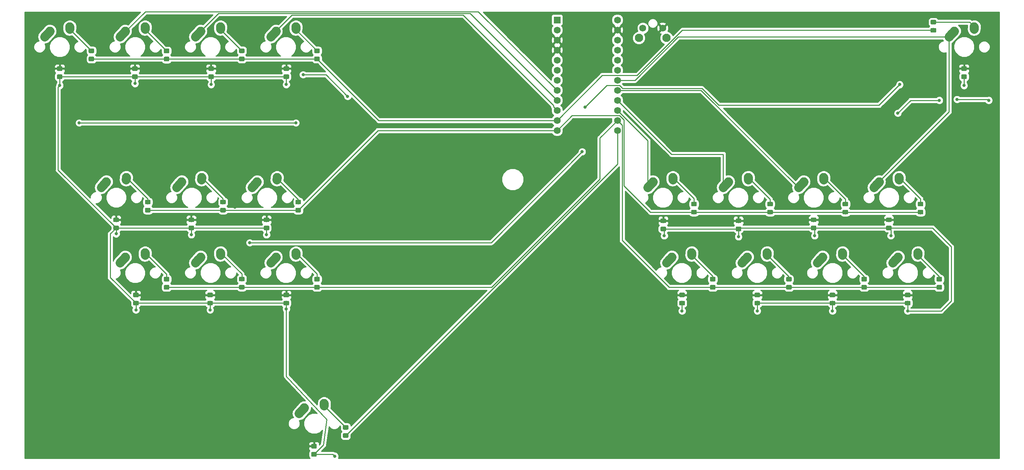
<source format=gbr>
G04 #@! TF.GenerationSoftware,KiCad,Pcbnew,5.0.1*
G04 #@! TF.CreationDate,2018-12-01T12:37:31-05:00*
G04 #@! TF.ProjectId,fightkeyb-pcb,66696768746B6579622D7063622E6B69,rev?*
G04 #@! TF.SameCoordinates,Original*
G04 #@! TF.FileFunction,Copper,L2,Bot,Signal*
G04 #@! TF.FilePolarity,Positive*
%FSLAX46Y46*%
G04 Gerber Fmt 4.6, Leading zero omitted, Abs format (unit mm)*
G04 Created by KiCad (PCBNEW 5.0.1) date Sat 01 Dec 2018 12:37:31 PM EST*
%MOMM*%
%LPD*%
G01*
G04 APERTURE LIST*
G04 #@! TA.AperFunction,ComponentPad*
%ADD10C,2.250000*%
G04 #@! TD*
G04 #@! TA.AperFunction,Conductor*
%ADD11C,2.250000*%
G04 #@! TD*
G04 #@! TA.AperFunction,ComponentPad*
%ADD12C,2.100000*%
G04 #@! TD*
G04 #@! TA.AperFunction,ComponentPad*
%ADD13C,1.750000*%
G04 #@! TD*
G04 #@! TA.AperFunction,ComponentPad*
%ADD14R,1.752600X1.752600*%
G04 #@! TD*
G04 #@! TA.AperFunction,ComponentPad*
%ADD15C,1.752600*%
G04 #@! TD*
G04 #@! TA.AperFunction,Conductor*
%ADD16C,0.100000*%
G04 #@! TD*
G04 #@! TA.AperFunction,SMDPad,CuDef*
%ADD17C,1.150000*%
G04 #@! TD*
G04 #@! TA.AperFunction,ViaPad*
%ADD18C,0.800000*%
G04 #@! TD*
G04 #@! TA.AperFunction,Conductor*
%ADD19C,0.250000*%
G04 #@! TD*
G04 #@! TA.AperFunction,Conductor*
%ADD20C,0.254000*%
G04 #@! TD*
G04 APERTURE END LIST*
D10*
G04 #@! TO.P,MX1,1*
G04 #@! TO.N,Net-(MX1-Pad1)*
X34647500Y-27527750D03*
X33992501Y-28257750D03*
D11*
G04 #@! TD*
G04 #@! TO.N,Net-(MX1-Pad1)*
G04 #@! TO.C,MX1*
X33337500Y-28987750D02*
X34647502Y-27527750D01*
D10*
G04 #@! TO.P,MX1,2*
G04 #@! TO.N,Net-(D1-Pad2)*
X39687500Y-26447750D03*
X39667500Y-26737750D03*
D11*
G04 #@! TD*
G04 #@! TO.N,Net-(D1-Pad2)*
G04 #@! TO.C,MX1*
X39647500Y-27027750D02*
X39687500Y-26447750D01*
D10*
G04 #@! TO.P,MX2,1*
G04 #@! TO.N,Net-(MX13-Pad1)*
X53697500Y-27527750D03*
X53042501Y-28257750D03*
D11*
G04 #@! TD*
G04 #@! TO.N,Net-(MX13-Pad1)*
G04 #@! TO.C,MX2*
X52387500Y-28987750D02*
X53697502Y-27527750D01*
D10*
G04 #@! TO.P,MX2,2*
G04 #@! TO.N,Net-(D2-Pad2)*
X58737500Y-26447750D03*
X58717500Y-26737750D03*
D11*
G04 #@! TD*
G04 #@! TO.N,Net-(D2-Pad2)*
G04 #@! TO.C,MX2*
X58697500Y-27027750D02*
X58737500Y-26447750D01*
D10*
G04 #@! TO.P,MX3,2*
G04 #@! TO.N,Net-(D3-Pad2)*
X77767500Y-26737750D03*
D11*
G04 #@! TD*
G04 #@! TO.N,Net-(D3-Pad2)*
G04 #@! TO.C,MX3*
X77747500Y-27027750D02*
X77787500Y-26447750D01*
D10*
G04 #@! TO.P,MX3,2*
G04 #@! TO.N,Net-(D3-Pad2)*
X77787500Y-26447750D03*
G04 #@! TO.P,MX3,1*
G04 #@! TO.N,Net-(MX14-Pad1)*
X72092501Y-28257750D03*
D11*
G04 #@! TD*
G04 #@! TO.N,Net-(MX14-Pad1)*
G04 #@! TO.C,MX3*
X71437500Y-28987750D02*
X72747502Y-27527750D01*
D10*
G04 #@! TO.P,MX3,1*
G04 #@! TO.N,Net-(MX14-Pad1)*
X72747500Y-27527750D03*
G04 #@! TD*
G04 #@! TO.P,MX4,1*
G04 #@! TO.N,Net-(MX15-Pad1)*
X91797500Y-27527750D03*
X91142501Y-28257750D03*
D11*
G04 #@! TD*
G04 #@! TO.N,Net-(MX15-Pad1)*
G04 #@! TO.C,MX4*
X90487500Y-28987750D02*
X91797502Y-27527750D01*
D10*
G04 #@! TO.P,MX4,2*
G04 #@! TO.N,Net-(D4-Pad2)*
X96837500Y-26447750D03*
X96817500Y-26737750D03*
D11*
G04 #@! TD*
G04 #@! TO.N,Net-(D4-Pad2)*
G04 #@! TO.C,MX4*
X96797500Y-27027750D02*
X96837500Y-26447750D01*
D10*
G04 #@! TO.P,MX5,2*
G04 #@! TO.N,Net-(D5-Pad2)*
X268204000Y-26706000D03*
D11*
G04 #@! TD*
G04 #@! TO.N,Net-(D5-Pad2)*
G04 #@! TO.C,MX5*
X268184000Y-26996000D02*
X268224000Y-26416000D01*
D10*
G04 #@! TO.P,MX5,2*
G04 #@! TO.N,Net-(D5-Pad2)*
X268224000Y-26416000D03*
G04 #@! TO.P,MX5,1*
G04 #@! TO.N,Net-(MX12-Pad1)*
X262529001Y-28226000D03*
D11*
G04 #@! TD*
G04 #@! TO.N,Net-(MX12-Pad1)*
G04 #@! TO.C,MX5*
X261874000Y-28956000D02*
X263184002Y-27496000D01*
D10*
G04 #@! TO.P,MX5,1*
G04 #@! TO.N,Net-(MX12-Pad1)*
X263184000Y-27496000D03*
G04 #@! TD*
G04 #@! TO.P,MX6,2*
G04 #@! TO.N,Net-(D6-Pad2)*
X53955000Y-64806000D03*
D11*
G04 #@! TD*
G04 #@! TO.N,Net-(D6-Pad2)*
G04 #@! TO.C,MX6*
X53935000Y-65096000D02*
X53975000Y-64516000D01*
D10*
G04 #@! TO.P,MX6,2*
G04 #@! TO.N,Net-(D6-Pad2)*
X53975000Y-64516000D03*
G04 #@! TO.P,MX6,1*
G04 #@! TO.N,Net-(MX13-Pad1)*
X48280001Y-66326000D03*
D11*
G04 #@! TD*
G04 #@! TO.N,Net-(MX13-Pad1)*
G04 #@! TO.C,MX6*
X47625000Y-67056000D02*
X48935002Y-65596000D01*
D10*
G04 #@! TO.P,MX6,1*
G04 #@! TO.N,Net-(MX13-Pad1)*
X48935000Y-65596000D03*
G04 #@! TD*
G04 #@! TO.P,MX7,1*
G04 #@! TO.N,Net-(MX14-Pad1)*
X67985000Y-65596000D03*
X67330001Y-66326000D03*
D11*
G04 #@! TD*
G04 #@! TO.N,Net-(MX14-Pad1)*
G04 #@! TO.C,MX7*
X66675000Y-67056000D02*
X67985002Y-65596000D01*
D10*
G04 #@! TO.P,MX7,2*
G04 #@! TO.N,Net-(D7-Pad2)*
X73025000Y-64516000D03*
X73005000Y-64806000D03*
D11*
G04 #@! TD*
G04 #@! TO.N,Net-(D7-Pad2)*
G04 #@! TO.C,MX7*
X72985000Y-65096000D02*
X73025000Y-64516000D01*
D10*
G04 #@! TO.P,MX8,2*
G04 #@! TO.N,Net-(D8-Pad2)*
X92055000Y-64837750D03*
D11*
G04 #@! TD*
G04 #@! TO.N,Net-(D8-Pad2)*
G04 #@! TO.C,MX8*
X92035000Y-65127750D02*
X92075000Y-64547750D01*
D10*
G04 #@! TO.P,MX8,2*
G04 #@! TO.N,Net-(D8-Pad2)*
X92075000Y-64547750D03*
G04 #@! TO.P,MX8,1*
G04 #@! TO.N,Net-(MX15-Pad1)*
X86380001Y-66357750D03*
D11*
G04 #@! TD*
G04 #@! TO.N,Net-(MX15-Pad1)*
G04 #@! TO.C,MX8*
X85725000Y-67087750D02*
X87035002Y-65627750D01*
D10*
G04 #@! TO.P,MX8,1*
G04 #@! TO.N,Net-(MX15-Pad1)*
X87035000Y-65627750D03*
G04 #@! TD*
G04 #@! TO.P,MX9,2*
G04 #@! TO.N,Net-(D9-Pad2)*
X192067500Y-64837750D03*
D11*
G04 #@! TD*
G04 #@! TO.N,Net-(D9-Pad2)*
G04 #@! TO.C,MX9*
X192047500Y-65127750D02*
X192087500Y-64547750D01*
D10*
G04 #@! TO.P,MX9,2*
G04 #@! TO.N,Net-(D9-Pad2)*
X192087500Y-64547750D03*
G04 #@! TO.P,MX9,1*
G04 #@! TO.N,Net-(MX16-Pad1)*
X186392501Y-66357750D03*
D11*
G04 #@! TD*
G04 #@! TO.N,Net-(MX16-Pad1)*
G04 #@! TO.C,MX9*
X185737500Y-67087750D02*
X187047502Y-65627750D01*
D10*
G04 #@! TO.P,MX9,1*
G04 #@! TO.N,Net-(MX16-Pad1)*
X187047500Y-65627750D03*
G04 #@! TD*
G04 #@! TO.P,MX10,1*
G04 #@! TO.N,Net-(MX10-Pad1)*
X206097500Y-65596000D03*
X205442501Y-66326000D03*
D11*
G04 #@! TD*
G04 #@! TO.N,Net-(MX10-Pad1)*
G04 #@! TO.C,MX10*
X204787500Y-67056000D02*
X206097502Y-65596000D01*
D10*
G04 #@! TO.P,MX10,2*
G04 #@! TO.N,Net-(D10-Pad2)*
X211137500Y-64516000D03*
X211117500Y-64806000D03*
D11*
G04 #@! TD*
G04 #@! TO.N,Net-(D10-Pad2)*
G04 #@! TO.C,MX10*
X211097500Y-65096000D02*
X211137500Y-64516000D01*
D10*
G04 #@! TO.P,MX11,2*
G04 #@! TO.N,Net-(D11-Pad2)*
X230167500Y-64837750D03*
D11*
G04 #@! TD*
G04 #@! TO.N,Net-(D11-Pad2)*
G04 #@! TO.C,MX11*
X230147500Y-65127750D02*
X230187500Y-64547750D01*
D10*
G04 #@! TO.P,MX11,2*
G04 #@! TO.N,Net-(D11-Pad2)*
X230187500Y-64547750D03*
G04 #@! TO.P,MX11,1*
G04 #@! TO.N,Net-(MX11-Pad1)*
X224492501Y-66357750D03*
D11*
G04 #@! TD*
G04 #@! TO.N,Net-(MX11-Pad1)*
G04 #@! TO.C,MX11*
X223837500Y-67087750D02*
X225147502Y-65627750D01*
D10*
G04 #@! TO.P,MX11,1*
G04 #@! TO.N,Net-(MX11-Pad1)*
X225147500Y-65627750D03*
G04 #@! TD*
G04 #@! TO.P,MX12,1*
G04 #@! TO.N,Net-(MX12-Pad1)*
X244197500Y-65596000D03*
X243542501Y-66326000D03*
D11*
G04 #@! TD*
G04 #@! TO.N,Net-(MX12-Pad1)*
G04 #@! TO.C,MX12*
X242887500Y-67056000D02*
X244197502Y-65596000D01*
D10*
G04 #@! TO.P,MX12,2*
G04 #@! TO.N,Net-(D12-Pad2)*
X249237500Y-64516000D03*
X249217500Y-64806000D03*
D11*
G04 #@! TD*
G04 #@! TO.N,Net-(D12-Pad2)*
G04 #@! TO.C,MX12*
X249197500Y-65096000D02*
X249237500Y-64516000D01*
D10*
G04 #@! TO.P,MX13,1*
G04 #@! TO.N,Net-(MX13-Pad1)*
X53697500Y-84677750D03*
X53042501Y-85407750D03*
D11*
G04 #@! TD*
G04 #@! TO.N,Net-(MX13-Pad1)*
G04 #@! TO.C,MX13*
X52387500Y-86137750D02*
X53697502Y-84677750D01*
D10*
G04 #@! TO.P,MX13,2*
G04 #@! TO.N,Net-(D13-Pad2)*
X58737500Y-83597750D03*
X58717500Y-83887750D03*
D11*
G04 #@! TD*
G04 #@! TO.N,Net-(D13-Pad2)*
G04 #@! TO.C,MX13*
X58697500Y-84177750D02*
X58737500Y-83597750D01*
D10*
G04 #@! TO.P,MX14,2*
G04 #@! TO.N,Net-(D14-Pad2)*
X77767500Y-83856000D03*
D11*
G04 #@! TD*
G04 #@! TO.N,Net-(D14-Pad2)*
G04 #@! TO.C,MX14*
X77747500Y-84146000D02*
X77787500Y-83566000D01*
D10*
G04 #@! TO.P,MX14,2*
G04 #@! TO.N,Net-(D14-Pad2)*
X77787500Y-83566000D03*
G04 #@! TO.P,MX14,1*
G04 #@! TO.N,Net-(MX14-Pad1)*
X72092501Y-85376000D03*
D11*
G04 #@! TD*
G04 #@! TO.N,Net-(MX14-Pad1)*
G04 #@! TO.C,MX14*
X71437500Y-86106000D02*
X72747502Y-84646000D01*
D10*
G04 #@! TO.P,MX14,1*
G04 #@! TO.N,Net-(MX14-Pad1)*
X72747500Y-84646000D03*
G04 #@! TD*
G04 #@! TO.P,MX15,1*
G04 #@! TO.N,Net-(MX15-Pad1)*
X91797500Y-84677750D03*
X91142501Y-85407750D03*
D11*
G04 #@! TD*
G04 #@! TO.N,Net-(MX15-Pad1)*
G04 #@! TO.C,MX15*
X90487500Y-86137750D02*
X91797502Y-84677750D01*
D10*
G04 #@! TO.P,MX15,2*
G04 #@! TO.N,Net-(D15-Pad2)*
X96837500Y-83597750D03*
X96817500Y-83887750D03*
D11*
G04 #@! TD*
G04 #@! TO.N,Net-(D15-Pad2)*
G04 #@! TO.C,MX15*
X96797500Y-84177750D02*
X96837500Y-83597750D01*
D10*
G04 #@! TO.P,MX16,2*
G04 #@! TO.N,Net-(D16-Pad2)*
X196830000Y-83856000D03*
D11*
G04 #@! TD*
G04 #@! TO.N,Net-(D16-Pad2)*
G04 #@! TO.C,MX16*
X196810000Y-84146000D02*
X196850000Y-83566000D01*
D10*
G04 #@! TO.P,MX16,2*
G04 #@! TO.N,Net-(D16-Pad2)*
X196850000Y-83566000D03*
G04 #@! TO.P,MX16,1*
G04 #@! TO.N,Net-(MX16-Pad1)*
X191155001Y-85376000D03*
D11*
G04 #@! TD*
G04 #@! TO.N,Net-(MX16-Pad1)*
G04 #@! TO.C,MX16*
X190500000Y-86106000D02*
X191810002Y-84646000D01*
D10*
G04 #@! TO.P,MX16,1*
G04 #@! TO.N,Net-(MX16-Pad1)*
X191810000Y-84646000D03*
G04 #@! TD*
G04 #@! TO.P,MX17,1*
G04 #@! TO.N,Net-(MX10-Pad1)*
X210860000Y-84646000D03*
X210205001Y-85376000D03*
D11*
G04 #@! TD*
G04 #@! TO.N,Net-(MX10-Pad1)*
G04 #@! TO.C,MX17*
X209550000Y-86106000D02*
X210860002Y-84646000D01*
D10*
G04 #@! TO.P,MX17,2*
G04 #@! TO.N,Net-(D17-Pad2)*
X215900000Y-83566000D03*
X215880000Y-83856000D03*
D11*
G04 #@! TD*
G04 #@! TO.N,Net-(D17-Pad2)*
G04 #@! TO.C,MX17*
X215860000Y-84146000D02*
X215900000Y-83566000D01*
D10*
G04 #@! TO.P,MX18,2*
G04 #@! TO.N,Net-(D18-Pad2)*
X234930000Y-83856000D03*
D11*
G04 #@! TD*
G04 #@! TO.N,Net-(D18-Pad2)*
G04 #@! TO.C,MX18*
X234910000Y-84146000D02*
X234950000Y-83566000D01*
D10*
G04 #@! TO.P,MX18,2*
G04 #@! TO.N,Net-(D18-Pad2)*
X234950000Y-83566000D03*
G04 #@! TO.P,MX18,1*
G04 #@! TO.N,Net-(MX11-Pad1)*
X229255001Y-85376000D03*
D11*
G04 #@! TD*
G04 #@! TO.N,Net-(MX11-Pad1)*
G04 #@! TO.C,MX18*
X228600000Y-86106000D02*
X229910002Y-84646000D01*
D10*
G04 #@! TO.P,MX18,1*
G04 #@! TO.N,Net-(MX11-Pad1)*
X229910000Y-84646000D03*
G04 #@! TD*
G04 #@! TO.P,MX19,1*
G04 #@! TO.N,Net-(MX12-Pad1)*
X248960000Y-84646000D03*
X248305001Y-85376000D03*
D11*
G04 #@! TD*
G04 #@! TO.N,Net-(MX12-Pad1)*
G04 #@! TO.C,MX19*
X247650000Y-86106000D02*
X248960002Y-84646000D01*
D10*
G04 #@! TO.P,MX19,2*
G04 #@! TO.N,Net-(D19-Pad2)*
X254000000Y-83566000D03*
X253980000Y-83856000D03*
D11*
G04 #@! TD*
G04 #@! TO.N,Net-(D19-Pad2)*
G04 #@! TO.C,MX19*
X253960000Y-84146000D02*
X254000000Y-83566000D01*
D10*
G04 #@! TO.P,MX20,2*
G04 #@! TO.N,Net-(D20-Pad2)*
X103961250Y-121987750D03*
D11*
G04 #@! TD*
G04 #@! TO.N,Net-(D20-Pad2)*
G04 #@! TO.C,MX20*
X103941250Y-122277750D02*
X103981250Y-121697750D01*
D10*
G04 #@! TO.P,MX20,2*
G04 #@! TO.N,Net-(D20-Pad2)*
X103981250Y-121697750D03*
G04 #@! TO.P,MX20,1*
G04 #@! TO.N,Net-(MX15-Pad1)*
X98286251Y-123507750D03*
D11*
G04 #@! TD*
G04 #@! TO.N,Net-(MX15-Pad1)*
G04 #@! TO.C,MX20*
X97631250Y-124237750D02*
X98941252Y-122777750D01*
D10*
G04 #@! TO.P,MX20,1*
G04 #@! TO.N,Net-(MX15-Pad1)*
X98941250Y-122777750D03*
G04 #@! TD*
D12*
G04 #@! TO.P,SW1,*
G04 #@! TO.N,*
X183487500Y-29255250D03*
D13*
G04 #@! TO.P,SW1,2*
G04 #@! TO.N,Net-(SW1-Pad2)*
X184497500Y-26765250D03*
G04 #@! TO.P,SW1,1*
G04 #@! TO.N,/Led Matrix/GND*
X189497500Y-26765250D03*
D12*
G04 #@! TO.P,SW1,*
G04 #@! TO.N,*
X190497500Y-29255250D03*
G04 #@! TD*
D14*
G04 #@! TO.P,U1,1*
G04 #@! TO.N,Net-(U1-Pad1)*
X162827500Y-24701500D03*
D15*
G04 #@! TO.P,U1,2*
G04 #@! TO.N,Net-(U1-Pad2)*
X162827500Y-27241500D03*
G04 #@! TO.P,U1,3*
G04 #@! TO.N,/Led Matrix/GND*
X162827500Y-29781500D03*
G04 #@! TO.P,U1,4*
X162827500Y-32321500D03*
G04 #@! TO.P,U1,5*
G04 #@! TO.N,Net-(U1-Pad5)*
X162827500Y-34861500D03*
G04 #@! TO.P,U1,6*
G04 #@! TO.N,Net-(U1-Pad6)*
X162827500Y-37401500D03*
G04 #@! TO.P,U1,7*
G04 #@! TO.N,Net-(MX1-Pad1)*
X162827500Y-39941500D03*
G04 #@! TO.P,U1,8*
G04 #@! TO.N,Net-(MX13-Pad1)*
X162827500Y-42481500D03*
G04 #@! TO.P,U1,9*
G04 #@! TO.N,Net-(MX14-Pad1)*
X162827500Y-45021500D03*
G04 #@! TO.P,U1,10*
G04 #@! TO.N,Net-(MX15-Pad1)*
X162827500Y-47561500D03*
G04 #@! TO.P,U1,11*
G04 #@! TO.N,Net-(D1-Pad1)*
X162827500Y-50101500D03*
G04 #@! TO.P,U1,13*
G04 #@! TO.N,Net-(D20-Pad1)*
X178067500Y-52641500D03*
G04 #@! TO.P,U1,14*
G04 #@! TO.N,Net-(D13-Pad1)*
X178067500Y-50101500D03*
G04 #@! TO.P,U1,15*
G04 #@! TO.N,Net-(MX16-Pad1)*
X178067500Y-47561500D03*
G04 #@! TO.P,U1,16*
G04 #@! TO.N,Net-(MX10-Pad1)*
X178067500Y-45021500D03*
G04 #@! TO.P,U1,17*
G04 #@! TO.N,Net-(MX11-Pad1)*
X178067500Y-42481500D03*
G04 #@! TO.P,U1,18*
G04 #@! TO.N,Net-(MX12-Pad1)*
X178067500Y-39941500D03*
G04 #@! TO.P,U1,19*
G04 #@! TO.N,Net-(U1-Pad19)*
X178067500Y-37401500D03*
G04 #@! TO.P,U1,20*
G04 #@! TO.N,/Led Matrix/DIN*
X178067500Y-34861500D03*
G04 #@! TO.P,U1,21*
G04 #@! TO.N,/Led Matrix/VCC*
X178067500Y-32321500D03*
G04 #@! TO.P,U1,22*
G04 #@! TO.N,Net-(SW1-Pad2)*
X178067500Y-29781500D03*
G04 #@! TO.P,U1,23*
G04 #@! TO.N,/Led Matrix/GND*
X178067500Y-27241500D03*
G04 #@! TO.P,U1,12*
G04 #@! TO.N,Net-(D10-Pad1)*
X162827500Y-52641500D03*
G04 #@! TO.P,U1,24*
G04 #@! TO.N,Net-(U1-Pad24)*
X178067500Y-24701500D03*
G04 #@! TD*
D16*
G04 #@! TO.N,/Led Matrix/GND*
G04 #@! TO.C,C1*
G36*
X37632005Y-36428954D02*
X37656273Y-36432554D01*
X37680072Y-36438515D01*
X37703171Y-36446780D01*
X37725350Y-36457270D01*
X37746393Y-36469882D01*
X37766099Y-36484497D01*
X37784277Y-36500973D01*
X37800753Y-36519151D01*
X37815368Y-36538857D01*
X37827980Y-36559900D01*
X37838470Y-36582079D01*
X37846735Y-36605178D01*
X37852696Y-36628977D01*
X37856296Y-36653245D01*
X37857500Y-36677749D01*
X37857500Y-37327751D01*
X37856296Y-37352255D01*
X37852696Y-37376523D01*
X37846735Y-37400322D01*
X37838470Y-37423421D01*
X37827980Y-37445600D01*
X37815368Y-37466643D01*
X37800753Y-37486349D01*
X37784277Y-37504527D01*
X37766099Y-37521003D01*
X37746393Y-37535618D01*
X37725350Y-37548230D01*
X37703171Y-37558720D01*
X37680072Y-37566985D01*
X37656273Y-37572946D01*
X37632005Y-37576546D01*
X37607501Y-37577750D01*
X36707499Y-37577750D01*
X36682995Y-37576546D01*
X36658727Y-37572946D01*
X36634928Y-37566985D01*
X36611829Y-37558720D01*
X36589650Y-37548230D01*
X36568607Y-37535618D01*
X36548901Y-37521003D01*
X36530723Y-37504527D01*
X36514247Y-37486349D01*
X36499632Y-37466643D01*
X36487020Y-37445600D01*
X36476530Y-37423421D01*
X36468265Y-37400322D01*
X36462304Y-37376523D01*
X36458704Y-37352255D01*
X36457500Y-37327751D01*
X36457500Y-36677749D01*
X36458704Y-36653245D01*
X36462304Y-36628977D01*
X36468265Y-36605178D01*
X36476530Y-36582079D01*
X36487020Y-36559900D01*
X36499632Y-36538857D01*
X36514247Y-36519151D01*
X36530723Y-36500973D01*
X36548901Y-36484497D01*
X36568607Y-36469882D01*
X36589650Y-36457270D01*
X36611829Y-36446780D01*
X36634928Y-36438515D01*
X36658727Y-36432554D01*
X36682995Y-36428954D01*
X36707499Y-36427750D01*
X37607501Y-36427750D01*
X37632005Y-36428954D01*
X37632005Y-36428954D01*
G37*
D17*
G04 #@! TD*
G04 #@! TO.P,C1,2*
G04 #@! TO.N,/Led Matrix/GND*
X37157500Y-37002750D03*
D16*
G04 #@! TO.N,/Led Matrix/VCC*
G04 #@! TO.C,C1*
G36*
X37632005Y-38478954D02*
X37656273Y-38482554D01*
X37680072Y-38488515D01*
X37703171Y-38496780D01*
X37725350Y-38507270D01*
X37746393Y-38519882D01*
X37766099Y-38534497D01*
X37784277Y-38550973D01*
X37800753Y-38569151D01*
X37815368Y-38588857D01*
X37827980Y-38609900D01*
X37838470Y-38632079D01*
X37846735Y-38655178D01*
X37852696Y-38678977D01*
X37856296Y-38703245D01*
X37857500Y-38727749D01*
X37857500Y-39377751D01*
X37856296Y-39402255D01*
X37852696Y-39426523D01*
X37846735Y-39450322D01*
X37838470Y-39473421D01*
X37827980Y-39495600D01*
X37815368Y-39516643D01*
X37800753Y-39536349D01*
X37784277Y-39554527D01*
X37766099Y-39571003D01*
X37746393Y-39585618D01*
X37725350Y-39598230D01*
X37703171Y-39608720D01*
X37680072Y-39616985D01*
X37656273Y-39622946D01*
X37632005Y-39626546D01*
X37607501Y-39627750D01*
X36707499Y-39627750D01*
X36682995Y-39626546D01*
X36658727Y-39622946D01*
X36634928Y-39616985D01*
X36611829Y-39608720D01*
X36589650Y-39598230D01*
X36568607Y-39585618D01*
X36548901Y-39571003D01*
X36530723Y-39554527D01*
X36514247Y-39536349D01*
X36499632Y-39516643D01*
X36487020Y-39495600D01*
X36476530Y-39473421D01*
X36468265Y-39450322D01*
X36462304Y-39426523D01*
X36458704Y-39402255D01*
X36457500Y-39377751D01*
X36457500Y-38727749D01*
X36458704Y-38703245D01*
X36462304Y-38678977D01*
X36468265Y-38655178D01*
X36476530Y-38632079D01*
X36487020Y-38609900D01*
X36499632Y-38588857D01*
X36514247Y-38569151D01*
X36530723Y-38550973D01*
X36548901Y-38534497D01*
X36568607Y-38519882D01*
X36589650Y-38507270D01*
X36611829Y-38496780D01*
X36634928Y-38488515D01*
X36658727Y-38482554D01*
X36682995Y-38478954D01*
X36707499Y-38477750D01*
X37607501Y-38477750D01*
X37632005Y-38478954D01*
X37632005Y-38478954D01*
G37*
D17*
G04 #@! TD*
G04 #@! TO.P,C1,1*
G04 #@! TO.N,/Led Matrix/VCC*
X37157500Y-39052750D03*
D16*
G04 #@! TO.N,/Led Matrix/VCC*
G04 #@! TO.C,C2*
G36*
X56632005Y-38478954D02*
X56656273Y-38482554D01*
X56680072Y-38488515D01*
X56703171Y-38496780D01*
X56725350Y-38507270D01*
X56746393Y-38519882D01*
X56766099Y-38534497D01*
X56784277Y-38550973D01*
X56800753Y-38569151D01*
X56815368Y-38588857D01*
X56827980Y-38609900D01*
X56838470Y-38632079D01*
X56846735Y-38655178D01*
X56852696Y-38678977D01*
X56856296Y-38703245D01*
X56857500Y-38727749D01*
X56857500Y-39377751D01*
X56856296Y-39402255D01*
X56852696Y-39426523D01*
X56846735Y-39450322D01*
X56838470Y-39473421D01*
X56827980Y-39495600D01*
X56815368Y-39516643D01*
X56800753Y-39536349D01*
X56784277Y-39554527D01*
X56766099Y-39571003D01*
X56746393Y-39585618D01*
X56725350Y-39598230D01*
X56703171Y-39608720D01*
X56680072Y-39616985D01*
X56656273Y-39622946D01*
X56632005Y-39626546D01*
X56607501Y-39627750D01*
X55707499Y-39627750D01*
X55682995Y-39626546D01*
X55658727Y-39622946D01*
X55634928Y-39616985D01*
X55611829Y-39608720D01*
X55589650Y-39598230D01*
X55568607Y-39585618D01*
X55548901Y-39571003D01*
X55530723Y-39554527D01*
X55514247Y-39536349D01*
X55499632Y-39516643D01*
X55487020Y-39495600D01*
X55476530Y-39473421D01*
X55468265Y-39450322D01*
X55462304Y-39426523D01*
X55458704Y-39402255D01*
X55457500Y-39377751D01*
X55457500Y-38727749D01*
X55458704Y-38703245D01*
X55462304Y-38678977D01*
X55468265Y-38655178D01*
X55476530Y-38632079D01*
X55487020Y-38609900D01*
X55499632Y-38588857D01*
X55514247Y-38569151D01*
X55530723Y-38550973D01*
X55548901Y-38534497D01*
X55568607Y-38519882D01*
X55589650Y-38507270D01*
X55611829Y-38496780D01*
X55634928Y-38488515D01*
X55658727Y-38482554D01*
X55682995Y-38478954D01*
X55707499Y-38477750D01*
X56607501Y-38477750D01*
X56632005Y-38478954D01*
X56632005Y-38478954D01*
G37*
D17*
G04 #@! TD*
G04 #@! TO.P,C2,1*
G04 #@! TO.N,/Led Matrix/VCC*
X56157500Y-39052750D03*
D16*
G04 #@! TO.N,/Led Matrix/GND*
G04 #@! TO.C,C2*
G36*
X56632005Y-36428954D02*
X56656273Y-36432554D01*
X56680072Y-36438515D01*
X56703171Y-36446780D01*
X56725350Y-36457270D01*
X56746393Y-36469882D01*
X56766099Y-36484497D01*
X56784277Y-36500973D01*
X56800753Y-36519151D01*
X56815368Y-36538857D01*
X56827980Y-36559900D01*
X56838470Y-36582079D01*
X56846735Y-36605178D01*
X56852696Y-36628977D01*
X56856296Y-36653245D01*
X56857500Y-36677749D01*
X56857500Y-37327751D01*
X56856296Y-37352255D01*
X56852696Y-37376523D01*
X56846735Y-37400322D01*
X56838470Y-37423421D01*
X56827980Y-37445600D01*
X56815368Y-37466643D01*
X56800753Y-37486349D01*
X56784277Y-37504527D01*
X56766099Y-37521003D01*
X56746393Y-37535618D01*
X56725350Y-37548230D01*
X56703171Y-37558720D01*
X56680072Y-37566985D01*
X56656273Y-37572946D01*
X56632005Y-37576546D01*
X56607501Y-37577750D01*
X55707499Y-37577750D01*
X55682995Y-37576546D01*
X55658727Y-37572946D01*
X55634928Y-37566985D01*
X55611829Y-37558720D01*
X55589650Y-37548230D01*
X55568607Y-37535618D01*
X55548901Y-37521003D01*
X55530723Y-37504527D01*
X55514247Y-37486349D01*
X55499632Y-37466643D01*
X55487020Y-37445600D01*
X55476530Y-37423421D01*
X55468265Y-37400322D01*
X55462304Y-37376523D01*
X55458704Y-37352255D01*
X55457500Y-37327751D01*
X55457500Y-36677749D01*
X55458704Y-36653245D01*
X55462304Y-36628977D01*
X55468265Y-36605178D01*
X55476530Y-36582079D01*
X55487020Y-36559900D01*
X55499632Y-36538857D01*
X55514247Y-36519151D01*
X55530723Y-36500973D01*
X55548901Y-36484497D01*
X55568607Y-36469882D01*
X55589650Y-36457270D01*
X55611829Y-36446780D01*
X55634928Y-36438515D01*
X55658727Y-36432554D01*
X55682995Y-36428954D01*
X55707499Y-36427750D01*
X56607501Y-36427750D01*
X56632005Y-36428954D01*
X56632005Y-36428954D01*
G37*
D17*
G04 #@! TD*
G04 #@! TO.P,C2,2*
G04 #@! TO.N,/Led Matrix/GND*
X56157500Y-37002750D03*
D16*
G04 #@! TO.N,/Led Matrix/GND*
G04 #@! TO.C,C3*
G36*
X75882005Y-36428954D02*
X75906273Y-36432554D01*
X75930072Y-36438515D01*
X75953171Y-36446780D01*
X75975350Y-36457270D01*
X75996393Y-36469882D01*
X76016099Y-36484497D01*
X76034277Y-36500973D01*
X76050753Y-36519151D01*
X76065368Y-36538857D01*
X76077980Y-36559900D01*
X76088470Y-36582079D01*
X76096735Y-36605178D01*
X76102696Y-36628977D01*
X76106296Y-36653245D01*
X76107500Y-36677749D01*
X76107500Y-37327751D01*
X76106296Y-37352255D01*
X76102696Y-37376523D01*
X76096735Y-37400322D01*
X76088470Y-37423421D01*
X76077980Y-37445600D01*
X76065368Y-37466643D01*
X76050753Y-37486349D01*
X76034277Y-37504527D01*
X76016099Y-37521003D01*
X75996393Y-37535618D01*
X75975350Y-37548230D01*
X75953171Y-37558720D01*
X75930072Y-37566985D01*
X75906273Y-37572946D01*
X75882005Y-37576546D01*
X75857501Y-37577750D01*
X74957499Y-37577750D01*
X74932995Y-37576546D01*
X74908727Y-37572946D01*
X74884928Y-37566985D01*
X74861829Y-37558720D01*
X74839650Y-37548230D01*
X74818607Y-37535618D01*
X74798901Y-37521003D01*
X74780723Y-37504527D01*
X74764247Y-37486349D01*
X74749632Y-37466643D01*
X74737020Y-37445600D01*
X74726530Y-37423421D01*
X74718265Y-37400322D01*
X74712304Y-37376523D01*
X74708704Y-37352255D01*
X74707500Y-37327751D01*
X74707500Y-36677749D01*
X74708704Y-36653245D01*
X74712304Y-36628977D01*
X74718265Y-36605178D01*
X74726530Y-36582079D01*
X74737020Y-36559900D01*
X74749632Y-36538857D01*
X74764247Y-36519151D01*
X74780723Y-36500973D01*
X74798901Y-36484497D01*
X74818607Y-36469882D01*
X74839650Y-36457270D01*
X74861829Y-36446780D01*
X74884928Y-36438515D01*
X74908727Y-36432554D01*
X74932995Y-36428954D01*
X74957499Y-36427750D01*
X75857501Y-36427750D01*
X75882005Y-36428954D01*
X75882005Y-36428954D01*
G37*
D17*
G04 #@! TD*
G04 #@! TO.P,C3,2*
G04 #@! TO.N,/Led Matrix/GND*
X75407500Y-37002750D03*
D16*
G04 #@! TO.N,/Led Matrix/VCC*
G04 #@! TO.C,C3*
G36*
X75882005Y-38478954D02*
X75906273Y-38482554D01*
X75930072Y-38488515D01*
X75953171Y-38496780D01*
X75975350Y-38507270D01*
X75996393Y-38519882D01*
X76016099Y-38534497D01*
X76034277Y-38550973D01*
X76050753Y-38569151D01*
X76065368Y-38588857D01*
X76077980Y-38609900D01*
X76088470Y-38632079D01*
X76096735Y-38655178D01*
X76102696Y-38678977D01*
X76106296Y-38703245D01*
X76107500Y-38727749D01*
X76107500Y-39377751D01*
X76106296Y-39402255D01*
X76102696Y-39426523D01*
X76096735Y-39450322D01*
X76088470Y-39473421D01*
X76077980Y-39495600D01*
X76065368Y-39516643D01*
X76050753Y-39536349D01*
X76034277Y-39554527D01*
X76016099Y-39571003D01*
X75996393Y-39585618D01*
X75975350Y-39598230D01*
X75953171Y-39608720D01*
X75930072Y-39616985D01*
X75906273Y-39622946D01*
X75882005Y-39626546D01*
X75857501Y-39627750D01*
X74957499Y-39627750D01*
X74932995Y-39626546D01*
X74908727Y-39622946D01*
X74884928Y-39616985D01*
X74861829Y-39608720D01*
X74839650Y-39598230D01*
X74818607Y-39585618D01*
X74798901Y-39571003D01*
X74780723Y-39554527D01*
X74764247Y-39536349D01*
X74749632Y-39516643D01*
X74737020Y-39495600D01*
X74726530Y-39473421D01*
X74718265Y-39450322D01*
X74712304Y-39426523D01*
X74708704Y-39402255D01*
X74707500Y-39377751D01*
X74707500Y-38727749D01*
X74708704Y-38703245D01*
X74712304Y-38678977D01*
X74718265Y-38655178D01*
X74726530Y-38632079D01*
X74737020Y-38609900D01*
X74749632Y-38588857D01*
X74764247Y-38569151D01*
X74780723Y-38550973D01*
X74798901Y-38534497D01*
X74818607Y-38519882D01*
X74839650Y-38507270D01*
X74861829Y-38496780D01*
X74884928Y-38488515D01*
X74908727Y-38482554D01*
X74932995Y-38478954D01*
X74957499Y-38477750D01*
X75857501Y-38477750D01*
X75882005Y-38478954D01*
X75882005Y-38478954D01*
G37*
D17*
G04 #@! TD*
G04 #@! TO.P,C3,1*
G04 #@! TO.N,/Led Matrix/VCC*
X75407500Y-39052750D03*
D16*
G04 #@! TO.N,/Led Matrix/VCC*
G04 #@! TO.C,C4*
G36*
X94882005Y-38478954D02*
X94906273Y-38482554D01*
X94930072Y-38488515D01*
X94953171Y-38496780D01*
X94975350Y-38507270D01*
X94996393Y-38519882D01*
X95016099Y-38534497D01*
X95034277Y-38550973D01*
X95050753Y-38569151D01*
X95065368Y-38588857D01*
X95077980Y-38609900D01*
X95088470Y-38632079D01*
X95096735Y-38655178D01*
X95102696Y-38678977D01*
X95106296Y-38703245D01*
X95107500Y-38727749D01*
X95107500Y-39377751D01*
X95106296Y-39402255D01*
X95102696Y-39426523D01*
X95096735Y-39450322D01*
X95088470Y-39473421D01*
X95077980Y-39495600D01*
X95065368Y-39516643D01*
X95050753Y-39536349D01*
X95034277Y-39554527D01*
X95016099Y-39571003D01*
X94996393Y-39585618D01*
X94975350Y-39598230D01*
X94953171Y-39608720D01*
X94930072Y-39616985D01*
X94906273Y-39622946D01*
X94882005Y-39626546D01*
X94857501Y-39627750D01*
X93957499Y-39627750D01*
X93932995Y-39626546D01*
X93908727Y-39622946D01*
X93884928Y-39616985D01*
X93861829Y-39608720D01*
X93839650Y-39598230D01*
X93818607Y-39585618D01*
X93798901Y-39571003D01*
X93780723Y-39554527D01*
X93764247Y-39536349D01*
X93749632Y-39516643D01*
X93737020Y-39495600D01*
X93726530Y-39473421D01*
X93718265Y-39450322D01*
X93712304Y-39426523D01*
X93708704Y-39402255D01*
X93707500Y-39377751D01*
X93707500Y-38727749D01*
X93708704Y-38703245D01*
X93712304Y-38678977D01*
X93718265Y-38655178D01*
X93726530Y-38632079D01*
X93737020Y-38609900D01*
X93749632Y-38588857D01*
X93764247Y-38569151D01*
X93780723Y-38550973D01*
X93798901Y-38534497D01*
X93818607Y-38519882D01*
X93839650Y-38507270D01*
X93861829Y-38496780D01*
X93884928Y-38488515D01*
X93908727Y-38482554D01*
X93932995Y-38478954D01*
X93957499Y-38477750D01*
X94857501Y-38477750D01*
X94882005Y-38478954D01*
X94882005Y-38478954D01*
G37*
D17*
G04 #@! TD*
G04 #@! TO.P,C4,1*
G04 #@! TO.N,/Led Matrix/VCC*
X94407500Y-39052750D03*
D16*
G04 #@! TO.N,/Led Matrix/GND*
G04 #@! TO.C,C4*
G36*
X94882005Y-36428954D02*
X94906273Y-36432554D01*
X94930072Y-36438515D01*
X94953171Y-36446780D01*
X94975350Y-36457270D01*
X94996393Y-36469882D01*
X95016099Y-36484497D01*
X95034277Y-36500973D01*
X95050753Y-36519151D01*
X95065368Y-36538857D01*
X95077980Y-36559900D01*
X95088470Y-36582079D01*
X95096735Y-36605178D01*
X95102696Y-36628977D01*
X95106296Y-36653245D01*
X95107500Y-36677749D01*
X95107500Y-37327751D01*
X95106296Y-37352255D01*
X95102696Y-37376523D01*
X95096735Y-37400322D01*
X95088470Y-37423421D01*
X95077980Y-37445600D01*
X95065368Y-37466643D01*
X95050753Y-37486349D01*
X95034277Y-37504527D01*
X95016099Y-37521003D01*
X94996393Y-37535618D01*
X94975350Y-37548230D01*
X94953171Y-37558720D01*
X94930072Y-37566985D01*
X94906273Y-37572946D01*
X94882005Y-37576546D01*
X94857501Y-37577750D01*
X93957499Y-37577750D01*
X93932995Y-37576546D01*
X93908727Y-37572946D01*
X93884928Y-37566985D01*
X93861829Y-37558720D01*
X93839650Y-37548230D01*
X93818607Y-37535618D01*
X93798901Y-37521003D01*
X93780723Y-37504527D01*
X93764247Y-37486349D01*
X93749632Y-37466643D01*
X93737020Y-37445600D01*
X93726530Y-37423421D01*
X93718265Y-37400322D01*
X93712304Y-37376523D01*
X93708704Y-37352255D01*
X93707500Y-37327751D01*
X93707500Y-36677749D01*
X93708704Y-36653245D01*
X93712304Y-36628977D01*
X93718265Y-36605178D01*
X93726530Y-36582079D01*
X93737020Y-36559900D01*
X93749632Y-36538857D01*
X93764247Y-36519151D01*
X93780723Y-36500973D01*
X93798901Y-36484497D01*
X93818607Y-36469882D01*
X93839650Y-36457270D01*
X93861829Y-36446780D01*
X93884928Y-36438515D01*
X93908727Y-36432554D01*
X93932995Y-36428954D01*
X93957499Y-36427750D01*
X94857501Y-36427750D01*
X94882005Y-36428954D01*
X94882005Y-36428954D01*
G37*
D17*
G04 #@! TD*
G04 #@! TO.P,C4,2*
G04 #@! TO.N,/Led Matrix/GND*
X94407500Y-37002750D03*
D16*
G04 #@! TO.N,/Led Matrix/GND*
G04 #@! TO.C,C5*
G36*
X266132005Y-36428954D02*
X266156273Y-36432554D01*
X266180072Y-36438515D01*
X266203171Y-36446780D01*
X266225350Y-36457270D01*
X266246393Y-36469882D01*
X266266099Y-36484497D01*
X266284277Y-36500973D01*
X266300753Y-36519151D01*
X266315368Y-36538857D01*
X266327980Y-36559900D01*
X266338470Y-36582079D01*
X266346735Y-36605178D01*
X266352696Y-36628977D01*
X266356296Y-36653245D01*
X266357500Y-36677749D01*
X266357500Y-37327751D01*
X266356296Y-37352255D01*
X266352696Y-37376523D01*
X266346735Y-37400322D01*
X266338470Y-37423421D01*
X266327980Y-37445600D01*
X266315368Y-37466643D01*
X266300753Y-37486349D01*
X266284277Y-37504527D01*
X266266099Y-37521003D01*
X266246393Y-37535618D01*
X266225350Y-37548230D01*
X266203171Y-37558720D01*
X266180072Y-37566985D01*
X266156273Y-37572946D01*
X266132005Y-37576546D01*
X266107501Y-37577750D01*
X265207499Y-37577750D01*
X265182995Y-37576546D01*
X265158727Y-37572946D01*
X265134928Y-37566985D01*
X265111829Y-37558720D01*
X265089650Y-37548230D01*
X265068607Y-37535618D01*
X265048901Y-37521003D01*
X265030723Y-37504527D01*
X265014247Y-37486349D01*
X264999632Y-37466643D01*
X264987020Y-37445600D01*
X264976530Y-37423421D01*
X264968265Y-37400322D01*
X264962304Y-37376523D01*
X264958704Y-37352255D01*
X264957500Y-37327751D01*
X264957500Y-36677749D01*
X264958704Y-36653245D01*
X264962304Y-36628977D01*
X264968265Y-36605178D01*
X264976530Y-36582079D01*
X264987020Y-36559900D01*
X264999632Y-36538857D01*
X265014247Y-36519151D01*
X265030723Y-36500973D01*
X265048901Y-36484497D01*
X265068607Y-36469882D01*
X265089650Y-36457270D01*
X265111829Y-36446780D01*
X265134928Y-36438515D01*
X265158727Y-36432554D01*
X265182995Y-36428954D01*
X265207499Y-36427750D01*
X266107501Y-36427750D01*
X266132005Y-36428954D01*
X266132005Y-36428954D01*
G37*
D17*
G04 #@! TD*
G04 #@! TO.P,C5,2*
G04 #@! TO.N,/Led Matrix/GND*
X265657500Y-37002750D03*
D16*
G04 #@! TO.N,/Led Matrix/VCC*
G04 #@! TO.C,C5*
G36*
X266132005Y-38478954D02*
X266156273Y-38482554D01*
X266180072Y-38488515D01*
X266203171Y-38496780D01*
X266225350Y-38507270D01*
X266246393Y-38519882D01*
X266266099Y-38534497D01*
X266284277Y-38550973D01*
X266300753Y-38569151D01*
X266315368Y-38588857D01*
X266327980Y-38609900D01*
X266338470Y-38632079D01*
X266346735Y-38655178D01*
X266352696Y-38678977D01*
X266356296Y-38703245D01*
X266357500Y-38727749D01*
X266357500Y-39377751D01*
X266356296Y-39402255D01*
X266352696Y-39426523D01*
X266346735Y-39450322D01*
X266338470Y-39473421D01*
X266327980Y-39495600D01*
X266315368Y-39516643D01*
X266300753Y-39536349D01*
X266284277Y-39554527D01*
X266266099Y-39571003D01*
X266246393Y-39585618D01*
X266225350Y-39598230D01*
X266203171Y-39608720D01*
X266180072Y-39616985D01*
X266156273Y-39622946D01*
X266132005Y-39626546D01*
X266107501Y-39627750D01*
X265207499Y-39627750D01*
X265182995Y-39626546D01*
X265158727Y-39622946D01*
X265134928Y-39616985D01*
X265111829Y-39608720D01*
X265089650Y-39598230D01*
X265068607Y-39585618D01*
X265048901Y-39571003D01*
X265030723Y-39554527D01*
X265014247Y-39536349D01*
X264999632Y-39516643D01*
X264987020Y-39495600D01*
X264976530Y-39473421D01*
X264968265Y-39450322D01*
X264962304Y-39426523D01*
X264958704Y-39402255D01*
X264957500Y-39377751D01*
X264957500Y-38727749D01*
X264958704Y-38703245D01*
X264962304Y-38678977D01*
X264968265Y-38655178D01*
X264976530Y-38632079D01*
X264987020Y-38609900D01*
X264999632Y-38588857D01*
X265014247Y-38569151D01*
X265030723Y-38550973D01*
X265048901Y-38534497D01*
X265068607Y-38519882D01*
X265089650Y-38507270D01*
X265111829Y-38496780D01*
X265134928Y-38488515D01*
X265158727Y-38482554D01*
X265182995Y-38478954D01*
X265207499Y-38477750D01*
X266107501Y-38477750D01*
X266132005Y-38478954D01*
X266132005Y-38478954D01*
G37*
D17*
G04 #@! TD*
G04 #@! TO.P,C5,1*
G04 #@! TO.N,/Led Matrix/VCC*
X265657500Y-39052750D03*
D16*
G04 #@! TO.N,/Led Matrix/GND*
G04 #@! TO.C,C6*
G36*
X51882005Y-74678954D02*
X51906273Y-74682554D01*
X51930072Y-74688515D01*
X51953171Y-74696780D01*
X51975350Y-74707270D01*
X51996393Y-74719882D01*
X52016099Y-74734497D01*
X52034277Y-74750973D01*
X52050753Y-74769151D01*
X52065368Y-74788857D01*
X52077980Y-74809900D01*
X52088470Y-74832079D01*
X52096735Y-74855178D01*
X52102696Y-74878977D01*
X52106296Y-74903245D01*
X52107500Y-74927749D01*
X52107500Y-75577751D01*
X52106296Y-75602255D01*
X52102696Y-75626523D01*
X52096735Y-75650322D01*
X52088470Y-75673421D01*
X52077980Y-75695600D01*
X52065368Y-75716643D01*
X52050753Y-75736349D01*
X52034277Y-75754527D01*
X52016099Y-75771003D01*
X51996393Y-75785618D01*
X51975350Y-75798230D01*
X51953171Y-75808720D01*
X51930072Y-75816985D01*
X51906273Y-75822946D01*
X51882005Y-75826546D01*
X51857501Y-75827750D01*
X50957499Y-75827750D01*
X50932995Y-75826546D01*
X50908727Y-75822946D01*
X50884928Y-75816985D01*
X50861829Y-75808720D01*
X50839650Y-75798230D01*
X50818607Y-75785618D01*
X50798901Y-75771003D01*
X50780723Y-75754527D01*
X50764247Y-75736349D01*
X50749632Y-75716643D01*
X50737020Y-75695600D01*
X50726530Y-75673421D01*
X50718265Y-75650322D01*
X50712304Y-75626523D01*
X50708704Y-75602255D01*
X50707500Y-75577751D01*
X50707500Y-74927749D01*
X50708704Y-74903245D01*
X50712304Y-74878977D01*
X50718265Y-74855178D01*
X50726530Y-74832079D01*
X50737020Y-74809900D01*
X50749632Y-74788857D01*
X50764247Y-74769151D01*
X50780723Y-74750973D01*
X50798901Y-74734497D01*
X50818607Y-74719882D01*
X50839650Y-74707270D01*
X50861829Y-74696780D01*
X50884928Y-74688515D01*
X50908727Y-74682554D01*
X50932995Y-74678954D01*
X50957499Y-74677750D01*
X51857501Y-74677750D01*
X51882005Y-74678954D01*
X51882005Y-74678954D01*
G37*
D17*
G04 #@! TD*
G04 #@! TO.P,C6,2*
G04 #@! TO.N,/Led Matrix/GND*
X51407500Y-75252750D03*
D16*
G04 #@! TO.N,/Led Matrix/VCC*
G04 #@! TO.C,C6*
G36*
X51882005Y-76728954D02*
X51906273Y-76732554D01*
X51930072Y-76738515D01*
X51953171Y-76746780D01*
X51975350Y-76757270D01*
X51996393Y-76769882D01*
X52016099Y-76784497D01*
X52034277Y-76800973D01*
X52050753Y-76819151D01*
X52065368Y-76838857D01*
X52077980Y-76859900D01*
X52088470Y-76882079D01*
X52096735Y-76905178D01*
X52102696Y-76928977D01*
X52106296Y-76953245D01*
X52107500Y-76977749D01*
X52107500Y-77627751D01*
X52106296Y-77652255D01*
X52102696Y-77676523D01*
X52096735Y-77700322D01*
X52088470Y-77723421D01*
X52077980Y-77745600D01*
X52065368Y-77766643D01*
X52050753Y-77786349D01*
X52034277Y-77804527D01*
X52016099Y-77821003D01*
X51996393Y-77835618D01*
X51975350Y-77848230D01*
X51953171Y-77858720D01*
X51930072Y-77866985D01*
X51906273Y-77872946D01*
X51882005Y-77876546D01*
X51857501Y-77877750D01*
X50957499Y-77877750D01*
X50932995Y-77876546D01*
X50908727Y-77872946D01*
X50884928Y-77866985D01*
X50861829Y-77858720D01*
X50839650Y-77848230D01*
X50818607Y-77835618D01*
X50798901Y-77821003D01*
X50780723Y-77804527D01*
X50764247Y-77786349D01*
X50749632Y-77766643D01*
X50737020Y-77745600D01*
X50726530Y-77723421D01*
X50718265Y-77700322D01*
X50712304Y-77676523D01*
X50708704Y-77652255D01*
X50707500Y-77627751D01*
X50707500Y-76977749D01*
X50708704Y-76953245D01*
X50712304Y-76928977D01*
X50718265Y-76905178D01*
X50726530Y-76882079D01*
X50737020Y-76859900D01*
X50749632Y-76838857D01*
X50764247Y-76819151D01*
X50780723Y-76800973D01*
X50798901Y-76784497D01*
X50818607Y-76769882D01*
X50839650Y-76757270D01*
X50861829Y-76746780D01*
X50884928Y-76738515D01*
X50908727Y-76732554D01*
X50932995Y-76728954D01*
X50957499Y-76727750D01*
X51857501Y-76727750D01*
X51882005Y-76728954D01*
X51882005Y-76728954D01*
G37*
D17*
G04 #@! TD*
G04 #@! TO.P,C6,1*
G04 #@! TO.N,/Led Matrix/VCC*
X51407500Y-77302750D03*
D16*
G04 #@! TO.N,/Led Matrix/GND*
G04 #@! TO.C,C7*
G36*
X70882005Y-74678954D02*
X70906273Y-74682554D01*
X70930072Y-74688515D01*
X70953171Y-74696780D01*
X70975350Y-74707270D01*
X70996393Y-74719882D01*
X71016099Y-74734497D01*
X71034277Y-74750973D01*
X71050753Y-74769151D01*
X71065368Y-74788857D01*
X71077980Y-74809900D01*
X71088470Y-74832079D01*
X71096735Y-74855178D01*
X71102696Y-74878977D01*
X71106296Y-74903245D01*
X71107500Y-74927749D01*
X71107500Y-75577751D01*
X71106296Y-75602255D01*
X71102696Y-75626523D01*
X71096735Y-75650322D01*
X71088470Y-75673421D01*
X71077980Y-75695600D01*
X71065368Y-75716643D01*
X71050753Y-75736349D01*
X71034277Y-75754527D01*
X71016099Y-75771003D01*
X70996393Y-75785618D01*
X70975350Y-75798230D01*
X70953171Y-75808720D01*
X70930072Y-75816985D01*
X70906273Y-75822946D01*
X70882005Y-75826546D01*
X70857501Y-75827750D01*
X69957499Y-75827750D01*
X69932995Y-75826546D01*
X69908727Y-75822946D01*
X69884928Y-75816985D01*
X69861829Y-75808720D01*
X69839650Y-75798230D01*
X69818607Y-75785618D01*
X69798901Y-75771003D01*
X69780723Y-75754527D01*
X69764247Y-75736349D01*
X69749632Y-75716643D01*
X69737020Y-75695600D01*
X69726530Y-75673421D01*
X69718265Y-75650322D01*
X69712304Y-75626523D01*
X69708704Y-75602255D01*
X69707500Y-75577751D01*
X69707500Y-74927749D01*
X69708704Y-74903245D01*
X69712304Y-74878977D01*
X69718265Y-74855178D01*
X69726530Y-74832079D01*
X69737020Y-74809900D01*
X69749632Y-74788857D01*
X69764247Y-74769151D01*
X69780723Y-74750973D01*
X69798901Y-74734497D01*
X69818607Y-74719882D01*
X69839650Y-74707270D01*
X69861829Y-74696780D01*
X69884928Y-74688515D01*
X69908727Y-74682554D01*
X69932995Y-74678954D01*
X69957499Y-74677750D01*
X70857501Y-74677750D01*
X70882005Y-74678954D01*
X70882005Y-74678954D01*
G37*
D17*
G04 #@! TD*
G04 #@! TO.P,C7,2*
G04 #@! TO.N,/Led Matrix/GND*
X70407500Y-75252750D03*
D16*
G04 #@! TO.N,/Led Matrix/VCC*
G04 #@! TO.C,C7*
G36*
X70882005Y-76728954D02*
X70906273Y-76732554D01*
X70930072Y-76738515D01*
X70953171Y-76746780D01*
X70975350Y-76757270D01*
X70996393Y-76769882D01*
X71016099Y-76784497D01*
X71034277Y-76800973D01*
X71050753Y-76819151D01*
X71065368Y-76838857D01*
X71077980Y-76859900D01*
X71088470Y-76882079D01*
X71096735Y-76905178D01*
X71102696Y-76928977D01*
X71106296Y-76953245D01*
X71107500Y-76977749D01*
X71107500Y-77627751D01*
X71106296Y-77652255D01*
X71102696Y-77676523D01*
X71096735Y-77700322D01*
X71088470Y-77723421D01*
X71077980Y-77745600D01*
X71065368Y-77766643D01*
X71050753Y-77786349D01*
X71034277Y-77804527D01*
X71016099Y-77821003D01*
X70996393Y-77835618D01*
X70975350Y-77848230D01*
X70953171Y-77858720D01*
X70930072Y-77866985D01*
X70906273Y-77872946D01*
X70882005Y-77876546D01*
X70857501Y-77877750D01*
X69957499Y-77877750D01*
X69932995Y-77876546D01*
X69908727Y-77872946D01*
X69884928Y-77866985D01*
X69861829Y-77858720D01*
X69839650Y-77848230D01*
X69818607Y-77835618D01*
X69798901Y-77821003D01*
X69780723Y-77804527D01*
X69764247Y-77786349D01*
X69749632Y-77766643D01*
X69737020Y-77745600D01*
X69726530Y-77723421D01*
X69718265Y-77700322D01*
X69712304Y-77676523D01*
X69708704Y-77652255D01*
X69707500Y-77627751D01*
X69707500Y-76977749D01*
X69708704Y-76953245D01*
X69712304Y-76928977D01*
X69718265Y-76905178D01*
X69726530Y-76882079D01*
X69737020Y-76859900D01*
X69749632Y-76838857D01*
X69764247Y-76819151D01*
X69780723Y-76800973D01*
X69798901Y-76784497D01*
X69818607Y-76769882D01*
X69839650Y-76757270D01*
X69861829Y-76746780D01*
X69884928Y-76738515D01*
X69908727Y-76732554D01*
X69932995Y-76728954D01*
X69957499Y-76727750D01*
X70857501Y-76727750D01*
X70882005Y-76728954D01*
X70882005Y-76728954D01*
G37*
D17*
G04 #@! TD*
G04 #@! TO.P,C7,1*
G04 #@! TO.N,/Led Matrix/VCC*
X70407500Y-77302750D03*
D16*
G04 #@! TO.N,/Led Matrix/VCC*
G04 #@! TO.C,C8*
G36*
X89882005Y-76728954D02*
X89906273Y-76732554D01*
X89930072Y-76738515D01*
X89953171Y-76746780D01*
X89975350Y-76757270D01*
X89996393Y-76769882D01*
X90016099Y-76784497D01*
X90034277Y-76800973D01*
X90050753Y-76819151D01*
X90065368Y-76838857D01*
X90077980Y-76859900D01*
X90088470Y-76882079D01*
X90096735Y-76905178D01*
X90102696Y-76928977D01*
X90106296Y-76953245D01*
X90107500Y-76977749D01*
X90107500Y-77627751D01*
X90106296Y-77652255D01*
X90102696Y-77676523D01*
X90096735Y-77700322D01*
X90088470Y-77723421D01*
X90077980Y-77745600D01*
X90065368Y-77766643D01*
X90050753Y-77786349D01*
X90034277Y-77804527D01*
X90016099Y-77821003D01*
X89996393Y-77835618D01*
X89975350Y-77848230D01*
X89953171Y-77858720D01*
X89930072Y-77866985D01*
X89906273Y-77872946D01*
X89882005Y-77876546D01*
X89857501Y-77877750D01*
X88957499Y-77877750D01*
X88932995Y-77876546D01*
X88908727Y-77872946D01*
X88884928Y-77866985D01*
X88861829Y-77858720D01*
X88839650Y-77848230D01*
X88818607Y-77835618D01*
X88798901Y-77821003D01*
X88780723Y-77804527D01*
X88764247Y-77786349D01*
X88749632Y-77766643D01*
X88737020Y-77745600D01*
X88726530Y-77723421D01*
X88718265Y-77700322D01*
X88712304Y-77676523D01*
X88708704Y-77652255D01*
X88707500Y-77627751D01*
X88707500Y-76977749D01*
X88708704Y-76953245D01*
X88712304Y-76928977D01*
X88718265Y-76905178D01*
X88726530Y-76882079D01*
X88737020Y-76859900D01*
X88749632Y-76838857D01*
X88764247Y-76819151D01*
X88780723Y-76800973D01*
X88798901Y-76784497D01*
X88818607Y-76769882D01*
X88839650Y-76757270D01*
X88861829Y-76746780D01*
X88884928Y-76738515D01*
X88908727Y-76732554D01*
X88932995Y-76728954D01*
X88957499Y-76727750D01*
X89857501Y-76727750D01*
X89882005Y-76728954D01*
X89882005Y-76728954D01*
G37*
D17*
G04 #@! TD*
G04 #@! TO.P,C8,1*
G04 #@! TO.N,/Led Matrix/VCC*
X89407500Y-77302750D03*
D16*
G04 #@! TO.N,/Led Matrix/GND*
G04 #@! TO.C,C8*
G36*
X89882005Y-74678954D02*
X89906273Y-74682554D01*
X89930072Y-74688515D01*
X89953171Y-74696780D01*
X89975350Y-74707270D01*
X89996393Y-74719882D01*
X90016099Y-74734497D01*
X90034277Y-74750973D01*
X90050753Y-74769151D01*
X90065368Y-74788857D01*
X90077980Y-74809900D01*
X90088470Y-74832079D01*
X90096735Y-74855178D01*
X90102696Y-74878977D01*
X90106296Y-74903245D01*
X90107500Y-74927749D01*
X90107500Y-75577751D01*
X90106296Y-75602255D01*
X90102696Y-75626523D01*
X90096735Y-75650322D01*
X90088470Y-75673421D01*
X90077980Y-75695600D01*
X90065368Y-75716643D01*
X90050753Y-75736349D01*
X90034277Y-75754527D01*
X90016099Y-75771003D01*
X89996393Y-75785618D01*
X89975350Y-75798230D01*
X89953171Y-75808720D01*
X89930072Y-75816985D01*
X89906273Y-75822946D01*
X89882005Y-75826546D01*
X89857501Y-75827750D01*
X88957499Y-75827750D01*
X88932995Y-75826546D01*
X88908727Y-75822946D01*
X88884928Y-75816985D01*
X88861829Y-75808720D01*
X88839650Y-75798230D01*
X88818607Y-75785618D01*
X88798901Y-75771003D01*
X88780723Y-75754527D01*
X88764247Y-75736349D01*
X88749632Y-75716643D01*
X88737020Y-75695600D01*
X88726530Y-75673421D01*
X88718265Y-75650322D01*
X88712304Y-75626523D01*
X88708704Y-75602255D01*
X88707500Y-75577751D01*
X88707500Y-74927749D01*
X88708704Y-74903245D01*
X88712304Y-74878977D01*
X88718265Y-74855178D01*
X88726530Y-74832079D01*
X88737020Y-74809900D01*
X88749632Y-74788857D01*
X88764247Y-74769151D01*
X88780723Y-74750973D01*
X88798901Y-74734497D01*
X88818607Y-74719882D01*
X88839650Y-74707270D01*
X88861829Y-74696780D01*
X88884928Y-74688515D01*
X88908727Y-74682554D01*
X88932995Y-74678954D01*
X88957499Y-74677750D01*
X89857501Y-74677750D01*
X89882005Y-74678954D01*
X89882005Y-74678954D01*
G37*
D17*
G04 #@! TD*
G04 #@! TO.P,C8,2*
G04 #@! TO.N,/Led Matrix/GND*
X89407500Y-75252750D03*
D16*
G04 #@! TO.N,/Led Matrix/GND*
G04 #@! TO.C,C9*
G36*
X190132005Y-74928954D02*
X190156273Y-74932554D01*
X190180072Y-74938515D01*
X190203171Y-74946780D01*
X190225350Y-74957270D01*
X190246393Y-74969882D01*
X190266099Y-74984497D01*
X190284277Y-75000973D01*
X190300753Y-75019151D01*
X190315368Y-75038857D01*
X190327980Y-75059900D01*
X190338470Y-75082079D01*
X190346735Y-75105178D01*
X190352696Y-75128977D01*
X190356296Y-75153245D01*
X190357500Y-75177749D01*
X190357500Y-75827751D01*
X190356296Y-75852255D01*
X190352696Y-75876523D01*
X190346735Y-75900322D01*
X190338470Y-75923421D01*
X190327980Y-75945600D01*
X190315368Y-75966643D01*
X190300753Y-75986349D01*
X190284277Y-76004527D01*
X190266099Y-76021003D01*
X190246393Y-76035618D01*
X190225350Y-76048230D01*
X190203171Y-76058720D01*
X190180072Y-76066985D01*
X190156273Y-76072946D01*
X190132005Y-76076546D01*
X190107501Y-76077750D01*
X189207499Y-76077750D01*
X189182995Y-76076546D01*
X189158727Y-76072946D01*
X189134928Y-76066985D01*
X189111829Y-76058720D01*
X189089650Y-76048230D01*
X189068607Y-76035618D01*
X189048901Y-76021003D01*
X189030723Y-76004527D01*
X189014247Y-75986349D01*
X188999632Y-75966643D01*
X188987020Y-75945600D01*
X188976530Y-75923421D01*
X188968265Y-75900322D01*
X188962304Y-75876523D01*
X188958704Y-75852255D01*
X188957500Y-75827751D01*
X188957500Y-75177749D01*
X188958704Y-75153245D01*
X188962304Y-75128977D01*
X188968265Y-75105178D01*
X188976530Y-75082079D01*
X188987020Y-75059900D01*
X188999632Y-75038857D01*
X189014247Y-75019151D01*
X189030723Y-75000973D01*
X189048901Y-74984497D01*
X189068607Y-74969882D01*
X189089650Y-74957270D01*
X189111829Y-74946780D01*
X189134928Y-74938515D01*
X189158727Y-74932554D01*
X189182995Y-74928954D01*
X189207499Y-74927750D01*
X190107501Y-74927750D01*
X190132005Y-74928954D01*
X190132005Y-74928954D01*
G37*
D17*
G04 #@! TD*
G04 #@! TO.P,C9,2*
G04 #@! TO.N,/Led Matrix/GND*
X189657500Y-75502750D03*
D16*
G04 #@! TO.N,/Led Matrix/VCC*
G04 #@! TO.C,C9*
G36*
X190132005Y-76978954D02*
X190156273Y-76982554D01*
X190180072Y-76988515D01*
X190203171Y-76996780D01*
X190225350Y-77007270D01*
X190246393Y-77019882D01*
X190266099Y-77034497D01*
X190284277Y-77050973D01*
X190300753Y-77069151D01*
X190315368Y-77088857D01*
X190327980Y-77109900D01*
X190338470Y-77132079D01*
X190346735Y-77155178D01*
X190352696Y-77178977D01*
X190356296Y-77203245D01*
X190357500Y-77227749D01*
X190357500Y-77877751D01*
X190356296Y-77902255D01*
X190352696Y-77926523D01*
X190346735Y-77950322D01*
X190338470Y-77973421D01*
X190327980Y-77995600D01*
X190315368Y-78016643D01*
X190300753Y-78036349D01*
X190284277Y-78054527D01*
X190266099Y-78071003D01*
X190246393Y-78085618D01*
X190225350Y-78098230D01*
X190203171Y-78108720D01*
X190180072Y-78116985D01*
X190156273Y-78122946D01*
X190132005Y-78126546D01*
X190107501Y-78127750D01*
X189207499Y-78127750D01*
X189182995Y-78126546D01*
X189158727Y-78122946D01*
X189134928Y-78116985D01*
X189111829Y-78108720D01*
X189089650Y-78098230D01*
X189068607Y-78085618D01*
X189048901Y-78071003D01*
X189030723Y-78054527D01*
X189014247Y-78036349D01*
X188999632Y-78016643D01*
X188987020Y-77995600D01*
X188976530Y-77973421D01*
X188968265Y-77950322D01*
X188962304Y-77926523D01*
X188958704Y-77902255D01*
X188957500Y-77877751D01*
X188957500Y-77227749D01*
X188958704Y-77203245D01*
X188962304Y-77178977D01*
X188968265Y-77155178D01*
X188976530Y-77132079D01*
X188987020Y-77109900D01*
X188999632Y-77088857D01*
X189014247Y-77069151D01*
X189030723Y-77050973D01*
X189048901Y-77034497D01*
X189068607Y-77019882D01*
X189089650Y-77007270D01*
X189111829Y-76996780D01*
X189134928Y-76988515D01*
X189158727Y-76982554D01*
X189182995Y-76978954D01*
X189207499Y-76977750D01*
X190107501Y-76977750D01*
X190132005Y-76978954D01*
X190132005Y-76978954D01*
G37*
D17*
G04 #@! TD*
G04 #@! TO.P,C9,1*
G04 #@! TO.N,/Led Matrix/VCC*
X189657500Y-77552750D03*
D16*
G04 #@! TO.N,/Led Matrix/VCC*
G04 #@! TO.C,C10*
G36*
X209132005Y-76978954D02*
X209156273Y-76982554D01*
X209180072Y-76988515D01*
X209203171Y-76996780D01*
X209225350Y-77007270D01*
X209246393Y-77019882D01*
X209266099Y-77034497D01*
X209284277Y-77050973D01*
X209300753Y-77069151D01*
X209315368Y-77088857D01*
X209327980Y-77109900D01*
X209338470Y-77132079D01*
X209346735Y-77155178D01*
X209352696Y-77178977D01*
X209356296Y-77203245D01*
X209357500Y-77227749D01*
X209357500Y-77877751D01*
X209356296Y-77902255D01*
X209352696Y-77926523D01*
X209346735Y-77950322D01*
X209338470Y-77973421D01*
X209327980Y-77995600D01*
X209315368Y-78016643D01*
X209300753Y-78036349D01*
X209284277Y-78054527D01*
X209266099Y-78071003D01*
X209246393Y-78085618D01*
X209225350Y-78098230D01*
X209203171Y-78108720D01*
X209180072Y-78116985D01*
X209156273Y-78122946D01*
X209132005Y-78126546D01*
X209107501Y-78127750D01*
X208207499Y-78127750D01*
X208182995Y-78126546D01*
X208158727Y-78122946D01*
X208134928Y-78116985D01*
X208111829Y-78108720D01*
X208089650Y-78098230D01*
X208068607Y-78085618D01*
X208048901Y-78071003D01*
X208030723Y-78054527D01*
X208014247Y-78036349D01*
X207999632Y-78016643D01*
X207987020Y-77995600D01*
X207976530Y-77973421D01*
X207968265Y-77950322D01*
X207962304Y-77926523D01*
X207958704Y-77902255D01*
X207957500Y-77877751D01*
X207957500Y-77227749D01*
X207958704Y-77203245D01*
X207962304Y-77178977D01*
X207968265Y-77155178D01*
X207976530Y-77132079D01*
X207987020Y-77109900D01*
X207999632Y-77088857D01*
X208014247Y-77069151D01*
X208030723Y-77050973D01*
X208048901Y-77034497D01*
X208068607Y-77019882D01*
X208089650Y-77007270D01*
X208111829Y-76996780D01*
X208134928Y-76988515D01*
X208158727Y-76982554D01*
X208182995Y-76978954D01*
X208207499Y-76977750D01*
X209107501Y-76977750D01*
X209132005Y-76978954D01*
X209132005Y-76978954D01*
G37*
D17*
G04 #@! TD*
G04 #@! TO.P,C10,1*
G04 #@! TO.N,/Led Matrix/VCC*
X208657500Y-77552750D03*
D16*
G04 #@! TO.N,/Led Matrix/GND*
G04 #@! TO.C,C10*
G36*
X209132005Y-74928954D02*
X209156273Y-74932554D01*
X209180072Y-74938515D01*
X209203171Y-74946780D01*
X209225350Y-74957270D01*
X209246393Y-74969882D01*
X209266099Y-74984497D01*
X209284277Y-75000973D01*
X209300753Y-75019151D01*
X209315368Y-75038857D01*
X209327980Y-75059900D01*
X209338470Y-75082079D01*
X209346735Y-75105178D01*
X209352696Y-75128977D01*
X209356296Y-75153245D01*
X209357500Y-75177749D01*
X209357500Y-75827751D01*
X209356296Y-75852255D01*
X209352696Y-75876523D01*
X209346735Y-75900322D01*
X209338470Y-75923421D01*
X209327980Y-75945600D01*
X209315368Y-75966643D01*
X209300753Y-75986349D01*
X209284277Y-76004527D01*
X209266099Y-76021003D01*
X209246393Y-76035618D01*
X209225350Y-76048230D01*
X209203171Y-76058720D01*
X209180072Y-76066985D01*
X209156273Y-76072946D01*
X209132005Y-76076546D01*
X209107501Y-76077750D01*
X208207499Y-76077750D01*
X208182995Y-76076546D01*
X208158727Y-76072946D01*
X208134928Y-76066985D01*
X208111829Y-76058720D01*
X208089650Y-76048230D01*
X208068607Y-76035618D01*
X208048901Y-76021003D01*
X208030723Y-76004527D01*
X208014247Y-75986349D01*
X207999632Y-75966643D01*
X207987020Y-75945600D01*
X207976530Y-75923421D01*
X207968265Y-75900322D01*
X207962304Y-75876523D01*
X207958704Y-75852255D01*
X207957500Y-75827751D01*
X207957500Y-75177749D01*
X207958704Y-75153245D01*
X207962304Y-75128977D01*
X207968265Y-75105178D01*
X207976530Y-75082079D01*
X207987020Y-75059900D01*
X207999632Y-75038857D01*
X208014247Y-75019151D01*
X208030723Y-75000973D01*
X208048901Y-74984497D01*
X208068607Y-74969882D01*
X208089650Y-74957270D01*
X208111829Y-74946780D01*
X208134928Y-74938515D01*
X208158727Y-74932554D01*
X208182995Y-74928954D01*
X208207499Y-74927750D01*
X209107501Y-74927750D01*
X209132005Y-74928954D01*
X209132005Y-74928954D01*
G37*
D17*
G04 #@! TD*
G04 #@! TO.P,C10,2*
G04 #@! TO.N,/Led Matrix/GND*
X208657500Y-75502750D03*
D16*
G04 #@! TO.N,/Led Matrix/GND*
G04 #@! TO.C,C11*
G36*
X228132005Y-74678954D02*
X228156273Y-74682554D01*
X228180072Y-74688515D01*
X228203171Y-74696780D01*
X228225350Y-74707270D01*
X228246393Y-74719882D01*
X228266099Y-74734497D01*
X228284277Y-74750973D01*
X228300753Y-74769151D01*
X228315368Y-74788857D01*
X228327980Y-74809900D01*
X228338470Y-74832079D01*
X228346735Y-74855178D01*
X228352696Y-74878977D01*
X228356296Y-74903245D01*
X228357500Y-74927749D01*
X228357500Y-75577751D01*
X228356296Y-75602255D01*
X228352696Y-75626523D01*
X228346735Y-75650322D01*
X228338470Y-75673421D01*
X228327980Y-75695600D01*
X228315368Y-75716643D01*
X228300753Y-75736349D01*
X228284277Y-75754527D01*
X228266099Y-75771003D01*
X228246393Y-75785618D01*
X228225350Y-75798230D01*
X228203171Y-75808720D01*
X228180072Y-75816985D01*
X228156273Y-75822946D01*
X228132005Y-75826546D01*
X228107501Y-75827750D01*
X227207499Y-75827750D01*
X227182995Y-75826546D01*
X227158727Y-75822946D01*
X227134928Y-75816985D01*
X227111829Y-75808720D01*
X227089650Y-75798230D01*
X227068607Y-75785618D01*
X227048901Y-75771003D01*
X227030723Y-75754527D01*
X227014247Y-75736349D01*
X226999632Y-75716643D01*
X226987020Y-75695600D01*
X226976530Y-75673421D01*
X226968265Y-75650322D01*
X226962304Y-75626523D01*
X226958704Y-75602255D01*
X226957500Y-75577751D01*
X226957500Y-74927749D01*
X226958704Y-74903245D01*
X226962304Y-74878977D01*
X226968265Y-74855178D01*
X226976530Y-74832079D01*
X226987020Y-74809900D01*
X226999632Y-74788857D01*
X227014247Y-74769151D01*
X227030723Y-74750973D01*
X227048901Y-74734497D01*
X227068607Y-74719882D01*
X227089650Y-74707270D01*
X227111829Y-74696780D01*
X227134928Y-74688515D01*
X227158727Y-74682554D01*
X227182995Y-74678954D01*
X227207499Y-74677750D01*
X228107501Y-74677750D01*
X228132005Y-74678954D01*
X228132005Y-74678954D01*
G37*
D17*
G04 #@! TD*
G04 #@! TO.P,C11,2*
G04 #@! TO.N,/Led Matrix/GND*
X227657500Y-75252750D03*
D16*
G04 #@! TO.N,/Led Matrix/VCC*
G04 #@! TO.C,C11*
G36*
X228132005Y-76728954D02*
X228156273Y-76732554D01*
X228180072Y-76738515D01*
X228203171Y-76746780D01*
X228225350Y-76757270D01*
X228246393Y-76769882D01*
X228266099Y-76784497D01*
X228284277Y-76800973D01*
X228300753Y-76819151D01*
X228315368Y-76838857D01*
X228327980Y-76859900D01*
X228338470Y-76882079D01*
X228346735Y-76905178D01*
X228352696Y-76928977D01*
X228356296Y-76953245D01*
X228357500Y-76977749D01*
X228357500Y-77627751D01*
X228356296Y-77652255D01*
X228352696Y-77676523D01*
X228346735Y-77700322D01*
X228338470Y-77723421D01*
X228327980Y-77745600D01*
X228315368Y-77766643D01*
X228300753Y-77786349D01*
X228284277Y-77804527D01*
X228266099Y-77821003D01*
X228246393Y-77835618D01*
X228225350Y-77848230D01*
X228203171Y-77858720D01*
X228180072Y-77866985D01*
X228156273Y-77872946D01*
X228132005Y-77876546D01*
X228107501Y-77877750D01*
X227207499Y-77877750D01*
X227182995Y-77876546D01*
X227158727Y-77872946D01*
X227134928Y-77866985D01*
X227111829Y-77858720D01*
X227089650Y-77848230D01*
X227068607Y-77835618D01*
X227048901Y-77821003D01*
X227030723Y-77804527D01*
X227014247Y-77786349D01*
X226999632Y-77766643D01*
X226987020Y-77745600D01*
X226976530Y-77723421D01*
X226968265Y-77700322D01*
X226962304Y-77676523D01*
X226958704Y-77652255D01*
X226957500Y-77627751D01*
X226957500Y-76977749D01*
X226958704Y-76953245D01*
X226962304Y-76928977D01*
X226968265Y-76905178D01*
X226976530Y-76882079D01*
X226987020Y-76859900D01*
X226999632Y-76838857D01*
X227014247Y-76819151D01*
X227030723Y-76800973D01*
X227048901Y-76784497D01*
X227068607Y-76769882D01*
X227089650Y-76757270D01*
X227111829Y-76746780D01*
X227134928Y-76738515D01*
X227158727Y-76732554D01*
X227182995Y-76728954D01*
X227207499Y-76727750D01*
X228107501Y-76727750D01*
X228132005Y-76728954D01*
X228132005Y-76728954D01*
G37*
D17*
G04 #@! TD*
G04 #@! TO.P,C11,1*
G04 #@! TO.N,/Led Matrix/VCC*
X227657500Y-77302750D03*
D16*
G04 #@! TO.N,/Led Matrix/VCC*
G04 #@! TO.C,C12*
G36*
X247132005Y-76728954D02*
X247156273Y-76732554D01*
X247180072Y-76738515D01*
X247203171Y-76746780D01*
X247225350Y-76757270D01*
X247246393Y-76769882D01*
X247266099Y-76784497D01*
X247284277Y-76800973D01*
X247300753Y-76819151D01*
X247315368Y-76838857D01*
X247327980Y-76859900D01*
X247338470Y-76882079D01*
X247346735Y-76905178D01*
X247352696Y-76928977D01*
X247356296Y-76953245D01*
X247357500Y-76977749D01*
X247357500Y-77627751D01*
X247356296Y-77652255D01*
X247352696Y-77676523D01*
X247346735Y-77700322D01*
X247338470Y-77723421D01*
X247327980Y-77745600D01*
X247315368Y-77766643D01*
X247300753Y-77786349D01*
X247284277Y-77804527D01*
X247266099Y-77821003D01*
X247246393Y-77835618D01*
X247225350Y-77848230D01*
X247203171Y-77858720D01*
X247180072Y-77866985D01*
X247156273Y-77872946D01*
X247132005Y-77876546D01*
X247107501Y-77877750D01*
X246207499Y-77877750D01*
X246182995Y-77876546D01*
X246158727Y-77872946D01*
X246134928Y-77866985D01*
X246111829Y-77858720D01*
X246089650Y-77848230D01*
X246068607Y-77835618D01*
X246048901Y-77821003D01*
X246030723Y-77804527D01*
X246014247Y-77786349D01*
X245999632Y-77766643D01*
X245987020Y-77745600D01*
X245976530Y-77723421D01*
X245968265Y-77700322D01*
X245962304Y-77676523D01*
X245958704Y-77652255D01*
X245957500Y-77627751D01*
X245957500Y-76977749D01*
X245958704Y-76953245D01*
X245962304Y-76928977D01*
X245968265Y-76905178D01*
X245976530Y-76882079D01*
X245987020Y-76859900D01*
X245999632Y-76838857D01*
X246014247Y-76819151D01*
X246030723Y-76800973D01*
X246048901Y-76784497D01*
X246068607Y-76769882D01*
X246089650Y-76757270D01*
X246111829Y-76746780D01*
X246134928Y-76738515D01*
X246158727Y-76732554D01*
X246182995Y-76728954D01*
X246207499Y-76727750D01*
X247107501Y-76727750D01*
X247132005Y-76728954D01*
X247132005Y-76728954D01*
G37*
D17*
G04 #@! TD*
G04 #@! TO.P,C12,1*
G04 #@! TO.N,/Led Matrix/VCC*
X246657500Y-77302750D03*
D16*
G04 #@! TO.N,/Led Matrix/GND*
G04 #@! TO.C,C12*
G36*
X247132005Y-74678954D02*
X247156273Y-74682554D01*
X247180072Y-74688515D01*
X247203171Y-74696780D01*
X247225350Y-74707270D01*
X247246393Y-74719882D01*
X247266099Y-74734497D01*
X247284277Y-74750973D01*
X247300753Y-74769151D01*
X247315368Y-74788857D01*
X247327980Y-74809900D01*
X247338470Y-74832079D01*
X247346735Y-74855178D01*
X247352696Y-74878977D01*
X247356296Y-74903245D01*
X247357500Y-74927749D01*
X247357500Y-75577751D01*
X247356296Y-75602255D01*
X247352696Y-75626523D01*
X247346735Y-75650322D01*
X247338470Y-75673421D01*
X247327980Y-75695600D01*
X247315368Y-75716643D01*
X247300753Y-75736349D01*
X247284277Y-75754527D01*
X247266099Y-75771003D01*
X247246393Y-75785618D01*
X247225350Y-75798230D01*
X247203171Y-75808720D01*
X247180072Y-75816985D01*
X247156273Y-75822946D01*
X247132005Y-75826546D01*
X247107501Y-75827750D01*
X246207499Y-75827750D01*
X246182995Y-75826546D01*
X246158727Y-75822946D01*
X246134928Y-75816985D01*
X246111829Y-75808720D01*
X246089650Y-75798230D01*
X246068607Y-75785618D01*
X246048901Y-75771003D01*
X246030723Y-75754527D01*
X246014247Y-75736349D01*
X245999632Y-75716643D01*
X245987020Y-75695600D01*
X245976530Y-75673421D01*
X245968265Y-75650322D01*
X245962304Y-75626523D01*
X245958704Y-75602255D01*
X245957500Y-75577751D01*
X245957500Y-74927749D01*
X245958704Y-74903245D01*
X245962304Y-74878977D01*
X245968265Y-74855178D01*
X245976530Y-74832079D01*
X245987020Y-74809900D01*
X245999632Y-74788857D01*
X246014247Y-74769151D01*
X246030723Y-74750973D01*
X246048901Y-74734497D01*
X246068607Y-74719882D01*
X246089650Y-74707270D01*
X246111829Y-74696780D01*
X246134928Y-74688515D01*
X246158727Y-74682554D01*
X246182995Y-74678954D01*
X246207499Y-74677750D01*
X247107501Y-74677750D01*
X247132005Y-74678954D01*
X247132005Y-74678954D01*
G37*
D17*
G04 #@! TD*
G04 #@! TO.P,C12,2*
G04 #@! TO.N,/Led Matrix/GND*
X246657500Y-75252750D03*
D16*
G04 #@! TO.N,/Led Matrix/VCC*
G04 #@! TO.C,C13*
G36*
X56882005Y-95728954D02*
X56906273Y-95732554D01*
X56930072Y-95738515D01*
X56953171Y-95746780D01*
X56975350Y-95757270D01*
X56996393Y-95769882D01*
X57016099Y-95784497D01*
X57034277Y-95800973D01*
X57050753Y-95819151D01*
X57065368Y-95838857D01*
X57077980Y-95859900D01*
X57088470Y-95882079D01*
X57096735Y-95905178D01*
X57102696Y-95928977D01*
X57106296Y-95953245D01*
X57107500Y-95977749D01*
X57107500Y-96627751D01*
X57106296Y-96652255D01*
X57102696Y-96676523D01*
X57096735Y-96700322D01*
X57088470Y-96723421D01*
X57077980Y-96745600D01*
X57065368Y-96766643D01*
X57050753Y-96786349D01*
X57034277Y-96804527D01*
X57016099Y-96821003D01*
X56996393Y-96835618D01*
X56975350Y-96848230D01*
X56953171Y-96858720D01*
X56930072Y-96866985D01*
X56906273Y-96872946D01*
X56882005Y-96876546D01*
X56857501Y-96877750D01*
X55957499Y-96877750D01*
X55932995Y-96876546D01*
X55908727Y-96872946D01*
X55884928Y-96866985D01*
X55861829Y-96858720D01*
X55839650Y-96848230D01*
X55818607Y-96835618D01*
X55798901Y-96821003D01*
X55780723Y-96804527D01*
X55764247Y-96786349D01*
X55749632Y-96766643D01*
X55737020Y-96745600D01*
X55726530Y-96723421D01*
X55718265Y-96700322D01*
X55712304Y-96676523D01*
X55708704Y-96652255D01*
X55707500Y-96627751D01*
X55707500Y-95977749D01*
X55708704Y-95953245D01*
X55712304Y-95928977D01*
X55718265Y-95905178D01*
X55726530Y-95882079D01*
X55737020Y-95859900D01*
X55749632Y-95838857D01*
X55764247Y-95819151D01*
X55780723Y-95800973D01*
X55798901Y-95784497D01*
X55818607Y-95769882D01*
X55839650Y-95757270D01*
X55861829Y-95746780D01*
X55884928Y-95738515D01*
X55908727Y-95732554D01*
X55932995Y-95728954D01*
X55957499Y-95727750D01*
X56857501Y-95727750D01*
X56882005Y-95728954D01*
X56882005Y-95728954D01*
G37*
D17*
G04 #@! TD*
G04 #@! TO.P,C13,1*
G04 #@! TO.N,/Led Matrix/VCC*
X56407500Y-96302750D03*
D16*
G04 #@! TO.N,/Led Matrix/GND*
G04 #@! TO.C,C13*
G36*
X56882005Y-93678954D02*
X56906273Y-93682554D01*
X56930072Y-93688515D01*
X56953171Y-93696780D01*
X56975350Y-93707270D01*
X56996393Y-93719882D01*
X57016099Y-93734497D01*
X57034277Y-93750973D01*
X57050753Y-93769151D01*
X57065368Y-93788857D01*
X57077980Y-93809900D01*
X57088470Y-93832079D01*
X57096735Y-93855178D01*
X57102696Y-93878977D01*
X57106296Y-93903245D01*
X57107500Y-93927749D01*
X57107500Y-94577751D01*
X57106296Y-94602255D01*
X57102696Y-94626523D01*
X57096735Y-94650322D01*
X57088470Y-94673421D01*
X57077980Y-94695600D01*
X57065368Y-94716643D01*
X57050753Y-94736349D01*
X57034277Y-94754527D01*
X57016099Y-94771003D01*
X56996393Y-94785618D01*
X56975350Y-94798230D01*
X56953171Y-94808720D01*
X56930072Y-94816985D01*
X56906273Y-94822946D01*
X56882005Y-94826546D01*
X56857501Y-94827750D01*
X55957499Y-94827750D01*
X55932995Y-94826546D01*
X55908727Y-94822946D01*
X55884928Y-94816985D01*
X55861829Y-94808720D01*
X55839650Y-94798230D01*
X55818607Y-94785618D01*
X55798901Y-94771003D01*
X55780723Y-94754527D01*
X55764247Y-94736349D01*
X55749632Y-94716643D01*
X55737020Y-94695600D01*
X55726530Y-94673421D01*
X55718265Y-94650322D01*
X55712304Y-94626523D01*
X55708704Y-94602255D01*
X55707500Y-94577751D01*
X55707500Y-93927749D01*
X55708704Y-93903245D01*
X55712304Y-93878977D01*
X55718265Y-93855178D01*
X55726530Y-93832079D01*
X55737020Y-93809900D01*
X55749632Y-93788857D01*
X55764247Y-93769151D01*
X55780723Y-93750973D01*
X55798901Y-93734497D01*
X55818607Y-93719882D01*
X55839650Y-93707270D01*
X55861829Y-93696780D01*
X55884928Y-93688515D01*
X55908727Y-93682554D01*
X55932995Y-93678954D01*
X55957499Y-93677750D01*
X56857501Y-93677750D01*
X56882005Y-93678954D01*
X56882005Y-93678954D01*
G37*
D17*
G04 #@! TD*
G04 #@! TO.P,C13,2*
G04 #@! TO.N,/Led Matrix/GND*
X56407500Y-94252750D03*
D16*
G04 #@! TO.N,/Led Matrix/VCC*
G04 #@! TO.C,C14*
G36*
X75632005Y-95728954D02*
X75656273Y-95732554D01*
X75680072Y-95738515D01*
X75703171Y-95746780D01*
X75725350Y-95757270D01*
X75746393Y-95769882D01*
X75766099Y-95784497D01*
X75784277Y-95800973D01*
X75800753Y-95819151D01*
X75815368Y-95838857D01*
X75827980Y-95859900D01*
X75838470Y-95882079D01*
X75846735Y-95905178D01*
X75852696Y-95928977D01*
X75856296Y-95953245D01*
X75857500Y-95977749D01*
X75857500Y-96627751D01*
X75856296Y-96652255D01*
X75852696Y-96676523D01*
X75846735Y-96700322D01*
X75838470Y-96723421D01*
X75827980Y-96745600D01*
X75815368Y-96766643D01*
X75800753Y-96786349D01*
X75784277Y-96804527D01*
X75766099Y-96821003D01*
X75746393Y-96835618D01*
X75725350Y-96848230D01*
X75703171Y-96858720D01*
X75680072Y-96866985D01*
X75656273Y-96872946D01*
X75632005Y-96876546D01*
X75607501Y-96877750D01*
X74707499Y-96877750D01*
X74682995Y-96876546D01*
X74658727Y-96872946D01*
X74634928Y-96866985D01*
X74611829Y-96858720D01*
X74589650Y-96848230D01*
X74568607Y-96835618D01*
X74548901Y-96821003D01*
X74530723Y-96804527D01*
X74514247Y-96786349D01*
X74499632Y-96766643D01*
X74487020Y-96745600D01*
X74476530Y-96723421D01*
X74468265Y-96700322D01*
X74462304Y-96676523D01*
X74458704Y-96652255D01*
X74457500Y-96627751D01*
X74457500Y-95977749D01*
X74458704Y-95953245D01*
X74462304Y-95928977D01*
X74468265Y-95905178D01*
X74476530Y-95882079D01*
X74487020Y-95859900D01*
X74499632Y-95838857D01*
X74514247Y-95819151D01*
X74530723Y-95800973D01*
X74548901Y-95784497D01*
X74568607Y-95769882D01*
X74589650Y-95757270D01*
X74611829Y-95746780D01*
X74634928Y-95738515D01*
X74658727Y-95732554D01*
X74682995Y-95728954D01*
X74707499Y-95727750D01*
X75607501Y-95727750D01*
X75632005Y-95728954D01*
X75632005Y-95728954D01*
G37*
D17*
G04 #@! TD*
G04 #@! TO.P,C14,1*
G04 #@! TO.N,/Led Matrix/VCC*
X75157500Y-96302750D03*
D16*
G04 #@! TO.N,/Led Matrix/GND*
G04 #@! TO.C,C14*
G36*
X75632005Y-93678954D02*
X75656273Y-93682554D01*
X75680072Y-93688515D01*
X75703171Y-93696780D01*
X75725350Y-93707270D01*
X75746393Y-93719882D01*
X75766099Y-93734497D01*
X75784277Y-93750973D01*
X75800753Y-93769151D01*
X75815368Y-93788857D01*
X75827980Y-93809900D01*
X75838470Y-93832079D01*
X75846735Y-93855178D01*
X75852696Y-93878977D01*
X75856296Y-93903245D01*
X75857500Y-93927749D01*
X75857500Y-94577751D01*
X75856296Y-94602255D01*
X75852696Y-94626523D01*
X75846735Y-94650322D01*
X75838470Y-94673421D01*
X75827980Y-94695600D01*
X75815368Y-94716643D01*
X75800753Y-94736349D01*
X75784277Y-94754527D01*
X75766099Y-94771003D01*
X75746393Y-94785618D01*
X75725350Y-94798230D01*
X75703171Y-94808720D01*
X75680072Y-94816985D01*
X75656273Y-94822946D01*
X75632005Y-94826546D01*
X75607501Y-94827750D01*
X74707499Y-94827750D01*
X74682995Y-94826546D01*
X74658727Y-94822946D01*
X74634928Y-94816985D01*
X74611829Y-94808720D01*
X74589650Y-94798230D01*
X74568607Y-94785618D01*
X74548901Y-94771003D01*
X74530723Y-94754527D01*
X74514247Y-94736349D01*
X74499632Y-94716643D01*
X74487020Y-94695600D01*
X74476530Y-94673421D01*
X74468265Y-94650322D01*
X74462304Y-94626523D01*
X74458704Y-94602255D01*
X74457500Y-94577751D01*
X74457500Y-93927749D01*
X74458704Y-93903245D01*
X74462304Y-93878977D01*
X74468265Y-93855178D01*
X74476530Y-93832079D01*
X74487020Y-93809900D01*
X74499632Y-93788857D01*
X74514247Y-93769151D01*
X74530723Y-93750973D01*
X74548901Y-93734497D01*
X74568607Y-93719882D01*
X74589650Y-93707270D01*
X74611829Y-93696780D01*
X74634928Y-93688515D01*
X74658727Y-93682554D01*
X74682995Y-93678954D01*
X74707499Y-93677750D01*
X75607501Y-93677750D01*
X75632005Y-93678954D01*
X75632005Y-93678954D01*
G37*
D17*
G04 #@! TD*
G04 #@! TO.P,C14,2*
G04 #@! TO.N,/Led Matrix/GND*
X75157500Y-94252750D03*
D16*
G04 #@! TO.N,/Led Matrix/GND*
G04 #@! TO.C,C15*
G36*
X94882005Y-93678954D02*
X94906273Y-93682554D01*
X94930072Y-93688515D01*
X94953171Y-93696780D01*
X94975350Y-93707270D01*
X94996393Y-93719882D01*
X95016099Y-93734497D01*
X95034277Y-93750973D01*
X95050753Y-93769151D01*
X95065368Y-93788857D01*
X95077980Y-93809900D01*
X95088470Y-93832079D01*
X95096735Y-93855178D01*
X95102696Y-93878977D01*
X95106296Y-93903245D01*
X95107500Y-93927749D01*
X95107500Y-94577751D01*
X95106296Y-94602255D01*
X95102696Y-94626523D01*
X95096735Y-94650322D01*
X95088470Y-94673421D01*
X95077980Y-94695600D01*
X95065368Y-94716643D01*
X95050753Y-94736349D01*
X95034277Y-94754527D01*
X95016099Y-94771003D01*
X94996393Y-94785618D01*
X94975350Y-94798230D01*
X94953171Y-94808720D01*
X94930072Y-94816985D01*
X94906273Y-94822946D01*
X94882005Y-94826546D01*
X94857501Y-94827750D01*
X93957499Y-94827750D01*
X93932995Y-94826546D01*
X93908727Y-94822946D01*
X93884928Y-94816985D01*
X93861829Y-94808720D01*
X93839650Y-94798230D01*
X93818607Y-94785618D01*
X93798901Y-94771003D01*
X93780723Y-94754527D01*
X93764247Y-94736349D01*
X93749632Y-94716643D01*
X93737020Y-94695600D01*
X93726530Y-94673421D01*
X93718265Y-94650322D01*
X93712304Y-94626523D01*
X93708704Y-94602255D01*
X93707500Y-94577751D01*
X93707500Y-93927749D01*
X93708704Y-93903245D01*
X93712304Y-93878977D01*
X93718265Y-93855178D01*
X93726530Y-93832079D01*
X93737020Y-93809900D01*
X93749632Y-93788857D01*
X93764247Y-93769151D01*
X93780723Y-93750973D01*
X93798901Y-93734497D01*
X93818607Y-93719882D01*
X93839650Y-93707270D01*
X93861829Y-93696780D01*
X93884928Y-93688515D01*
X93908727Y-93682554D01*
X93932995Y-93678954D01*
X93957499Y-93677750D01*
X94857501Y-93677750D01*
X94882005Y-93678954D01*
X94882005Y-93678954D01*
G37*
D17*
G04 #@! TD*
G04 #@! TO.P,C15,2*
G04 #@! TO.N,/Led Matrix/GND*
X94407500Y-94252750D03*
D16*
G04 #@! TO.N,/Led Matrix/VCC*
G04 #@! TO.C,C15*
G36*
X94882005Y-95728954D02*
X94906273Y-95732554D01*
X94930072Y-95738515D01*
X94953171Y-95746780D01*
X94975350Y-95757270D01*
X94996393Y-95769882D01*
X95016099Y-95784497D01*
X95034277Y-95800973D01*
X95050753Y-95819151D01*
X95065368Y-95838857D01*
X95077980Y-95859900D01*
X95088470Y-95882079D01*
X95096735Y-95905178D01*
X95102696Y-95928977D01*
X95106296Y-95953245D01*
X95107500Y-95977749D01*
X95107500Y-96627751D01*
X95106296Y-96652255D01*
X95102696Y-96676523D01*
X95096735Y-96700322D01*
X95088470Y-96723421D01*
X95077980Y-96745600D01*
X95065368Y-96766643D01*
X95050753Y-96786349D01*
X95034277Y-96804527D01*
X95016099Y-96821003D01*
X94996393Y-96835618D01*
X94975350Y-96848230D01*
X94953171Y-96858720D01*
X94930072Y-96866985D01*
X94906273Y-96872946D01*
X94882005Y-96876546D01*
X94857501Y-96877750D01*
X93957499Y-96877750D01*
X93932995Y-96876546D01*
X93908727Y-96872946D01*
X93884928Y-96866985D01*
X93861829Y-96858720D01*
X93839650Y-96848230D01*
X93818607Y-96835618D01*
X93798901Y-96821003D01*
X93780723Y-96804527D01*
X93764247Y-96786349D01*
X93749632Y-96766643D01*
X93737020Y-96745600D01*
X93726530Y-96723421D01*
X93718265Y-96700322D01*
X93712304Y-96676523D01*
X93708704Y-96652255D01*
X93707500Y-96627751D01*
X93707500Y-95977749D01*
X93708704Y-95953245D01*
X93712304Y-95928977D01*
X93718265Y-95905178D01*
X93726530Y-95882079D01*
X93737020Y-95859900D01*
X93749632Y-95838857D01*
X93764247Y-95819151D01*
X93780723Y-95800973D01*
X93798901Y-95784497D01*
X93818607Y-95769882D01*
X93839650Y-95757270D01*
X93861829Y-95746780D01*
X93884928Y-95738515D01*
X93908727Y-95732554D01*
X93932995Y-95728954D01*
X93957499Y-95727750D01*
X94857501Y-95727750D01*
X94882005Y-95728954D01*
X94882005Y-95728954D01*
G37*
D17*
G04 #@! TD*
G04 #@! TO.P,C15,1*
G04 #@! TO.N,/Led Matrix/VCC*
X94407500Y-96302750D03*
D16*
G04 #@! TO.N,/Led Matrix/VCC*
G04 #@! TO.C,C16*
G36*
X194882005Y-95728954D02*
X194906273Y-95732554D01*
X194930072Y-95738515D01*
X194953171Y-95746780D01*
X194975350Y-95757270D01*
X194996393Y-95769882D01*
X195016099Y-95784497D01*
X195034277Y-95800973D01*
X195050753Y-95819151D01*
X195065368Y-95838857D01*
X195077980Y-95859900D01*
X195088470Y-95882079D01*
X195096735Y-95905178D01*
X195102696Y-95928977D01*
X195106296Y-95953245D01*
X195107500Y-95977749D01*
X195107500Y-96627751D01*
X195106296Y-96652255D01*
X195102696Y-96676523D01*
X195096735Y-96700322D01*
X195088470Y-96723421D01*
X195077980Y-96745600D01*
X195065368Y-96766643D01*
X195050753Y-96786349D01*
X195034277Y-96804527D01*
X195016099Y-96821003D01*
X194996393Y-96835618D01*
X194975350Y-96848230D01*
X194953171Y-96858720D01*
X194930072Y-96866985D01*
X194906273Y-96872946D01*
X194882005Y-96876546D01*
X194857501Y-96877750D01*
X193957499Y-96877750D01*
X193932995Y-96876546D01*
X193908727Y-96872946D01*
X193884928Y-96866985D01*
X193861829Y-96858720D01*
X193839650Y-96848230D01*
X193818607Y-96835618D01*
X193798901Y-96821003D01*
X193780723Y-96804527D01*
X193764247Y-96786349D01*
X193749632Y-96766643D01*
X193737020Y-96745600D01*
X193726530Y-96723421D01*
X193718265Y-96700322D01*
X193712304Y-96676523D01*
X193708704Y-96652255D01*
X193707500Y-96627751D01*
X193707500Y-95977749D01*
X193708704Y-95953245D01*
X193712304Y-95928977D01*
X193718265Y-95905178D01*
X193726530Y-95882079D01*
X193737020Y-95859900D01*
X193749632Y-95838857D01*
X193764247Y-95819151D01*
X193780723Y-95800973D01*
X193798901Y-95784497D01*
X193818607Y-95769882D01*
X193839650Y-95757270D01*
X193861829Y-95746780D01*
X193884928Y-95738515D01*
X193908727Y-95732554D01*
X193932995Y-95728954D01*
X193957499Y-95727750D01*
X194857501Y-95727750D01*
X194882005Y-95728954D01*
X194882005Y-95728954D01*
G37*
D17*
G04 #@! TD*
G04 #@! TO.P,C16,1*
G04 #@! TO.N,/Led Matrix/VCC*
X194407500Y-96302750D03*
D16*
G04 #@! TO.N,/Led Matrix/GND*
G04 #@! TO.C,C16*
G36*
X194882005Y-93678954D02*
X194906273Y-93682554D01*
X194930072Y-93688515D01*
X194953171Y-93696780D01*
X194975350Y-93707270D01*
X194996393Y-93719882D01*
X195016099Y-93734497D01*
X195034277Y-93750973D01*
X195050753Y-93769151D01*
X195065368Y-93788857D01*
X195077980Y-93809900D01*
X195088470Y-93832079D01*
X195096735Y-93855178D01*
X195102696Y-93878977D01*
X195106296Y-93903245D01*
X195107500Y-93927749D01*
X195107500Y-94577751D01*
X195106296Y-94602255D01*
X195102696Y-94626523D01*
X195096735Y-94650322D01*
X195088470Y-94673421D01*
X195077980Y-94695600D01*
X195065368Y-94716643D01*
X195050753Y-94736349D01*
X195034277Y-94754527D01*
X195016099Y-94771003D01*
X194996393Y-94785618D01*
X194975350Y-94798230D01*
X194953171Y-94808720D01*
X194930072Y-94816985D01*
X194906273Y-94822946D01*
X194882005Y-94826546D01*
X194857501Y-94827750D01*
X193957499Y-94827750D01*
X193932995Y-94826546D01*
X193908727Y-94822946D01*
X193884928Y-94816985D01*
X193861829Y-94808720D01*
X193839650Y-94798230D01*
X193818607Y-94785618D01*
X193798901Y-94771003D01*
X193780723Y-94754527D01*
X193764247Y-94736349D01*
X193749632Y-94716643D01*
X193737020Y-94695600D01*
X193726530Y-94673421D01*
X193718265Y-94650322D01*
X193712304Y-94626523D01*
X193708704Y-94602255D01*
X193707500Y-94577751D01*
X193707500Y-93927749D01*
X193708704Y-93903245D01*
X193712304Y-93878977D01*
X193718265Y-93855178D01*
X193726530Y-93832079D01*
X193737020Y-93809900D01*
X193749632Y-93788857D01*
X193764247Y-93769151D01*
X193780723Y-93750973D01*
X193798901Y-93734497D01*
X193818607Y-93719882D01*
X193839650Y-93707270D01*
X193861829Y-93696780D01*
X193884928Y-93688515D01*
X193908727Y-93682554D01*
X193932995Y-93678954D01*
X193957499Y-93677750D01*
X194857501Y-93677750D01*
X194882005Y-93678954D01*
X194882005Y-93678954D01*
G37*
D17*
G04 #@! TD*
G04 #@! TO.P,C16,2*
G04 #@! TO.N,/Led Matrix/GND*
X194407500Y-94252750D03*
D16*
G04 #@! TO.N,/Led Matrix/GND*
G04 #@! TO.C,C17*
G36*
X213882005Y-93678954D02*
X213906273Y-93682554D01*
X213930072Y-93688515D01*
X213953171Y-93696780D01*
X213975350Y-93707270D01*
X213996393Y-93719882D01*
X214016099Y-93734497D01*
X214034277Y-93750973D01*
X214050753Y-93769151D01*
X214065368Y-93788857D01*
X214077980Y-93809900D01*
X214088470Y-93832079D01*
X214096735Y-93855178D01*
X214102696Y-93878977D01*
X214106296Y-93903245D01*
X214107500Y-93927749D01*
X214107500Y-94577751D01*
X214106296Y-94602255D01*
X214102696Y-94626523D01*
X214096735Y-94650322D01*
X214088470Y-94673421D01*
X214077980Y-94695600D01*
X214065368Y-94716643D01*
X214050753Y-94736349D01*
X214034277Y-94754527D01*
X214016099Y-94771003D01*
X213996393Y-94785618D01*
X213975350Y-94798230D01*
X213953171Y-94808720D01*
X213930072Y-94816985D01*
X213906273Y-94822946D01*
X213882005Y-94826546D01*
X213857501Y-94827750D01*
X212957499Y-94827750D01*
X212932995Y-94826546D01*
X212908727Y-94822946D01*
X212884928Y-94816985D01*
X212861829Y-94808720D01*
X212839650Y-94798230D01*
X212818607Y-94785618D01*
X212798901Y-94771003D01*
X212780723Y-94754527D01*
X212764247Y-94736349D01*
X212749632Y-94716643D01*
X212737020Y-94695600D01*
X212726530Y-94673421D01*
X212718265Y-94650322D01*
X212712304Y-94626523D01*
X212708704Y-94602255D01*
X212707500Y-94577751D01*
X212707500Y-93927749D01*
X212708704Y-93903245D01*
X212712304Y-93878977D01*
X212718265Y-93855178D01*
X212726530Y-93832079D01*
X212737020Y-93809900D01*
X212749632Y-93788857D01*
X212764247Y-93769151D01*
X212780723Y-93750973D01*
X212798901Y-93734497D01*
X212818607Y-93719882D01*
X212839650Y-93707270D01*
X212861829Y-93696780D01*
X212884928Y-93688515D01*
X212908727Y-93682554D01*
X212932995Y-93678954D01*
X212957499Y-93677750D01*
X213857501Y-93677750D01*
X213882005Y-93678954D01*
X213882005Y-93678954D01*
G37*
D17*
G04 #@! TD*
G04 #@! TO.P,C17,2*
G04 #@! TO.N,/Led Matrix/GND*
X213407500Y-94252750D03*
D16*
G04 #@! TO.N,/Led Matrix/VCC*
G04 #@! TO.C,C17*
G36*
X213882005Y-95728954D02*
X213906273Y-95732554D01*
X213930072Y-95738515D01*
X213953171Y-95746780D01*
X213975350Y-95757270D01*
X213996393Y-95769882D01*
X214016099Y-95784497D01*
X214034277Y-95800973D01*
X214050753Y-95819151D01*
X214065368Y-95838857D01*
X214077980Y-95859900D01*
X214088470Y-95882079D01*
X214096735Y-95905178D01*
X214102696Y-95928977D01*
X214106296Y-95953245D01*
X214107500Y-95977749D01*
X214107500Y-96627751D01*
X214106296Y-96652255D01*
X214102696Y-96676523D01*
X214096735Y-96700322D01*
X214088470Y-96723421D01*
X214077980Y-96745600D01*
X214065368Y-96766643D01*
X214050753Y-96786349D01*
X214034277Y-96804527D01*
X214016099Y-96821003D01*
X213996393Y-96835618D01*
X213975350Y-96848230D01*
X213953171Y-96858720D01*
X213930072Y-96866985D01*
X213906273Y-96872946D01*
X213882005Y-96876546D01*
X213857501Y-96877750D01*
X212957499Y-96877750D01*
X212932995Y-96876546D01*
X212908727Y-96872946D01*
X212884928Y-96866985D01*
X212861829Y-96858720D01*
X212839650Y-96848230D01*
X212818607Y-96835618D01*
X212798901Y-96821003D01*
X212780723Y-96804527D01*
X212764247Y-96786349D01*
X212749632Y-96766643D01*
X212737020Y-96745600D01*
X212726530Y-96723421D01*
X212718265Y-96700322D01*
X212712304Y-96676523D01*
X212708704Y-96652255D01*
X212707500Y-96627751D01*
X212707500Y-95977749D01*
X212708704Y-95953245D01*
X212712304Y-95928977D01*
X212718265Y-95905178D01*
X212726530Y-95882079D01*
X212737020Y-95859900D01*
X212749632Y-95838857D01*
X212764247Y-95819151D01*
X212780723Y-95800973D01*
X212798901Y-95784497D01*
X212818607Y-95769882D01*
X212839650Y-95757270D01*
X212861829Y-95746780D01*
X212884928Y-95738515D01*
X212908727Y-95732554D01*
X212932995Y-95728954D01*
X212957499Y-95727750D01*
X213857501Y-95727750D01*
X213882005Y-95728954D01*
X213882005Y-95728954D01*
G37*
D17*
G04 #@! TD*
G04 #@! TO.P,C17,1*
G04 #@! TO.N,/Led Matrix/VCC*
X213407500Y-96302750D03*
D16*
G04 #@! TO.N,/Led Matrix/VCC*
G04 #@! TO.C,C18*
G36*
X232882005Y-95728954D02*
X232906273Y-95732554D01*
X232930072Y-95738515D01*
X232953171Y-95746780D01*
X232975350Y-95757270D01*
X232996393Y-95769882D01*
X233016099Y-95784497D01*
X233034277Y-95800973D01*
X233050753Y-95819151D01*
X233065368Y-95838857D01*
X233077980Y-95859900D01*
X233088470Y-95882079D01*
X233096735Y-95905178D01*
X233102696Y-95928977D01*
X233106296Y-95953245D01*
X233107500Y-95977749D01*
X233107500Y-96627751D01*
X233106296Y-96652255D01*
X233102696Y-96676523D01*
X233096735Y-96700322D01*
X233088470Y-96723421D01*
X233077980Y-96745600D01*
X233065368Y-96766643D01*
X233050753Y-96786349D01*
X233034277Y-96804527D01*
X233016099Y-96821003D01*
X232996393Y-96835618D01*
X232975350Y-96848230D01*
X232953171Y-96858720D01*
X232930072Y-96866985D01*
X232906273Y-96872946D01*
X232882005Y-96876546D01*
X232857501Y-96877750D01*
X231957499Y-96877750D01*
X231932995Y-96876546D01*
X231908727Y-96872946D01*
X231884928Y-96866985D01*
X231861829Y-96858720D01*
X231839650Y-96848230D01*
X231818607Y-96835618D01*
X231798901Y-96821003D01*
X231780723Y-96804527D01*
X231764247Y-96786349D01*
X231749632Y-96766643D01*
X231737020Y-96745600D01*
X231726530Y-96723421D01*
X231718265Y-96700322D01*
X231712304Y-96676523D01*
X231708704Y-96652255D01*
X231707500Y-96627751D01*
X231707500Y-95977749D01*
X231708704Y-95953245D01*
X231712304Y-95928977D01*
X231718265Y-95905178D01*
X231726530Y-95882079D01*
X231737020Y-95859900D01*
X231749632Y-95838857D01*
X231764247Y-95819151D01*
X231780723Y-95800973D01*
X231798901Y-95784497D01*
X231818607Y-95769882D01*
X231839650Y-95757270D01*
X231861829Y-95746780D01*
X231884928Y-95738515D01*
X231908727Y-95732554D01*
X231932995Y-95728954D01*
X231957499Y-95727750D01*
X232857501Y-95727750D01*
X232882005Y-95728954D01*
X232882005Y-95728954D01*
G37*
D17*
G04 #@! TD*
G04 #@! TO.P,C18,1*
G04 #@! TO.N,/Led Matrix/VCC*
X232407500Y-96302750D03*
D16*
G04 #@! TO.N,/Led Matrix/GND*
G04 #@! TO.C,C18*
G36*
X232882005Y-93678954D02*
X232906273Y-93682554D01*
X232930072Y-93688515D01*
X232953171Y-93696780D01*
X232975350Y-93707270D01*
X232996393Y-93719882D01*
X233016099Y-93734497D01*
X233034277Y-93750973D01*
X233050753Y-93769151D01*
X233065368Y-93788857D01*
X233077980Y-93809900D01*
X233088470Y-93832079D01*
X233096735Y-93855178D01*
X233102696Y-93878977D01*
X233106296Y-93903245D01*
X233107500Y-93927749D01*
X233107500Y-94577751D01*
X233106296Y-94602255D01*
X233102696Y-94626523D01*
X233096735Y-94650322D01*
X233088470Y-94673421D01*
X233077980Y-94695600D01*
X233065368Y-94716643D01*
X233050753Y-94736349D01*
X233034277Y-94754527D01*
X233016099Y-94771003D01*
X232996393Y-94785618D01*
X232975350Y-94798230D01*
X232953171Y-94808720D01*
X232930072Y-94816985D01*
X232906273Y-94822946D01*
X232882005Y-94826546D01*
X232857501Y-94827750D01*
X231957499Y-94827750D01*
X231932995Y-94826546D01*
X231908727Y-94822946D01*
X231884928Y-94816985D01*
X231861829Y-94808720D01*
X231839650Y-94798230D01*
X231818607Y-94785618D01*
X231798901Y-94771003D01*
X231780723Y-94754527D01*
X231764247Y-94736349D01*
X231749632Y-94716643D01*
X231737020Y-94695600D01*
X231726530Y-94673421D01*
X231718265Y-94650322D01*
X231712304Y-94626523D01*
X231708704Y-94602255D01*
X231707500Y-94577751D01*
X231707500Y-93927749D01*
X231708704Y-93903245D01*
X231712304Y-93878977D01*
X231718265Y-93855178D01*
X231726530Y-93832079D01*
X231737020Y-93809900D01*
X231749632Y-93788857D01*
X231764247Y-93769151D01*
X231780723Y-93750973D01*
X231798901Y-93734497D01*
X231818607Y-93719882D01*
X231839650Y-93707270D01*
X231861829Y-93696780D01*
X231884928Y-93688515D01*
X231908727Y-93682554D01*
X231932995Y-93678954D01*
X231957499Y-93677750D01*
X232857501Y-93677750D01*
X232882005Y-93678954D01*
X232882005Y-93678954D01*
G37*
D17*
G04 #@! TD*
G04 #@! TO.P,C18,2*
G04 #@! TO.N,/Led Matrix/GND*
X232407500Y-94252750D03*
D16*
G04 #@! TO.N,/Led Matrix/GND*
G04 #@! TO.C,C19*
G36*
X251882005Y-93678954D02*
X251906273Y-93682554D01*
X251930072Y-93688515D01*
X251953171Y-93696780D01*
X251975350Y-93707270D01*
X251996393Y-93719882D01*
X252016099Y-93734497D01*
X252034277Y-93750973D01*
X252050753Y-93769151D01*
X252065368Y-93788857D01*
X252077980Y-93809900D01*
X252088470Y-93832079D01*
X252096735Y-93855178D01*
X252102696Y-93878977D01*
X252106296Y-93903245D01*
X252107500Y-93927749D01*
X252107500Y-94577751D01*
X252106296Y-94602255D01*
X252102696Y-94626523D01*
X252096735Y-94650322D01*
X252088470Y-94673421D01*
X252077980Y-94695600D01*
X252065368Y-94716643D01*
X252050753Y-94736349D01*
X252034277Y-94754527D01*
X252016099Y-94771003D01*
X251996393Y-94785618D01*
X251975350Y-94798230D01*
X251953171Y-94808720D01*
X251930072Y-94816985D01*
X251906273Y-94822946D01*
X251882005Y-94826546D01*
X251857501Y-94827750D01*
X250957499Y-94827750D01*
X250932995Y-94826546D01*
X250908727Y-94822946D01*
X250884928Y-94816985D01*
X250861829Y-94808720D01*
X250839650Y-94798230D01*
X250818607Y-94785618D01*
X250798901Y-94771003D01*
X250780723Y-94754527D01*
X250764247Y-94736349D01*
X250749632Y-94716643D01*
X250737020Y-94695600D01*
X250726530Y-94673421D01*
X250718265Y-94650322D01*
X250712304Y-94626523D01*
X250708704Y-94602255D01*
X250707500Y-94577751D01*
X250707500Y-93927749D01*
X250708704Y-93903245D01*
X250712304Y-93878977D01*
X250718265Y-93855178D01*
X250726530Y-93832079D01*
X250737020Y-93809900D01*
X250749632Y-93788857D01*
X250764247Y-93769151D01*
X250780723Y-93750973D01*
X250798901Y-93734497D01*
X250818607Y-93719882D01*
X250839650Y-93707270D01*
X250861829Y-93696780D01*
X250884928Y-93688515D01*
X250908727Y-93682554D01*
X250932995Y-93678954D01*
X250957499Y-93677750D01*
X251857501Y-93677750D01*
X251882005Y-93678954D01*
X251882005Y-93678954D01*
G37*
D17*
G04 #@! TD*
G04 #@! TO.P,C19,2*
G04 #@! TO.N,/Led Matrix/GND*
X251407500Y-94252750D03*
D16*
G04 #@! TO.N,/Led Matrix/VCC*
G04 #@! TO.C,C19*
G36*
X251882005Y-95728954D02*
X251906273Y-95732554D01*
X251930072Y-95738515D01*
X251953171Y-95746780D01*
X251975350Y-95757270D01*
X251996393Y-95769882D01*
X252016099Y-95784497D01*
X252034277Y-95800973D01*
X252050753Y-95819151D01*
X252065368Y-95838857D01*
X252077980Y-95859900D01*
X252088470Y-95882079D01*
X252096735Y-95905178D01*
X252102696Y-95928977D01*
X252106296Y-95953245D01*
X252107500Y-95977749D01*
X252107500Y-96627751D01*
X252106296Y-96652255D01*
X252102696Y-96676523D01*
X252096735Y-96700322D01*
X252088470Y-96723421D01*
X252077980Y-96745600D01*
X252065368Y-96766643D01*
X252050753Y-96786349D01*
X252034277Y-96804527D01*
X252016099Y-96821003D01*
X251996393Y-96835618D01*
X251975350Y-96848230D01*
X251953171Y-96858720D01*
X251930072Y-96866985D01*
X251906273Y-96872946D01*
X251882005Y-96876546D01*
X251857501Y-96877750D01*
X250957499Y-96877750D01*
X250932995Y-96876546D01*
X250908727Y-96872946D01*
X250884928Y-96866985D01*
X250861829Y-96858720D01*
X250839650Y-96848230D01*
X250818607Y-96835618D01*
X250798901Y-96821003D01*
X250780723Y-96804527D01*
X250764247Y-96786349D01*
X250749632Y-96766643D01*
X250737020Y-96745600D01*
X250726530Y-96723421D01*
X250718265Y-96700322D01*
X250712304Y-96676523D01*
X250708704Y-96652255D01*
X250707500Y-96627751D01*
X250707500Y-95977749D01*
X250708704Y-95953245D01*
X250712304Y-95928977D01*
X250718265Y-95905178D01*
X250726530Y-95882079D01*
X250737020Y-95859900D01*
X250749632Y-95838857D01*
X250764247Y-95819151D01*
X250780723Y-95800973D01*
X250798901Y-95784497D01*
X250818607Y-95769882D01*
X250839650Y-95757270D01*
X250861829Y-95746780D01*
X250884928Y-95738515D01*
X250908727Y-95732554D01*
X250932995Y-95728954D01*
X250957499Y-95727750D01*
X251857501Y-95727750D01*
X251882005Y-95728954D01*
X251882005Y-95728954D01*
G37*
D17*
G04 #@! TD*
G04 #@! TO.P,C19,1*
G04 #@! TO.N,/Led Matrix/VCC*
X251407500Y-96302750D03*
D16*
G04 #@! TO.N,/Led Matrix/VCC*
G04 #@! TO.C,C20*
G36*
X101882005Y-133978954D02*
X101906273Y-133982554D01*
X101930072Y-133988515D01*
X101953171Y-133996780D01*
X101975350Y-134007270D01*
X101996393Y-134019882D01*
X102016099Y-134034497D01*
X102034277Y-134050973D01*
X102050753Y-134069151D01*
X102065368Y-134088857D01*
X102077980Y-134109900D01*
X102088470Y-134132079D01*
X102096735Y-134155178D01*
X102102696Y-134178977D01*
X102106296Y-134203245D01*
X102107500Y-134227749D01*
X102107500Y-134877751D01*
X102106296Y-134902255D01*
X102102696Y-134926523D01*
X102096735Y-134950322D01*
X102088470Y-134973421D01*
X102077980Y-134995600D01*
X102065368Y-135016643D01*
X102050753Y-135036349D01*
X102034277Y-135054527D01*
X102016099Y-135071003D01*
X101996393Y-135085618D01*
X101975350Y-135098230D01*
X101953171Y-135108720D01*
X101930072Y-135116985D01*
X101906273Y-135122946D01*
X101882005Y-135126546D01*
X101857501Y-135127750D01*
X100957499Y-135127750D01*
X100932995Y-135126546D01*
X100908727Y-135122946D01*
X100884928Y-135116985D01*
X100861829Y-135108720D01*
X100839650Y-135098230D01*
X100818607Y-135085618D01*
X100798901Y-135071003D01*
X100780723Y-135054527D01*
X100764247Y-135036349D01*
X100749632Y-135016643D01*
X100737020Y-134995600D01*
X100726530Y-134973421D01*
X100718265Y-134950322D01*
X100712304Y-134926523D01*
X100708704Y-134902255D01*
X100707500Y-134877751D01*
X100707500Y-134227749D01*
X100708704Y-134203245D01*
X100712304Y-134178977D01*
X100718265Y-134155178D01*
X100726530Y-134132079D01*
X100737020Y-134109900D01*
X100749632Y-134088857D01*
X100764247Y-134069151D01*
X100780723Y-134050973D01*
X100798901Y-134034497D01*
X100818607Y-134019882D01*
X100839650Y-134007270D01*
X100861829Y-133996780D01*
X100884928Y-133988515D01*
X100908727Y-133982554D01*
X100932995Y-133978954D01*
X100957499Y-133977750D01*
X101857501Y-133977750D01*
X101882005Y-133978954D01*
X101882005Y-133978954D01*
G37*
D17*
G04 #@! TD*
G04 #@! TO.P,C20,1*
G04 #@! TO.N,/Led Matrix/VCC*
X101407500Y-134552750D03*
D16*
G04 #@! TO.N,/Led Matrix/GND*
G04 #@! TO.C,C20*
G36*
X101882005Y-131928954D02*
X101906273Y-131932554D01*
X101930072Y-131938515D01*
X101953171Y-131946780D01*
X101975350Y-131957270D01*
X101996393Y-131969882D01*
X102016099Y-131984497D01*
X102034277Y-132000973D01*
X102050753Y-132019151D01*
X102065368Y-132038857D01*
X102077980Y-132059900D01*
X102088470Y-132082079D01*
X102096735Y-132105178D01*
X102102696Y-132128977D01*
X102106296Y-132153245D01*
X102107500Y-132177749D01*
X102107500Y-132827751D01*
X102106296Y-132852255D01*
X102102696Y-132876523D01*
X102096735Y-132900322D01*
X102088470Y-132923421D01*
X102077980Y-132945600D01*
X102065368Y-132966643D01*
X102050753Y-132986349D01*
X102034277Y-133004527D01*
X102016099Y-133021003D01*
X101996393Y-133035618D01*
X101975350Y-133048230D01*
X101953171Y-133058720D01*
X101930072Y-133066985D01*
X101906273Y-133072946D01*
X101882005Y-133076546D01*
X101857501Y-133077750D01*
X100957499Y-133077750D01*
X100932995Y-133076546D01*
X100908727Y-133072946D01*
X100884928Y-133066985D01*
X100861829Y-133058720D01*
X100839650Y-133048230D01*
X100818607Y-133035618D01*
X100798901Y-133021003D01*
X100780723Y-133004527D01*
X100764247Y-132986349D01*
X100749632Y-132966643D01*
X100737020Y-132945600D01*
X100726530Y-132923421D01*
X100718265Y-132900322D01*
X100712304Y-132876523D01*
X100708704Y-132852255D01*
X100707500Y-132827751D01*
X100707500Y-132177749D01*
X100708704Y-132153245D01*
X100712304Y-132128977D01*
X100718265Y-132105178D01*
X100726530Y-132082079D01*
X100737020Y-132059900D01*
X100749632Y-132038857D01*
X100764247Y-132019151D01*
X100780723Y-132000973D01*
X100798901Y-131984497D01*
X100818607Y-131969882D01*
X100839650Y-131957270D01*
X100861829Y-131946780D01*
X100884928Y-131938515D01*
X100908727Y-131932554D01*
X100932995Y-131928954D01*
X100957499Y-131927750D01*
X101857501Y-131927750D01*
X101882005Y-131928954D01*
X101882005Y-131928954D01*
G37*
D17*
G04 #@! TD*
G04 #@! TO.P,C20,2*
G04 #@! TO.N,/Led Matrix/GND*
X101407500Y-132502750D03*
D16*
G04 #@! TO.N,Net-(D1-Pad1)*
G04 #@! TO.C,D1*
G36*
X45632005Y-33978954D02*
X45656273Y-33982554D01*
X45680072Y-33988515D01*
X45703171Y-33996780D01*
X45725350Y-34007270D01*
X45746393Y-34019882D01*
X45766099Y-34034497D01*
X45784277Y-34050973D01*
X45800753Y-34069151D01*
X45815368Y-34088857D01*
X45827980Y-34109900D01*
X45838470Y-34132079D01*
X45846735Y-34155178D01*
X45852696Y-34178977D01*
X45856296Y-34203245D01*
X45857500Y-34227749D01*
X45857500Y-34877751D01*
X45856296Y-34902255D01*
X45852696Y-34926523D01*
X45846735Y-34950322D01*
X45838470Y-34973421D01*
X45827980Y-34995600D01*
X45815368Y-35016643D01*
X45800753Y-35036349D01*
X45784277Y-35054527D01*
X45766099Y-35071003D01*
X45746393Y-35085618D01*
X45725350Y-35098230D01*
X45703171Y-35108720D01*
X45680072Y-35116985D01*
X45656273Y-35122946D01*
X45632005Y-35126546D01*
X45607501Y-35127750D01*
X44707499Y-35127750D01*
X44682995Y-35126546D01*
X44658727Y-35122946D01*
X44634928Y-35116985D01*
X44611829Y-35108720D01*
X44589650Y-35098230D01*
X44568607Y-35085618D01*
X44548901Y-35071003D01*
X44530723Y-35054527D01*
X44514247Y-35036349D01*
X44499632Y-35016643D01*
X44487020Y-34995600D01*
X44476530Y-34973421D01*
X44468265Y-34950322D01*
X44462304Y-34926523D01*
X44458704Y-34902255D01*
X44457500Y-34877751D01*
X44457500Y-34227749D01*
X44458704Y-34203245D01*
X44462304Y-34178977D01*
X44468265Y-34155178D01*
X44476530Y-34132079D01*
X44487020Y-34109900D01*
X44499632Y-34088857D01*
X44514247Y-34069151D01*
X44530723Y-34050973D01*
X44548901Y-34034497D01*
X44568607Y-34019882D01*
X44589650Y-34007270D01*
X44611829Y-33996780D01*
X44634928Y-33988515D01*
X44658727Y-33982554D01*
X44682995Y-33978954D01*
X44707499Y-33977750D01*
X45607501Y-33977750D01*
X45632005Y-33978954D01*
X45632005Y-33978954D01*
G37*
D17*
G04 #@! TD*
G04 #@! TO.P,D1,1*
G04 #@! TO.N,Net-(D1-Pad1)*
X45157500Y-34552750D03*
D16*
G04 #@! TO.N,Net-(D1-Pad2)*
G04 #@! TO.C,D1*
G36*
X45632005Y-31928954D02*
X45656273Y-31932554D01*
X45680072Y-31938515D01*
X45703171Y-31946780D01*
X45725350Y-31957270D01*
X45746393Y-31969882D01*
X45766099Y-31984497D01*
X45784277Y-32000973D01*
X45800753Y-32019151D01*
X45815368Y-32038857D01*
X45827980Y-32059900D01*
X45838470Y-32082079D01*
X45846735Y-32105178D01*
X45852696Y-32128977D01*
X45856296Y-32153245D01*
X45857500Y-32177749D01*
X45857500Y-32827751D01*
X45856296Y-32852255D01*
X45852696Y-32876523D01*
X45846735Y-32900322D01*
X45838470Y-32923421D01*
X45827980Y-32945600D01*
X45815368Y-32966643D01*
X45800753Y-32986349D01*
X45784277Y-33004527D01*
X45766099Y-33021003D01*
X45746393Y-33035618D01*
X45725350Y-33048230D01*
X45703171Y-33058720D01*
X45680072Y-33066985D01*
X45656273Y-33072946D01*
X45632005Y-33076546D01*
X45607501Y-33077750D01*
X44707499Y-33077750D01*
X44682995Y-33076546D01*
X44658727Y-33072946D01*
X44634928Y-33066985D01*
X44611829Y-33058720D01*
X44589650Y-33048230D01*
X44568607Y-33035618D01*
X44548901Y-33021003D01*
X44530723Y-33004527D01*
X44514247Y-32986349D01*
X44499632Y-32966643D01*
X44487020Y-32945600D01*
X44476530Y-32923421D01*
X44468265Y-32900322D01*
X44462304Y-32876523D01*
X44458704Y-32852255D01*
X44457500Y-32827751D01*
X44457500Y-32177749D01*
X44458704Y-32153245D01*
X44462304Y-32128977D01*
X44468265Y-32105178D01*
X44476530Y-32082079D01*
X44487020Y-32059900D01*
X44499632Y-32038857D01*
X44514247Y-32019151D01*
X44530723Y-32000973D01*
X44548901Y-31984497D01*
X44568607Y-31969882D01*
X44589650Y-31957270D01*
X44611829Y-31946780D01*
X44634928Y-31938515D01*
X44658727Y-31932554D01*
X44682995Y-31928954D01*
X44707499Y-31927750D01*
X45607501Y-31927750D01*
X45632005Y-31928954D01*
X45632005Y-31928954D01*
G37*
D17*
G04 #@! TD*
G04 #@! TO.P,D1,2*
G04 #@! TO.N,Net-(D1-Pad2)*
X45157500Y-32502750D03*
D16*
G04 #@! TO.N,Net-(D2-Pad2)*
G04 #@! TO.C,D2*
G36*
X64632005Y-31953954D02*
X64656273Y-31957554D01*
X64680072Y-31963515D01*
X64703171Y-31971780D01*
X64725350Y-31982270D01*
X64746393Y-31994882D01*
X64766099Y-32009497D01*
X64784277Y-32025973D01*
X64800753Y-32044151D01*
X64815368Y-32063857D01*
X64827980Y-32084900D01*
X64838470Y-32107079D01*
X64846735Y-32130178D01*
X64852696Y-32153977D01*
X64856296Y-32178245D01*
X64857500Y-32202749D01*
X64857500Y-32852751D01*
X64856296Y-32877255D01*
X64852696Y-32901523D01*
X64846735Y-32925322D01*
X64838470Y-32948421D01*
X64827980Y-32970600D01*
X64815368Y-32991643D01*
X64800753Y-33011349D01*
X64784277Y-33029527D01*
X64766099Y-33046003D01*
X64746393Y-33060618D01*
X64725350Y-33073230D01*
X64703171Y-33083720D01*
X64680072Y-33091985D01*
X64656273Y-33097946D01*
X64632005Y-33101546D01*
X64607501Y-33102750D01*
X63707499Y-33102750D01*
X63682995Y-33101546D01*
X63658727Y-33097946D01*
X63634928Y-33091985D01*
X63611829Y-33083720D01*
X63589650Y-33073230D01*
X63568607Y-33060618D01*
X63548901Y-33046003D01*
X63530723Y-33029527D01*
X63514247Y-33011349D01*
X63499632Y-32991643D01*
X63487020Y-32970600D01*
X63476530Y-32948421D01*
X63468265Y-32925322D01*
X63462304Y-32901523D01*
X63458704Y-32877255D01*
X63457500Y-32852751D01*
X63457500Y-32202749D01*
X63458704Y-32178245D01*
X63462304Y-32153977D01*
X63468265Y-32130178D01*
X63476530Y-32107079D01*
X63487020Y-32084900D01*
X63499632Y-32063857D01*
X63514247Y-32044151D01*
X63530723Y-32025973D01*
X63548901Y-32009497D01*
X63568607Y-31994882D01*
X63589650Y-31982270D01*
X63611829Y-31971780D01*
X63634928Y-31963515D01*
X63658727Y-31957554D01*
X63682995Y-31953954D01*
X63707499Y-31952750D01*
X64607501Y-31952750D01*
X64632005Y-31953954D01*
X64632005Y-31953954D01*
G37*
D17*
G04 #@! TD*
G04 #@! TO.P,D2,2*
G04 #@! TO.N,Net-(D2-Pad2)*
X64157500Y-32527750D03*
D16*
G04 #@! TO.N,Net-(D1-Pad1)*
G04 #@! TO.C,D2*
G36*
X64632005Y-34003954D02*
X64656273Y-34007554D01*
X64680072Y-34013515D01*
X64703171Y-34021780D01*
X64725350Y-34032270D01*
X64746393Y-34044882D01*
X64766099Y-34059497D01*
X64784277Y-34075973D01*
X64800753Y-34094151D01*
X64815368Y-34113857D01*
X64827980Y-34134900D01*
X64838470Y-34157079D01*
X64846735Y-34180178D01*
X64852696Y-34203977D01*
X64856296Y-34228245D01*
X64857500Y-34252749D01*
X64857500Y-34902751D01*
X64856296Y-34927255D01*
X64852696Y-34951523D01*
X64846735Y-34975322D01*
X64838470Y-34998421D01*
X64827980Y-35020600D01*
X64815368Y-35041643D01*
X64800753Y-35061349D01*
X64784277Y-35079527D01*
X64766099Y-35096003D01*
X64746393Y-35110618D01*
X64725350Y-35123230D01*
X64703171Y-35133720D01*
X64680072Y-35141985D01*
X64656273Y-35147946D01*
X64632005Y-35151546D01*
X64607501Y-35152750D01*
X63707499Y-35152750D01*
X63682995Y-35151546D01*
X63658727Y-35147946D01*
X63634928Y-35141985D01*
X63611829Y-35133720D01*
X63589650Y-35123230D01*
X63568607Y-35110618D01*
X63548901Y-35096003D01*
X63530723Y-35079527D01*
X63514247Y-35061349D01*
X63499632Y-35041643D01*
X63487020Y-35020600D01*
X63476530Y-34998421D01*
X63468265Y-34975322D01*
X63462304Y-34951523D01*
X63458704Y-34927255D01*
X63457500Y-34902751D01*
X63457500Y-34252749D01*
X63458704Y-34228245D01*
X63462304Y-34203977D01*
X63468265Y-34180178D01*
X63476530Y-34157079D01*
X63487020Y-34134900D01*
X63499632Y-34113857D01*
X63514247Y-34094151D01*
X63530723Y-34075973D01*
X63548901Y-34059497D01*
X63568607Y-34044882D01*
X63589650Y-34032270D01*
X63611829Y-34021780D01*
X63634928Y-34013515D01*
X63658727Y-34007554D01*
X63682995Y-34003954D01*
X63707499Y-34002750D01*
X64607501Y-34002750D01*
X64632005Y-34003954D01*
X64632005Y-34003954D01*
G37*
D17*
G04 #@! TD*
G04 #@! TO.P,D2,1*
G04 #@! TO.N,Net-(D1-Pad1)*
X64157500Y-34577750D03*
D16*
G04 #@! TO.N,Net-(D1-Pad1)*
G04 #@! TO.C,D3*
G36*
X83632005Y-33978954D02*
X83656273Y-33982554D01*
X83680072Y-33988515D01*
X83703171Y-33996780D01*
X83725350Y-34007270D01*
X83746393Y-34019882D01*
X83766099Y-34034497D01*
X83784277Y-34050973D01*
X83800753Y-34069151D01*
X83815368Y-34088857D01*
X83827980Y-34109900D01*
X83838470Y-34132079D01*
X83846735Y-34155178D01*
X83852696Y-34178977D01*
X83856296Y-34203245D01*
X83857500Y-34227749D01*
X83857500Y-34877751D01*
X83856296Y-34902255D01*
X83852696Y-34926523D01*
X83846735Y-34950322D01*
X83838470Y-34973421D01*
X83827980Y-34995600D01*
X83815368Y-35016643D01*
X83800753Y-35036349D01*
X83784277Y-35054527D01*
X83766099Y-35071003D01*
X83746393Y-35085618D01*
X83725350Y-35098230D01*
X83703171Y-35108720D01*
X83680072Y-35116985D01*
X83656273Y-35122946D01*
X83632005Y-35126546D01*
X83607501Y-35127750D01*
X82707499Y-35127750D01*
X82682995Y-35126546D01*
X82658727Y-35122946D01*
X82634928Y-35116985D01*
X82611829Y-35108720D01*
X82589650Y-35098230D01*
X82568607Y-35085618D01*
X82548901Y-35071003D01*
X82530723Y-35054527D01*
X82514247Y-35036349D01*
X82499632Y-35016643D01*
X82487020Y-34995600D01*
X82476530Y-34973421D01*
X82468265Y-34950322D01*
X82462304Y-34926523D01*
X82458704Y-34902255D01*
X82457500Y-34877751D01*
X82457500Y-34227749D01*
X82458704Y-34203245D01*
X82462304Y-34178977D01*
X82468265Y-34155178D01*
X82476530Y-34132079D01*
X82487020Y-34109900D01*
X82499632Y-34088857D01*
X82514247Y-34069151D01*
X82530723Y-34050973D01*
X82548901Y-34034497D01*
X82568607Y-34019882D01*
X82589650Y-34007270D01*
X82611829Y-33996780D01*
X82634928Y-33988515D01*
X82658727Y-33982554D01*
X82682995Y-33978954D01*
X82707499Y-33977750D01*
X83607501Y-33977750D01*
X83632005Y-33978954D01*
X83632005Y-33978954D01*
G37*
D17*
G04 #@! TD*
G04 #@! TO.P,D3,1*
G04 #@! TO.N,Net-(D1-Pad1)*
X83157500Y-34552750D03*
D16*
G04 #@! TO.N,Net-(D3-Pad2)*
G04 #@! TO.C,D3*
G36*
X83632005Y-31928954D02*
X83656273Y-31932554D01*
X83680072Y-31938515D01*
X83703171Y-31946780D01*
X83725350Y-31957270D01*
X83746393Y-31969882D01*
X83766099Y-31984497D01*
X83784277Y-32000973D01*
X83800753Y-32019151D01*
X83815368Y-32038857D01*
X83827980Y-32059900D01*
X83838470Y-32082079D01*
X83846735Y-32105178D01*
X83852696Y-32128977D01*
X83856296Y-32153245D01*
X83857500Y-32177749D01*
X83857500Y-32827751D01*
X83856296Y-32852255D01*
X83852696Y-32876523D01*
X83846735Y-32900322D01*
X83838470Y-32923421D01*
X83827980Y-32945600D01*
X83815368Y-32966643D01*
X83800753Y-32986349D01*
X83784277Y-33004527D01*
X83766099Y-33021003D01*
X83746393Y-33035618D01*
X83725350Y-33048230D01*
X83703171Y-33058720D01*
X83680072Y-33066985D01*
X83656273Y-33072946D01*
X83632005Y-33076546D01*
X83607501Y-33077750D01*
X82707499Y-33077750D01*
X82682995Y-33076546D01*
X82658727Y-33072946D01*
X82634928Y-33066985D01*
X82611829Y-33058720D01*
X82589650Y-33048230D01*
X82568607Y-33035618D01*
X82548901Y-33021003D01*
X82530723Y-33004527D01*
X82514247Y-32986349D01*
X82499632Y-32966643D01*
X82487020Y-32945600D01*
X82476530Y-32923421D01*
X82468265Y-32900322D01*
X82462304Y-32876523D01*
X82458704Y-32852255D01*
X82457500Y-32827751D01*
X82457500Y-32177749D01*
X82458704Y-32153245D01*
X82462304Y-32128977D01*
X82468265Y-32105178D01*
X82476530Y-32082079D01*
X82487020Y-32059900D01*
X82499632Y-32038857D01*
X82514247Y-32019151D01*
X82530723Y-32000973D01*
X82548901Y-31984497D01*
X82568607Y-31969882D01*
X82589650Y-31957270D01*
X82611829Y-31946780D01*
X82634928Y-31938515D01*
X82658727Y-31932554D01*
X82682995Y-31928954D01*
X82707499Y-31927750D01*
X83607501Y-31927750D01*
X83632005Y-31928954D01*
X83632005Y-31928954D01*
G37*
D17*
G04 #@! TD*
G04 #@! TO.P,D3,2*
G04 #@! TO.N,Net-(D3-Pad2)*
X83157500Y-32502750D03*
D16*
G04 #@! TO.N,Net-(D4-Pad2)*
G04 #@! TO.C,D4*
G36*
X102632005Y-31928954D02*
X102656273Y-31932554D01*
X102680072Y-31938515D01*
X102703171Y-31946780D01*
X102725350Y-31957270D01*
X102746393Y-31969882D01*
X102766099Y-31984497D01*
X102784277Y-32000973D01*
X102800753Y-32019151D01*
X102815368Y-32038857D01*
X102827980Y-32059900D01*
X102838470Y-32082079D01*
X102846735Y-32105178D01*
X102852696Y-32128977D01*
X102856296Y-32153245D01*
X102857500Y-32177749D01*
X102857500Y-32827751D01*
X102856296Y-32852255D01*
X102852696Y-32876523D01*
X102846735Y-32900322D01*
X102838470Y-32923421D01*
X102827980Y-32945600D01*
X102815368Y-32966643D01*
X102800753Y-32986349D01*
X102784277Y-33004527D01*
X102766099Y-33021003D01*
X102746393Y-33035618D01*
X102725350Y-33048230D01*
X102703171Y-33058720D01*
X102680072Y-33066985D01*
X102656273Y-33072946D01*
X102632005Y-33076546D01*
X102607501Y-33077750D01*
X101707499Y-33077750D01*
X101682995Y-33076546D01*
X101658727Y-33072946D01*
X101634928Y-33066985D01*
X101611829Y-33058720D01*
X101589650Y-33048230D01*
X101568607Y-33035618D01*
X101548901Y-33021003D01*
X101530723Y-33004527D01*
X101514247Y-32986349D01*
X101499632Y-32966643D01*
X101487020Y-32945600D01*
X101476530Y-32923421D01*
X101468265Y-32900322D01*
X101462304Y-32876523D01*
X101458704Y-32852255D01*
X101457500Y-32827751D01*
X101457500Y-32177749D01*
X101458704Y-32153245D01*
X101462304Y-32128977D01*
X101468265Y-32105178D01*
X101476530Y-32082079D01*
X101487020Y-32059900D01*
X101499632Y-32038857D01*
X101514247Y-32019151D01*
X101530723Y-32000973D01*
X101548901Y-31984497D01*
X101568607Y-31969882D01*
X101589650Y-31957270D01*
X101611829Y-31946780D01*
X101634928Y-31938515D01*
X101658727Y-31932554D01*
X101682995Y-31928954D01*
X101707499Y-31927750D01*
X102607501Y-31927750D01*
X102632005Y-31928954D01*
X102632005Y-31928954D01*
G37*
D17*
G04 #@! TD*
G04 #@! TO.P,D4,2*
G04 #@! TO.N,Net-(D4-Pad2)*
X102157500Y-32502750D03*
D16*
G04 #@! TO.N,Net-(D1-Pad1)*
G04 #@! TO.C,D4*
G36*
X102632005Y-33978954D02*
X102656273Y-33982554D01*
X102680072Y-33988515D01*
X102703171Y-33996780D01*
X102725350Y-34007270D01*
X102746393Y-34019882D01*
X102766099Y-34034497D01*
X102784277Y-34050973D01*
X102800753Y-34069151D01*
X102815368Y-34088857D01*
X102827980Y-34109900D01*
X102838470Y-34132079D01*
X102846735Y-34155178D01*
X102852696Y-34178977D01*
X102856296Y-34203245D01*
X102857500Y-34227749D01*
X102857500Y-34877751D01*
X102856296Y-34902255D01*
X102852696Y-34926523D01*
X102846735Y-34950322D01*
X102838470Y-34973421D01*
X102827980Y-34995600D01*
X102815368Y-35016643D01*
X102800753Y-35036349D01*
X102784277Y-35054527D01*
X102766099Y-35071003D01*
X102746393Y-35085618D01*
X102725350Y-35098230D01*
X102703171Y-35108720D01*
X102680072Y-35116985D01*
X102656273Y-35122946D01*
X102632005Y-35126546D01*
X102607501Y-35127750D01*
X101707499Y-35127750D01*
X101682995Y-35126546D01*
X101658727Y-35122946D01*
X101634928Y-35116985D01*
X101611829Y-35108720D01*
X101589650Y-35098230D01*
X101568607Y-35085618D01*
X101548901Y-35071003D01*
X101530723Y-35054527D01*
X101514247Y-35036349D01*
X101499632Y-35016643D01*
X101487020Y-34995600D01*
X101476530Y-34973421D01*
X101468265Y-34950322D01*
X101462304Y-34926523D01*
X101458704Y-34902255D01*
X101457500Y-34877751D01*
X101457500Y-34227749D01*
X101458704Y-34203245D01*
X101462304Y-34178977D01*
X101468265Y-34155178D01*
X101476530Y-34132079D01*
X101487020Y-34109900D01*
X101499632Y-34088857D01*
X101514247Y-34069151D01*
X101530723Y-34050973D01*
X101548901Y-34034497D01*
X101568607Y-34019882D01*
X101589650Y-34007270D01*
X101611829Y-33996780D01*
X101634928Y-33988515D01*
X101658727Y-33982554D01*
X101682995Y-33978954D01*
X101707499Y-33977750D01*
X102607501Y-33977750D01*
X102632005Y-33978954D01*
X102632005Y-33978954D01*
G37*
D17*
G04 #@! TD*
G04 #@! TO.P,D4,1*
G04 #@! TO.N,Net-(D1-Pad1)*
X102157500Y-34552750D03*
D16*
G04 #@! TO.N,Net-(D1-Pad1)*
G04 #@! TO.C,D5*
G36*
X258382005Y-26728954D02*
X258406273Y-26732554D01*
X258430072Y-26738515D01*
X258453171Y-26746780D01*
X258475350Y-26757270D01*
X258496393Y-26769882D01*
X258516099Y-26784497D01*
X258534277Y-26800973D01*
X258550753Y-26819151D01*
X258565368Y-26838857D01*
X258577980Y-26859900D01*
X258588470Y-26882079D01*
X258596735Y-26905178D01*
X258602696Y-26928977D01*
X258606296Y-26953245D01*
X258607500Y-26977749D01*
X258607500Y-27627751D01*
X258606296Y-27652255D01*
X258602696Y-27676523D01*
X258596735Y-27700322D01*
X258588470Y-27723421D01*
X258577980Y-27745600D01*
X258565368Y-27766643D01*
X258550753Y-27786349D01*
X258534277Y-27804527D01*
X258516099Y-27821003D01*
X258496393Y-27835618D01*
X258475350Y-27848230D01*
X258453171Y-27858720D01*
X258430072Y-27866985D01*
X258406273Y-27872946D01*
X258382005Y-27876546D01*
X258357501Y-27877750D01*
X257457499Y-27877750D01*
X257432995Y-27876546D01*
X257408727Y-27872946D01*
X257384928Y-27866985D01*
X257361829Y-27858720D01*
X257339650Y-27848230D01*
X257318607Y-27835618D01*
X257298901Y-27821003D01*
X257280723Y-27804527D01*
X257264247Y-27786349D01*
X257249632Y-27766643D01*
X257237020Y-27745600D01*
X257226530Y-27723421D01*
X257218265Y-27700322D01*
X257212304Y-27676523D01*
X257208704Y-27652255D01*
X257207500Y-27627751D01*
X257207500Y-26977749D01*
X257208704Y-26953245D01*
X257212304Y-26928977D01*
X257218265Y-26905178D01*
X257226530Y-26882079D01*
X257237020Y-26859900D01*
X257249632Y-26838857D01*
X257264247Y-26819151D01*
X257280723Y-26800973D01*
X257298901Y-26784497D01*
X257318607Y-26769882D01*
X257339650Y-26757270D01*
X257361829Y-26746780D01*
X257384928Y-26738515D01*
X257408727Y-26732554D01*
X257432995Y-26728954D01*
X257457499Y-26727750D01*
X258357501Y-26727750D01*
X258382005Y-26728954D01*
X258382005Y-26728954D01*
G37*
D17*
G04 #@! TD*
G04 #@! TO.P,D5,1*
G04 #@! TO.N,Net-(D1-Pad1)*
X257907500Y-27302750D03*
D16*
G04 #@! TO.N,Net-(D5-Pad2)*
G04 #@! TO.C,D5*
G36*
X258382005Y-24678954D02*
X258406273Y-24682554D01*
X258430072Y-24688515D01*
X258453171Y-24696780D01*
X258475350Y-24707270D01*
X258496393Y-24719882D01*
X258516099Y-24734497D01*
X258534277Y-24750973D01*
X258550753Y-24769151D01*
X258565368Y-24788857D01*
X258577980Y-24809900D01*
X258588470Y-24832079D01*
X258596735Y-24855178D01*
X258602696Y-24878977D01*
X258606296Y-24903245D01*
X258607500Y-24927749D01*
X258607500Y-25577751D01*
X258606296Y-25602255D01*
X258602696Y-25626523D01*
X258596735Y-25650322D01*
X258588470Y-25673421D01*
X258577980Y-25695600D01*
X258565368Y-25716643D01*
X258550753Y-25736349D01*
X258534277Y-25754527D01*
X258516099Y-25771003D01*
X258496393Y-25785618D01*
X258475350Y-25798230D01*
X258453171Y-25808720D01*
X258430072Y-25816985D01*
X258406273Y-25822946D01*
X258382005Y-25826546D01*
X258357501Y-25827750D01*
X257457499Y-25827750D01*
X257432995Y-25826546D01*
X257408727Y-25822946D01*
X257384928Y-25816985D01*
X257361829Y-25808720D01*
X257339650Y-25798230D01*
X257318607Y-25785618D01*
X257298901Y-25771003D01*
X257280723Y-25754527D01*
X257264247Y-25736349D01*
X257249632Y-25716643D01*
X257237020Y-25695600D01*
X257226530Y-25673421D01*
X257218265Y-25650322D01*
X257212304Y-25626523D01*
X257208704Y-25602255D01*
X257207500Y-25577751D01*
X257207500Y-24927749D01*
X257208704Y-24903245D01*
X257212304Y-24878977D01*
X257218265Y-24855178D01*
X257226530Y-24832079D01*
X257237020Y-24809900D01*
X257249632Y-24788857D01*
X257264247Y-24769151D01*
X257280723Y-24750973D01*
X257298901Y-24734497D01*
X257318607Y-24719882D01*
X257339650Y-24707270D01*
X257361829Y-24696780D01*
X257384928Y-24688515D01*
X257408727Y-24682554D01*
X257432995Y-24678954D01*
X257457499Y-24677750D01*
X258357501Y-24677750D01*
X258382005Y-24678954D01*
X258382005Y-24678954D01*
G37*
D17*
G04 #@! TD*
G04 #@! TO.P,D5,2*
G04 #@! TO.N,Net-(D5-Pad2)*
X257907500Y-25252750D03*
D16*
G04 #@! TO.N,Net-(D6-Pad2)*
G04 #@! TO.C,D6*
G36*
X59882005Y-70178954D02*
X59906273Y-70182554D01*
X59930072Y-70188515D01*
X59953171Y-70196780D01*
X59975350Y-70207270D01*
X59996393Y-70219882D01*
X60016099Y-70234497D01*
X60034277Y-70250973D01*
X60050753Y-70269151D01*
X60065368Y-70288857D01*
X60077980Y-70309900D01*
X60088470Y-70332079D01*
X60096735Y-70355178D01*
X60102696Y-70378977D01*
X60106296Y-70403245D01*
X60107500Y-70427749D01*
X60107500Y-71077751D01*
X60106296Y-71102255D01*
X60102696Y-71126523D01*
X60096735Y-71150322D01*
X60088470Y-71173421D01*
X60077980Y-71195600D01*
X60065368Y-71216643D01*
X60050753Y-71236349D01*
X60034277Y-71254527D01*
X60016099Y-71271003D01*
X59996393Y-71285618D01*
X59975350Y-71298230D01*
X59953171Y-71308720D01*
X59930072Y-71316985D01*
X59906273Y-71322946D01*
X59882005Y-71326546D01*
X59857501Y-71327750D01*
X58957499Y-71327750D01*
X58932995Y-71326546D01*
X58908727Y-71322946D01*
X58884928Y-71316985D01*
X58861829Y-71308720D01*
X58839650Y-71298230D01*
X58818607Y-71285618D01*
X58798901Y-71271003D01*
X58780723Y-71254527D01*
X58764247Y-71236349D01*
X58749632Y-71216643D01*
X58737020Y-71195600D01*
X58726530Y-71173421D01*
X58718265Y-71150322D01*
X58712304Y-71126523D01*
X58708704Y-71102255D01*
X58707500Y-71077751D01*
X58707500Y-70427749D01*
X58708704Y-70403245D01*
X58712304Y-70378977D01*
X58718265Y-70355178D01*
X58726530Y-70332079D01*
X58737020Y-70309900D01*
X58749632Y-70288857D01*
X58764247Y-70269151D01*
X58780723Y-70250973D01*
X58798901Y-70234497D01*
X58818607Y-70219882D01*
X58839650Y-70207270D01*
X58861829Y-70196780D01*
X58884928Y-70188515D01*
X58908727Y-70182554D01*
X58932995Y-70178954D01*
X58957499Y-70177750D01*
X59857501Y-70177750D01*
X59882005Y-70178954D01*
X59882005Y-70178954D01*
G37*
D17*
G04 #@! TD*
G04 #@! TO.P,D6,2*
G04 #@! TO.N,Net-(D6-Pad2)*
X59407500Y-70752750D03*
D16*
G04 #@! TO.N,Net-(D10-Pad1)*
G04 #@! TO.C,D6*
G36*
X59882005Y-72228954D02*
X59906273Y-72232554D01*
X59930072Y-72238515D01*
X59953171Y-72246780D01*
X59975350Y-72257270D01*
X59996393Y-72269882D01*
X60016099Y-72284497D01*
X60034277Y-72300973D01*
X60050753Y-72319151D01*
X60065368Y-72338857D01*
X60077980Y-72359900D01*
X60088470Y-72382079D01*
X60096735Y-72405178D01*
X60102696Y-72428977D01*
X60106296Y-72453245D01*
X60107500Y-72477749D01*
X60107500Y-73127751D01*
X60106296Y-73152255D01*
X60102696Y-73176523D01*
X60096735Y-73200322D01*
X60088470Y-73223421D01*
X60077980Y-73245600D01*
X60065368Y-73266643D01*
X60050753Y-73286349D01*
X60034277Y-73304527D01*
X60016099Y-73321003D01*
X59996393Y-73335618D01*
X59975350Y-73348230D01*
X59953171Y-73358720D01*
X59930072Y-73366985D01*
X59906273Y-73372946D01*
X59882005Y-73376546D01*
X59857501Y-73377750D01*
X58957499Y-73377750D01*
X58932995Y-73376546D01*
X58908727Y-73372946D01*
X58884928Y-73366985D01*
X58861829Y-73358720D01*
X58839650Y-73348230D01*
X58818607Y-73335618D01*
X58798901Y-73321003D01*
X58780723Y-73304527D01*
X58764247Y-73286349D01*
X58749632Y-73266643D01*
X58737020Y-73245600D01*
X58726530Y-73223421D01*
X58718265Y-73200322D01*
X58712304Y-73176523D01*
X58708704Y-73152255D01*
X58707500Y-73127751D01*
X58707500Y-72477749D01*
X58708704Y-72453245D01*
X58712304Y-72428977D01*
X58718265Y-72405178D01*
X58726530Y-72382079D01*
X58737020Y-72359900D01*
X58749632Y-72338857D01*
X58764247Y-72319151D01*
X58780723Y-72300973D01*
X58798901Y-72284497D01*
X58818607Y-72269882D01*
X58839650Y-72257270D01*
X58861829Y-72246780D01*
X58884928Y-72238515D01*
X58908727Y-72232554D01*
X58932995Y-72228954D01*
X58957499Y-72227750D01*
X59857501Y-72227750D01*
X59882005Y-72228954D01*
X59882005Y-72228954D01*
G37*
D17*
G04 #@! TD*
G04 #@! TO.P,D6,1*
G04 #@! TO.N,Net-(D10-Pad1)*
X59407500Y-72802750D03*
D16*
G04 #@! TO.N,Net-(D10-Pad1)*
G04 #@! TO.C,D7*
G36*
X78882005Y-72228954D02*
X78906273Y-72232554D01*
X78930072Y-72238515D01*
X78953171Y-72246780D01*
X78975350Y-72257270D01*
X78996393Y-72269882D01*
X79016099Y-72284497D01*
X79034277Y-72300973D01*
X79050753Y-72319151D01*
X79065368Y-72338857D01*
X79077980Y-72359900D01*
X79088470Y-72382079D01*
X79096735Y-72405178D01*
X79102696Y-72428977D01*
X79106296Y-72453245D01*
X79107500Y-72477749D01*
X79107500Y-73127751D01*
X79106296Y-73152255D01*
X79102696Y-73176523D01*
X79096735Y-73200322D01*
X79088470Y-73223421D01*
X79077980Y-73245600D01*
X79065368Y-73266643D01*
X79050753Y-73286349D01*
X79034277Y-73304527D01*
X79016099Y-73321003D01*
X78996393Y-73335618D01*
X78975350Y-73348230D01*
X78953171Y-73358720D01*
X78930072Y-73366985D01*
X78906273Y-73372946D01*
X78882005Y-73376546D01*
X78857501Y-73377750D01*
X77957499Y-73377750D01*
X77932995Y-73376546D01*
X77908727Y-73372946D01*
X77884928Y-73366985D01*
X77861829Y-73358720D01*
X77839650Y-73348230D01*
X77818607Y-73335618D01*
X77798901Y-73321003D01*
X77780723Y-73304527D01*
X77764247Y-73286349D01*
X77749632Y-73266643D01*
X77737020Y-73245600D01*
X77726530Y-73223421D01*
X77718265Y-73200322D01*
X77712304Y-73176523D01*
X77708704Y-73152255D01*
X77707500Y-73127751D01*
X77707500Y-72477749D01*
X77708704Y-72453245D01*
X77712304Y-72428977D01*
X77718265Y-72405178D01*
X77726530Y-72382079D01*
X77737020Y-72359900D01*
X77749632Y-72338857D01*
X77764247Y-72319151D01*
X77780723Y-72300973D01*
X77798901Y-72284497D01*
X77818607Y-72269882D01*
X77839650Y-72257270D01*
X77861829Y-72246780D01*
X77884928Y-72238515D01*
X77908727Y-72232554D01*
X77932995Y-72228954D01*
X77957499Y-72227750D01*
X78857501Y-72227750D01*
X78882005Y-72228954D01*
X78882005Y-72228954D01*
G37*
D17*
G04 #@! TD*
G04 #@! TO.P,D7,1*
G04 #@! TO.N,Net-(D10-Pad1)*
X78407500Y-72802750D03*
D16*
G04 #@! TO.N,Net-(D7-Pad2)*
G04 #@! TO.C,D7*
G36*
X78882005Y-70178954D02*
X78906273Y-70182554D01*
X78930072Y-70188515D01*
X78953171Y-70196780D01*
X78975350Y-70207270D01*
X78996393Y-70219882D01*
X79016099Y-70234497D01*
X79034277Y-70250973D01*
X79050753Y-70269151D01*
X79065368Y-70288857D01*
X79077980Y-70309900D01*
X79088470Y-70332079D01*
X79096735Y-70355178D01*
X79102696Y-70378977D01*
X79106296Y-70403245D01*
X79107500Y-70427749D01*
X79107500Y-71077751D01*
X79106296Y-71102255D01*
X79102696Y-71126523D01*
X79096735Y-71150322D01*
X79088470Y-71173421D01*
X79077980Y-71195600D01*
X79065368Y-71216643D01*
X79050753Y-71236349D01*
X79034277Y-71254527D01*
X79016099Y-71271003D01*
X78996393Y-71285618D01*
X78975350Y-71298230D01*
X78953171Y-71308720D01*
X78930072Y-71316985D01*
X78906273Y-71322946D01*
X78882005Y-71326546D01*
X78857501Y-71327750D01*
X77957499Y-71327750D01*
X77932995Y-71326546D01*
X77908727Y-71322946D01*
X77884928Y-71316985D01*
X77861829Y-71308720D01*
X77839650Y-71298230D01*
X77818607Y-71285618D01*
X77798901Y-71271003D01*
X77780723Y-71254527D01*
X77764247Y-71236349D01*
X77749632Y-71216643D01*
X77737020Y-71195600D01*
X77726530Y-71173421D01*
X77718265Y-71150322D01*
X77712304Y-71126523D01*
X77708704Y-71102255D01*
X77707500Y-71077751D01*
X77707500Y-70427749D01*
X77708704Y-70403245D01*
X77712304Y-70378977D01*
X77718265Y-70355178D01*
X77726530Y-70332079D01*
X77737020Y-70309900D01*
X77749632Y-70288857D01*
X77764247Y-70269151D01*
X77780723Y-70250973D01*
X77798901Y-70234497D01*
X77818607Y-70219882D01*
X77839650Y-70207270D01*
X77861829Y-70196780D01*
X77884928Y-70188515D01*
X77908727Y-70182554D01*
X77932995Y-70178954D01*
X77957499Y-70177750D01*
X78857501Y-70177750D01*
X78882005Y-70178954D01*
X78882005Y-70178954D01*
G37*
D17*
G04 #@! TD*
G04 #@! TO.P,D7,2*
G04 #@! TO.N,Net-(D7-Pad2)*
X78407500Y-70752750D03*
D16*
G04 #@! TO.N,Net-(D8-Pad2)*
G04 #@! TO.C,D8*
G36*
X97882005Y-70178954D02*
X97906273Y-70182554D01*
X97930072Y-70188515D01*
X97953171Y-70196780D01*
X97975350Y-70207270D01*
X97996393Y-70219882D01*
X98016099Y-70234497D01*
X98034277Y-70250973D01*
X98050753Y-70269151D01*
X98065368Y-70288857D01*
X98077980Y-70309900D01*
X98088470Y-70332079D01*
X98096735Y-70355178D01*
X98102696Y-70378977D01*
X98106296Y-70403245D01*
X98107500Y-70427749D01*
X98107500Y-71077751D01*
X98106296Y-71102255D01*
X98102696Y-71126523D01*
X98096735Y-71150322D01*
X98088470Y-71173421D01*
X98077980Y-71195600D01*
X98065368Y-71216643D01*
X98050753Y-71236349D01*
X98034277Y-71254527D01*
X98016099Y-71271003D01*
X97996393Y-71285618D01*
X97975350Y-71298230D01*
X97953171Y-71308720D01*
X97930072Y-71316985D01*
X97906273Y-71322946D01*
X97882005Y-71326546D01*
X97857501Y-71327750D01*
X96957499Y-71327750D01*
X96932995Y-71326546D01*
X96908727Y-71322946D01*
X96884928Y-71316985D01*
X96861829Y-71308720D01*
X96839650Y-71298230D01*
X96818607Y-71285618D01*
X96798901Y-71271003D01*
X96780723Y-71254527D01*
X96764247Y-71236349D01*
X96749632Y-71216643D01*
X96737020Y-71195600D01*
X96726530Y-71173421D01*
X96718265Y-71150322D01*
X96712304Y-71126523D01*
X96708704Y-71102255D01*
X96707500Y-71077751D01*
X96707500Y-70427749D01*
X96708704Y-70403245D01*
X96712304Y-70378977D01*
X96718265Y-70355178D01*
X96726530Y-70332079D01*
X96737020Y-70309900D01*
X96749632Y-70288857D01*
X96764247Y-70269151D01*
X96780723Y-70250973D01*
X96798901Y-70234497D01*
X96818607Y-70219882D01*
X96839650Y-70207270D01*
X96861829Y-70196780D01*
X96884928Y-70188515D01*
X96908727Y-70182554D01*
X96932995Y-70178954D01*
X96957499Y-70177750D01*
X97857501Y-70177750D01*
X97882005Y-70178954D01*
X97882005Y-70178954D01*
G37*
D17*
G04 #@! TD*
G04 #@! TO.P,D8,2*
G04 #@! TO.N,Net-(D8-Pad2)*
X97407500Y-70752750D03*
D16*
G04 #@! TO.N,Net-(D10-Pad1)*
G04 #@! TO.C,D8*
G36*
X97882005Y-72228954D02*
X97906273Y-72232554D01*
X97930072Y-72238515D01*
X97953171Y-72246780D01*
X97975350Y-72257270D01*
X97996393Y-72269882D01*
X98016099Y-72284497D01*
X98034277Y-72300973D01*
X98050753Y-72319151D01*
X98065368Y-72338857D01*
X98077980Y-72359900D01*
X98088470Y-72382079D01*
X98096735Y-72405178D01*
X98102696Y-72428977D01*
X98106296Y-72453245D01*
X98107500Y-72477749D01*
X98107500Y-73127751D01*
X98106296Y-73152255D01*
X98102696Y-73176523D01*
X98096735Y-73200322D01*
X98088470Y-73223421D01*
X98077980Y-73245600D01*
X98065368Y-73266643D01*
X98050753Y-73286349D01*
X98034277Y-73304527D01*
X98016099Y-73321003D01*
X97996393Y-73335618D01*
X97975350Y-73348230D01*
X97953171Y-73358720D01*
X97930072Y-73366985D01*
X97906273Y-73372946D01*
X97882005Y-73376546D01*
X97857501Y-73377750D01*
X96957499Y-73377750D01*
X96932995Y-73376546D01*
X96908727Y-73372946D01*
X96884928Y-73366985D01*
X96861829Y-73358720D01*
X96839650Y-73348230D01*
X96818607Y-73335618D01*
X96798901Y-73321003D01*
X96780723Y-73304527D01*
X96764247Y-73286349D01*
X96749632Y-73266643D01*
X96737020Y-73245600D01*
X96726530Y-73223421D01*
X96718265Y-73200322D01*
X96712304Y-73176523D01*
X96708704Y-73152255D01*
X96707500Y-73127751D01*
X96707500Y-72477749D01*
X96708704Y-72453245D01*
X96712304Y-72428977D01*
X96718265Y-72405178D01*
X96726530Y-72382079D01*
X96737020Y-72359900D01*
X96749632Y-72338857D01*
X96764247Y-72319151D01*
X96780723Y-72300973D01*
X96798901Y-72284497D01*
X96818607Y-72269882D01*
X96839650Y-72257270D01*
X96861829Y-72246780D01*
X96884928Y-72238515D01*
X96908727Y-72232554D01*
X96932995Y-72228954D01*
X96957499Y-72227750D01*
X97857501Y-72227750D01*
X97882005Y-72228954D01*
X97882005Y-72228954D01*
G37*
D17*
G04 #@! TD*
G04 #@! TO.P,D8,1*
G04 #@! TO.N,Net-(D10-Pad1)*
X97407500Y-72802750D03*
D16*
G04 #@! TO.N,Net-(D9-Pad2)*
G04 #@! TO.C,D9*
G36*
X197882005Y-70678954D02*
X197906273Y-70682554D01*
X197930072Y-70688515D01*
X197953171Y-70696780D01*
X197975350Y-70707270D01*
X197996393Y-70719882D01*
X198016099Y-70734497D01*
X198034277Y-70750973D01*
X198050753Y-70769151D01*
X198065368Y-70788857D01*
X198077980Y-70809900D01*
X198088470Y-70832079D01*
X198096735Y-70855178D01*
X198102696Y-70878977D01*
X198106296Y-70903245D01*
X198107500Y-70927749D01*
X198107500Y-71577751D01*
X198106296Y-71602255D01*
X198102696Y-71626523D01*
X198096735Y-71650322D01*
X198088470Y-71673421D01*
X198077980Y-71695600D01*
X198065368Y-71716643D01*
X198050753Y-71736349D01*
X198034277Y-71754527D01*
X198016099Y-71771003D01*
X197996393Y-71785618D01*
X197975350Y-71798230D01*
X197953171Y-71808720D01*
X197930072Y-71816985D01*
X197906273Y-71822946D01*
X197882005Y-71826546D01*
X197857501Y-71827750D01*
X196957499Y-71827750D01*
X196932995Y-71826546D01*
X196908727Y-71822946D01*
X196884928Y-71816985D01*
X196861829Y-71808720D01*
X196839650Y-71798230D01*
X196818607Y-71785618D01*
X196798901Y-71771003D01*
X196780723Y-71754527D01*
X196764247Y-71736349D01*
X196749632Y-71716643D01*
X196737020Y-71695600D01*
X196726530Y-71673421D01*
X196718265Y-71650322D01*
X196712304Y-71626523D01*
X196708704Y-71602255D01*
X196707500Y-71577751D01*
X196707500Y-70927749D01*
X196708704Y-70903245D01*
X196712304Y-70878977D01*
X196718265Y-70855178D01*
X196726530Y-70832079D01*
X196737020Y-70809900D01*
X196749632Y-70788857D01*
X196764247Y-70769151D01*
X196780723Y-70750973D01*
X196798901Y-70734497D01*
X196818607Y-70719882D01*
X196839650Y-70707270D01*
X196861829Y-70696780D01*
X196884928Y-70688515D01*
X196908727Y-70682554D01*
X196932995Y-70678954D01*
X196957499Y-70677750D01*
X197857501Y-70677750D01*
X197882005Y-70678954D01*
X197882005Y-70678954D01*
G37*
D17*
G04 #@! TD*
G04 #@! TO.P,D9,2*
G04 #@! TO.N,Net-(D9-Pad2)*
X197407500Y-71252750D03*
D16*
G04 #@! TO.N,Net-(D10-Pad1)*
G04 #@! TO.C,D9*
G36*
X197882005Y-72728954D02*
X197906273Y-72732554D01*
X197930072Y-72738515D01*
X197953171Y-72746780D01*
X197975350Y-72757270D01*
X197996393Y-72769882D01*
X198016099Y-72784497D01*
X198034277Y-72800973D01*
X198050753Y-72819151D01*
X198065368Y-72838857D01*
X198077980Y-72859900D01*
X198088470Y-72882079D01*
X198096735Y-72905178D01*
X198102696Y-72928977D01*
X198106296Y-72953245D01*
X198107500Y-72977749D01*
X198107500Y-73627751D01*
X198106296Y-73652255D01*
X198102696Y-73676523D01*
X198096735Y-73700322D01*
X198088470Y-73723421D01*
X198077980Y-73745600D01*
X198065368Y-73766643D01*
X198050753Y-73786349D01*
X198034277Y-73804527D01*
X198016099Y-73821003D01*
X197996393Y-73835618D01*
X197975350Y-73848230D01*
X197953171Y-73858720D01*
X197930072Y-73866985D01*
X197906273Y-73872946D01*
X197882005Y-73876546D01*
X197857501Y-73877750D01*
X196957499Y-73877750D01*
X196932995Y-73876546D01*
X196908727Y-73872946D01*
X196884928Y-73866985D01*
X196861829Y-73858720D01*
X196839650Y-73848230D01*
X196818607Y-73835618D01*
X196798901Y-73821003D01*
X196780723Y-73804527D01*
X196764247Y-73786349D01*
X196749632Y-73766643D01*
X196737020Y-73745600D01*
X196726530Y-73723421D01*
X196718265Y-73700322D01*
X196712304Y-73676523D01*
X196708704Y-73652255D01*
X196707500Y-73627751D01*
X196707500Y-72977749D01*
X196708704Y-72953245D01*
X196712304Y-72928977D01*
X196718265Y-72905178D01*
X196726530Y-72882079D01*
X196737020Y-72859900D01*
X196749632Y-72838857D01*
X196764247Y-72819151D01*
X196780723Y-72800973D01*
X196798901Y-72784497D01*
X196818607Y-72769882D01*
X196839650Y-72757270D01*
X196861829Y-72746780D01*
X196884928Y-72738515D01*
X196908727Y-72732554D01*
X196932995Y-72728954D01*
X196957499Y-72727750D01*
X197857501Y-72727750D01*
X197882005Y-72728954D01*
X197882005Y-72728954D01*
G37*
D17*
G04 #@! TD*
G04 #@! TO.P,D9,1*
G04 #@! TO.N,Net-(D10-Pad1)*
X197407500Y-73302750D03*
D16*
G04 #@! TO.N,Net-(D10-Pad1)*
G04 #@! TO.C,D10*
G36*
X217132005Y-72728954D02*
X217156273Y-72732554D01*
X217180072Y-72738515D01*
X217203171Y-72746780D01*
X217225350Y-72757270D01*
X217246393Y-72769882D01*
X217266099Y-72784497D01*
X217284277Y-72800973D01*
X217300753Y-72819151D01*
X217315368Y-72838857D01*
X217327980Y-72859900D01*
X217338470Y-72882079D01*
X217346735Y-72905178D01*
X217352696Y-72928977D01*
X217356296Y-72953245D01*
X217357500Y-72977749D01*
X217357500Y-73627751D01*
X217356296Y-73652255D01*
X217352696Y-73676523D01*
X217346735Y-73700322D01*
X217338470Y-73723421D01*
X217327980Y-73745600D01*
X217315368Y-73766643D01*
X217300753Y-73786349D01*
X217284277Y-73804527D01*
X217266099Y-73821003D01*
X217246393Y-73835618D01*
X217225350Y-73848230D01*
X217203171Y-73858720D01*
X217180072Y-73866985D01*
X217156273Y-73872946D01*
X217132005Y-73876546D01*
X217107501Y-73877750D01*
X216207499Y-73877750D01*
X216182995Y-73876546D01*
X216158727Y-73872946D01*
X216134928Y-73866985D01*
X216111829Y-73858720D01*
X216089650Y-73848230D01*
X216068607Y-73835618D01*
X216048901Y-73821003D01*
X216030723Y-73804527D01*
X216014247Y-73786349D01*
X215999632Y-73766643D01*
X215987020Y-73745600D01*
X215976530Y-73723421D01*
X215968265Y-73700322D01*
X215962304Y-73676523D01*
X215958704Y-73652255D01*
X215957500Y-73627751D01*
X215957500Y-72977749D01*
X215958704Y-72953245D01*
X215962304Y-72928977D01*
X215968265Y-72905178D01*
X215976530Y-72882079D01*
X215987020Y-72859900D01*
X215999632Y-72838857D01*
X216014247Y-72819151D01*
X216030723Y-72800973D01*
X216048901Y-72784497D01*
X216068607Y-72769882D01*
X216089650Y-72757270D01*
X216111829Y-72746780D01*
X216134928Y-72738515D01*
X216158727Y-72732554D01*
X216182995Y-72728954D01*
X216207499Y-72727750D01*
X217107501Y-72727750D01*
X217132005Y-72728954D01*
X217132005Y-72728954D01*
G37*
D17*
G04 #@! TD*
G04 #@! TO.P,D10,1*
G04 #@! TO.N,Net-(D10-Pad1)*
X216657500Y-73302750D03*
D16*
G04 #@! TO.N,Net-(D10-Pad2)*
G04 #@! TO.C,D10*
G36*
X217132005Y-70678954D02*
X217156273Y-70682554D01*
X217180072Y-70688515D01*
X217203171Y-70696780D01*
X217225350Y-70707270D01*
X217246393Y-70719882D01*
X217266099Y-70734497D01*
X217284277Y-70750973D01*
X217300753Y-70769151D01*
X217315368Y-70788857D01*
X217327980Y-70809900D01*
X217338470Y-70832079D01*
X217346735Y-70855178D01*
X217352696Y-70878977D01*
X217356296Y-70903245D01*
X217357500Y-70927749D01*
X217357500Y-71577751D01*
X217356296Y-71602255D01*
X217352696Y-71626523D01*
X217346735Y-71650322D01*
X217338470Y-71673421D01*
X217327980Y-71695600D01*
X217315368Y-71716643D01*
X217300753Y-71736349D01*
X217284277Y-71754527D01*
X217266099Y-71771003D01*
X217246393Y-71785618D01*
X217225350Y-71798230D01*
X217203171Y-71808720D01*
X217180072Y-71816985D01*
X217156273Y-71822946D01*
X217132005Y-71826546D01*
X217107501Y-71827750D01*
X216207499Y-71827750D01*
X216182995Y-71826546D01*
X216158727Y-71822946D01*
X216134928Y-71816985D01*
X216111829Y-71808720D01*
X216089650Y-71798230D01*
X216068607Y-71785618D01*
X216048901Y-71771003D01*
X216030723Y-71754527D01*
X216014247Y-71736349D01*
X215999632Y-71716643D01*
X215987020Y-71695600D01*
X215976530Y-71673421D01*
X215968265Y-71650322D01*
X215962304Y-71626523D01*
X215958704Y-71602255D01*
X215957500Y-71577751D01*
X215957500Y-70927749D01*
X215958704Y-70903245D01*
X215962304Y-70878977D01*
X215968265Y-70855178D01*
X215976530Y-70832079D01*
X215987020Y-70809900D01*
X215999632Y-70788857D01*
X216014247Y-70769151D01*
X216030723Y-70750973D01*
X216048901Y-70734497D01*
X216068607Y-70719882D01*
X216089650Y-70707270D01*
X216111829Y-70696780D01*
X216134928Y-70688515D01*
X216158727Y-70682554D01*
X216182995Y-70678954D01*
X216207499Y-70677750D01*
X217107501Y-70677750D01*
X217132005Y-70678954D01*
X217132005Y-70678954D01*
G37*
D17*
G04 #@! TD*
G04 #@! TO.P,D10,2*
G04 #@! TO.N,Net-(D10-Pad2)*
X216657500Y-71252750D03*
D16*
G04 #@! TO.N,Net-(D10-Pad1)*
G04 #@! TO.C,D11*
G36*
X236132005Y-72728954D02*
X236156273Y-72732554D01*
X236180072Y-72738515D01*
X236203171Y-72746780D01*
X236225350Y-72757270D01*
X236246393Y-72769882D01*
X236266099Y-72784497D01*
X236284277Y-72800973D01*
X236300753Y-72819151D01*
X236315368Y-72838857D01*
X236327980Y-72859900D01*
X236338470Y-72882079D01*
X236346735Y-72905178D01*
X236352696Y-72928977D01*
X236356296Y-72953245D01*
X236357500Y-72977749D01*
X236357500Y-73627751D01*
X236356296Y-73652255D01*
X236352696Y-73676523D01*
X236346735Y-73700322D01*
X236338470Y-73723421D01*
X236327980Y-73745600D01*
X236315368Y-73766643D01*
X236300753Y-73786349D01*
X236284277Y-73804527D01*
X236266099Y-73821003D01*
X236246393Y-73835618D01*
X236225350Y-73848230D01*
X236203171Y-73858720D01*
X236180072Y-73866985D01*
X236156273Y-73872946D01*
X236132005Y-73876546D01*
X236107501Y-73877750D01*
X235207499Y-73877750D01*
X235182995Y-73876546D01*
X235158727Y-73872946D01*
X235134928Y-73866985D01*
X235111829Y-73858720D01*
X235089650Y-73848230D01*
X235068607Y-73835618D01*
X235048901Y-73821003D01*
X235030723Y-73804527D01*
X235014247Y-73786349D01*
X234999632Y-73766643D01*
X234987020Y-73745600D01*
X234976530Y-73723421D01*
X234968265Y-73700322D01*
X234962304Y-73676523D01*
X234958704Y-73652255D01*
X234957500Y-73627751D01*
X234957500Y-72977749D01*
X234958704Y-72953245D01*
X234962304Y-72928977D01*
X234968265Y-72905178D01*
X234976530Y-72882079D01*
X234987020Y-72859900D01*
X234999632Y-72838857D01*
X235014247Y-72819151D01*
X235030723Y-72800973D01*
X235048901Y-72784497D01*
X235068607Y-72769882D01*
X235089650Y-72757270D01*
X235111829Y-72746780D01*
X235134928Y-72738515D01*
X235158727Y-72732554D01*
X235182995Y-72728954D01*
X235207499Y-72727750D01*
X236107501Y-72727750D01*
X236132005Y-72728954D01*
X236132005Y-72728954D01*
G37*
D17*
G04 #@! TD*
G04 #@! TO.P,D11,1*
G04 #@! TO.N,Net-(D10-Pad1)*
X235657500Y-73302750D03*
D16*
G04 #@! TO.N,Net-(D11-Pad2)*
G04 #@! TO.C,D11*
G36*
X236132005Y-70678954D02*
X236156273Y-70682554D01*
X236180072Y-70688515D01*
X236203171Y-70696780D01*
X236225350Y-70707270D01*
X236246393Y-70719882D01*
X236266099Y-70734497D01*
X236284277Y-70750973D01*
X236300753Y-70769151D01*
X236315368Y-70788857D01*
X236327980Y-70809900D01*
X236338470Y-70832079D01*
X236346735Y-70855178D01*
X236352696Y-70878977D01*
X236356296Y-70903245D01*
X236357500Y-70927749D01*
X236357500Y-71577751D01*
X236356296Y-71602255D01*
X236352696Y-71626523D01*
X236346735Y-71650322D01*
X236338470Y-71673421D01*
X236327980Y-71695600D01*
X236315368Y-71716643D01*
X236300753Y-71736349D01*
X236284277Y-71754527D01*
X236266099Y-71771003D01*
X236246393Y-71785618D01*
X236225350Y-71798230D01*
X236203171Y-71808720D01*
X236180072Y-71816985D01*
X236156273Y-71822946D01*
X236132005Y-71826546D01*
X236107501Y-71827750D01*
X235207499Y-71827750D01*
X235182995Y-71826546D01*
X235158727Y-71822946D01*
X235134928Y-71816985D01*
X235111829Y-71808720D01*
X235089650Y-71798230D01*
X235068607Y-71785618D01*
X235048901Y-71771003D01*
X235030723Y-71754527D01*
X235014247Y-71736349D01*
X234999632Y-71716643D01*
X234987020Y-71695600D01*
X234976530Y-71673421D01*
X234968265Y-71650322D01*
X234962304Y-71626523D01*
X234958704Y-71602255D01*
X234957500Y-71577751D01*
X234957500Y-70927749D01*
X234958704Y-70903245D01*
X234962304Y-70878977D01*
X234968265Y-70855178D01*
X234976530Y-70832079D01*
X234987020Y-70809900D01*
X234999632Y-70788857D01*
X235014247Y-70769151D01*
X235030723Y-70750973D01*
X235048901Y-70734497D01*
X235068607Y-70719882D01*
X235089650Y-70707270D01*
X235111829Y-70696780D01*
X235134928Y-70688515D01*
X235158727Y-70682554D01*
X235182995Y-70678954D01*
X235207499Y-70677750D01*
X236107501Y-70677750D01*
X236132005Y-70678954D01*
X236132005Y-70678954D01*
G37*
D17*
G04 #@! TD*
G04 #@! TO.P,D11,2*
G04 #@! TO.N,Net-(D11-Pad2)*
X235657500Y-71252750D03*
D16*
G04 #@! TO.N,Net-(D12-Pad2)*
G04 #@! TO.C,D12*
G36*
X255132005Y-70678954D02*
X255156273Y-70682554D01*
X255180072Y-70688515D01*
X255203171Y-70696780D01*
X255225350Y-70707270D01*
X255246393Y-70719882D01*
X255266099Y-70734497D01*
X255284277Y-70750973D01*
X255300753Y-70769151D01*
X255315368Y-70788857D01*
X255327980Y-70809900D01*
X255338470Y-70832079D01*
X255346735Y-70855178D01*
X255352696Y-70878977D01*
X255356296Y-70903245D01*
X255357500Y-70927749D01*
X255357500Y-71577751D01*
X255356296Y-71602255D01*
X255352696Y-71626523D01*
X255346735Y-71650322D01*
X255338470Y-71673421D01*
X255327980Y-71695600D01*
X255315368Y-71716643D01*
X255300753Y-71736349D01*
X255284277Y-71754527D01*
X255266099Y-71771003D01*
X255246393Y-71785618D01*
X255225350Y-71798230D01*
X255203171Y-71808720D01*
X255180072Y-71816985D01*
X255156273Y-71822946D01*
X255132005Y-71826546D01*
X255107501Y-71827750D01*
X254207499Y-71827750D01*
X254182995Y-71826546D01*
X254158727Y-71822946D01*
X254134928Y-71816985D01*
X254111829Y-71808720D01*
X254089650Y-71798230D01*
X254068607Y-71785618D01*
X254048901Y-71771003D01*
X254030723Y-71754527D01*
X254014247Y-71736349D01*
X253999632Y-71716643D01*
X253987020Y-71695600D01*
X253976530Y-71673421D01*
X253968265Y-71650322D01*
X253962304Y-71626523D01*
X253958704Y-71602255D01*
X253957500Y-71577751D01*
X253957500Y-70927749D01*
X253958704Y-70903245D01*
X253962304Y-70878977D01*
X253968265Y-70855178D01*
X253976530Y-70832079D01*
X253987020Y-70809900D01*
X253999632Y-70788857D01*
X254014247Y-70769151D01*
X254030723Y-70750973D01*
X254048901Y-70734497D01*
X254068607Y-70719882D01*
X254089650Y-70707270D01*
X254111829Y-70696780D01*
X254134928Y-70688515D01*
X254158727Y-70682554D01*
X254182995Y-70678954D01*
X254207499Y-70677750D01*
X255107501Y-70677750D01*
X255132005Y-70678954D01*
X255132005Y-70678954D01*
G37*
D17*
G04 #@! TD*
G04 #@! TO.P,D12,2*
G04 #@! TO.N,Net-(D12-Pad2)*
X254657500Y-71252750D03*
D16*
G04 #@! TO.N,Net-(D10-Pad1)*
G04 #@! TO.C,D12*
G36*
X255132005Y-72728954D02*
X255156273Y-72732554D01*
X255180072Y-72738515D01*
X255203171Y-72746780D01*
X255225350Y-72757270D01*
X255246393Y-72769882D01*
X255266099Y-72784497D01*
X255284277Y-72800973D01*
X255300753Y-72819151D01*
X255315368Y-72838857D01*
X255327980Y-72859900D01*
X255338470Y-72882079D01*
X255346735Y-72905178D01*
X255352696Y-72928977D01*
X255356296Y-72953245D01*
X255357500Y-72977749D01*
X255357500Y-73627751D01*
X255356296Y-73652255D01*
X255352696Y-73676523D01*
X255346735Y-73700322D01*
X255338470Y-73723421D01*
X255327980Y-73745600D01*
X255315368Y-73766643D01*
X255300753Y-73786349D01*
X255284277Y-73804527D01*
X255266099Y-73821003D01*
X255246393Y-73835618D01*
X255225350Y-73848230D01*
X255203171Y-73858720D01*
X255180072Y-73866985D01*
X255156273Y-73872946D01*
X255132005Y-73876546D01*
X255107501Y-73877750D01*
X254207499Y-73877750D01*
X254182995Y-73876546D01*
X254158727Y-73872946D01*
X254134928Y-73866985D01*
X254111829Y-73858720D01*
X254089650Y-73848230D01*
X254068607Y-73835618D01*
X254048901Y-73821003D01*
X254030723Y-73804527D01*
X254014247Y-73786349D01*
X253999632Y-73766643D01*
X253987020Y-73745600D01*
X253976530Y-73723421D01*
X253968265Y-73700322D01*
X253962304Y-73676523D01*
X253958704Y-73652255D01*
X253957500Y-73627751D01*
X253957500Y-72977749D01*
X253958704Y-72953245D01*
X253962304Y-72928977D01*
X253968265Y-72905178D01*
X253976530Y-72882079D01*
X253987020Y-72859900D01*
X253999632Y-72838857D01*
X254014247Y-72819151D01*
X254030723Y-72800973D01*
X254048901Y-72784497D01*
X254068607Y-72769882D01*
X254089650Y-72757270D01*
X254111829Y-72746780D01*
X254134928Y-72738515D01*
X254158727Y-72732554D01*
X254182995Y-72728954D01*
X254207499Y-72727750D01*
X255107501Y-72727750D01*
X255132005Y-72728954D01*
X255132005Y-72728954D01*
G37*
D17*
G04 #@! TD*
G04 #@! TO.P,D12,1*
G04 #@! TO.N,Net-(D10-Pad1)*
X254657500Y-73302750D03*
D16*
G04 #@! TO.N,Net-(D13-Pad1)*
G04 #@! TO.C,D13*
G36*
X64632005Y-91728954D02*
X64656273Y-91732554D01*
X64680072Y-91738515D01*
X64703171Y-91746780D01*
X64725350Y-91757270D01*
X64746393Y-91769882D01*
X64766099Y-91784497D01*
X64784277Y-91800973D01*
X64800753Y-91819151D01*
X64815368Y-91838857D01*
X64827980Y-91859900D01*
X64838470Y-91882079D01*
X64846735Y-91905178D01*
X64852696Y-91928977D01*
X64856296Y-91953245D01*
X64857500Y-91977749D01*
X64857500Y-92627751D01*
X64856296Y-92652255D01*
X64852696Y-92676523D01*
X64846735Y-92700322D01*
X64838470Y-92723421D01*
X64827980Y-92745600D01*
X64815368Y-92766643D01*
X64800753Y-92786349D01*
X64784277Y-92804527D01*
X64766099Y-92821003D01*
X64746393Y-92835618D01*
X64725350Y-92848230D01*
X64703171Y-92858720D01*
X64680072Y-92866985D01*
X64656273Y-92872946D01*
X64632005Y-92876546D01*
X64607501Y-92877750D01*
X63707499Y-92877750D01*
X63682995Y-92876546D01*
X63658727Y-92872946D01*
X63634928Y-92866985D01*
X63611829Y-92858720D01*
X63589650Y-92848230D01*
X63568607Y-92835618D01*
X63548901Y-92821003D01*
X63530723Y-92804527D01*
X63514247Y-92786349D01*
X63499632Y-92766643D01*
X63487020Y-92745600D01*
X63476530Y-92723421D01*
X63468265Y-92700322D01*
X63462304Y-92676523D01*
X63458704Y-92652255D01*
X63457500Y-92627751D01*
X63457500Y-91977749D01*
X63458704Y-91953245D01*
X63462304Y-91928977D01*
X63468265Y-91905178D01*
X63476530Y-91882079D01*
X63487020Y-91859900D01*
X63499632Y-91838857D01*
X63514247Y-91819151D01*
X63530723Y-91800973D01*
X63548901Y-91784497D01*
X63568607Y-91769882D01*
X63589650Y-91757270D01*
X63611829Y-91746780D01*
X63634928Y-91738515D01*
X63658727Y-91732554D01*
X63682995Y-91728954D01*
X63707499Y-91727750D01*
X64607501Y-91727750D01*
X64632005Y-91728954D01*
X64632005Y-91728954D01*
G37*
D17*
G04 #@! TD*
G04 #@! TO.P,D13,1*
G04 #@! TO.N,Net-(D13-Pad1)*
X64157500Y-92302750D03*
D16*
G04 #@! TO.N,Net-(D13-Pad2)*
G04 #@! TO.C,D13*
G36*
X64632005Y-89678954D02*
X64656273Y-89682554D01*
X64680072Y-89688515D01*
X64703171Y-89696780D01*
X64725350Y-89707270D01*
X64746393Y-89719882D01*
X64766099Y-89734497D01*
X64784277Y-89750973D01*
X64800753Y-89769151D01*
X64815368Y-89788857D01*
X64827980Y-89809900D01*
X64838470Y-89832079D01*
X64846735Y-89855178D01*
X64852696Y-89878977D01*
X64856296Y-89903245D01*
X64857500Y-89927749D01*
X64857500Y-90577751D01*
X64856296Y-90602255D01*
X64852696Y-90626523D01*
X64846735Y-90650322D01*
X64838470Y-90673421D01*
X64827980Y-90695600D01*
X64815368Y-90716643D01*
X64800753Y-90736349D01*
X64784277Y-90754527D01*
X64766099Y-90771003D01*
X64746393Y-90785618D01*
X64725350Y-90798230D01*
X64703171Y-90808720D01*
X64680072Y-90816985D01*
X64656273Y-90822946D01*
X64632005Y-90826546D01*
X64607501Y-90827750D01*
X63707499Y-90827750D01*
X63682995Y-90826546D01*
X63658727Y-90822946D01*
X63634928Y-90816985D01*
X63611829Y-90808720D01*
X63589650Y-90798230D01*
X63568607Y-90785618D01*
X63548901Y-90771003D01*
X63530723Y-90754527D01*
X63514247Y-90736349D01*
X63499632Y-90716643D01*
X63487020Y-90695600D01*
X63476530Y-90673421D01*
X63468265Y-90650322D01*
X63462304Y-90626523D01*
X63458704Y-90602255D01*
X63457500Y-90577751D01*
X63457500Y-89927749D01*
X63458704Y-89903245D01*
X63462304Y-89878977D01*
X63468265Y-89855178D01*
X63476530Y-89832079D01*
X63487020Y-89809900D01*
X63499632Y-89788857D01*
X63514247Y-89769151D01*
X63530723Y-89750973D01*
X63548901Y-89734497D01*
X63568607Y-89719882D01*
X63589650Y-89707270D01*
X63611829Y-89696780D01*
X63634928Y-89688515D01*
X63658727Y-89682554D01*
X63682995Y-89678954D01*
X63707499Y-89677750D01*
X64607501Y-89677750D01*
X64632005Y-89678954D01*
X64632005Y-89678954D01*
G37*
D17*
G04 #@! TD*
G04 #@! TO.P,D13,2*
G04 #@! TO.N,Net-(D13-Pad2)*
X64157500Y-90252750D03*
D16*
G04 #@! TO.N,Net-(D14-Pad2)*
G04 #@! TO.C,D14*
G36*
X83632005Y-89653954D02*
X83656273Y-89657554D01*
X83680072Y-89663515D01*
X83703171Y-89671780D01*
X83725350Y-89682270D01*
X83746393Y-89694882D01*
X83766099Y-89709497D01*
X83784277Y-89725973D01*
X83800753Y-89744151D01*
X83815368Y-89763857D01*
X83827980Y-89784900D01*
X83838470Y-89807079D01*
X83846735Y-89830178D01*
X83852696Y-89853977D01*
X83856296Y-89878245D01*
X83857500Y-89902749D01*
X83857500Y-90552751D01*
X83856296Y-90577255D01*
X83852696Y-90601523D01*
X83846735Y-90625322D01*
X83838470Y-90648421D01*
X83827980Y-90670600D01*
X83815368Y-90691643D01*
X83800753Y-90711349D01*
X83784277Y-90729527D01*
X83766099Y-90746003D01*
X83746393Y-90760618D01*
X83725350Y-90773230D01*
X83703171Y-90783720D01*
X83680072Y-90791985D01*
X83656273Y-90797946D01*
X83632005Y-90801546D01*
X83607501Y-90802750D01*
X82707499Y-90802750D01*
X82682995Y-90801546D01*
X82658727Y-90797946D01*
X82634928Y-90791985D01*
X82611829Y-90783720D01*
X82589650Y-90773230D01*
X82568607Y-90760618D01*
X82548901Y-90746003D01*
X82530723Y-90729527D01*
X82514247Y-90711349D01*
X82499632Y-90691643D01*
X82487020Y-90670600D01*
X82476530Y-90648421D01*
X82468265Y-90625322D01*
X82462304Y-90601523D01*
X82458704Y-90577255D01*
X82457500Y-90552751D01*
X82457500Y-89902749D01*
X82458704Y-89878245D01*
X82462304Y-89853977D01*
X82468265Y-89830178D01*
X82476530Y-89807079D01*
X82487020Y-89784900D01*
X82499632Y-89763857D01*
X82514247Y-89744151D01*
X82530723Y-89725973D01*
X82548901Y-89709497D01*
X82568607Y-89694882D01*
X82589650Y-89682270D01*
X82611829Y-89671780D01*
X82634928Y-89663515D01*
X82658727Y-89657554D01*
X82682995Y-89653954D01*
X82707499Y-89652750D01*
X83607501Y-89652750D01*
X83632005Y-89653954D01*
X83632005Y-89653954D01*
G37*
D17*
G04 #@! TD*
G04 #@! TO.P,D14,2*
G04 #@! TO.N,Net-(D14-Pad2)*
X83157500Y-90227750D03*
D16*
G04 #@! TO.N,Net-(D13-Pad1)*
G04 #@! TO.C,D14*
G36*
X83632005Y-91703954D02*
X83656273Y-91707554D01*
X83680072Y-91713515D01*
X83703171Y-91721780D01*
X83725350Y-91732270D01*
X83746393Y-91744882D01*
X83766099Y-91759497D01*
X83784277Y-91775973D01*
X83800753Y-91794151D01*
X83815368Y-91813857D01*
X83827980Y-91834900D01*
X83838470Y-91857079D01*
X83846735Y-91880178D01*
X83852696Y-91903977D01*
X83856296Y-91928245D01*
X83857500Y-91952749D01*
X83857500Y-92602751D01*
X83856296Y-92627255D01*
X83852696Y-92651523D01*
X83846735Y-92675322D01*
X83838470Y-92698421D01*
X83827980Y-92720600D01*
X83815368Y-92741643D01*
X83800753Y-92761349D01*
X83784277Y-92779527D01*
X83766099Y-92796003D01*
X83746393Y-92810618D01*
X83725350Y-92823230D01*
X83703171Y-92833720D01*
X83680072Y-92841985D01*
X83656273Y-92847946D01*
X83632005Y-92851546D01*
X83607501Y-92852750D01*
X82707499Y-92852750D01*
X82682995Y-92851546D01*
X82658727Y-92847946D01*
X82634928Y-92841985D01*
X82611829Y-92833720D01*
X82589650Y-92823230D01*
X82568607Y-92810618D01*
X82548901Y-92796003D01*
X82530723Y-92779527D01*
X82514247Y-92761349D01*
X82499632Y-92741643D01*
X82487020Y-92720600D01*
X82476530Y-92698421D01*
X82468265Y-92675322D01*
X82462304Y-92651523D01*
X82458704Y-92627255D01*
X82457500Y-92602751D01*
X82457500Y-91952749D01*
X82458704Y-91928245D01*
X82462304Y-91903977D01*
X82468265Y-91880178D01*
X82476530Y-91857079D01*
X82487020Y-91834900D01*
X82499632Y-91813857D01*
X82514247Y-91794151D01*
X82530723Y-91775973D01*
X82548901Y-91759497D01*
X82568607Y-91744882D01*
X82589650Y-91732270D01*
X82611829Y-91721780D01*
X82634928Y-91713515D01*
X82658727Y-91707554D01*
X82682995Y-91703954D01*
X82707499Y-91702750D01*
X83607501Y-91702750D01*
X83632005Y-91703954D01*
X83632005Y-91703954D01*
G37*
D17*
G04 #@! TD*
G04 #@! TO.P,D14,1*
G04 #@! TO.N,Net-(D13-Pad1)*
X83157500Y-92277750D03*
D16*
G04 #@! TO.N,Net-(D13-Pad1)*
G04 #@! TO.C,D15*
G36*
X102632005Y-91728954D02*
X102656273Y-91732554D01*
X102680072Y-91738515D01*
X102703171Y-91746780D01*
X102725350Y-91757270D01*
X102746393Y-91769882D01*
X102766099Y-91784497D01*
X102784277Y-91800973D01*
X102800753Y-91819151D01*
X102815368Y-91838857D01*
X102827980Y-91859900D01*
X102838470Y-91882079D01*
X102846735Y-91905178D01*
X102852696Y-91928977D01*
X102856296Y-91953245D01*
X102857500Y-91977749D01*
X102857500Y-92627751D01*
X102856296Y-92652255D01*
X102852696Y-92676523D01*
X102846735Y-92700322D01*
X102838470Y-92723421D01*
X102827980Y-92745600D01*
X102815368Y-92766643D01*
X102800753Y-92786349D01*
X102784277Y-92804527D01*
X102766099Y-92821003D01*
X102746393Y-92835618D01*
X102725350Y-92848230D01*
X102703171Y-92858720D01*
X102680072Y-92866985D01*
X102656273Y-92872946D01*
X102632005Y-92876546D01*
X102607501Y-92877750D01*
X101707499Y-92877750D01*
X101682995Y-92876546D01*
X101658727Y-92872946D01*
X101634928Y-92866985D01*
X101611829Y-92858720D01*
X101589650Y-92848230D01*
X101568607Y-92835618D01*
X101548901Y-92821003D01*
X101530723Y-92804527D01*
X101514247Y-92786349D01*
X101499632Y-92766643D01*
X101487020Y-92745600D01*
X101476530Y-92723421D01*
X101468265Y-92700322D01*
X101462304Y-92676523D01*
X101458704Y-92652255D01*
X101457500Y-92627751D01*
X101457500Y-91977749D01*
X101458704Y-91953245D01*
X101462304Y-91928977D01*
X101468265Y-91905178D01*
X101476530Y-91882079D01*
X101487020Y-91859900D01*
X101499632Y-91838857D01*
X101514247Y-91819151D01*
X101530723Y-91800973D01*
X101548901Y-91784497D01*
X101568607Y-91769882D01*
X101589650Y-91757270D01*
X101611829Y-91746780D01*
X101634928Y-91738515D01*
X101658727Y-91732554D01*
X101682995Y-91728954D01*
X101707499Y-91727750D01*
X102607501Y-91727750D01*
X102632005Y-91728954D01*
X102632005Y-91728954D01*
G37*
D17*
G04 #@! TD*
G04 #@! TO.P,D15,1*
G04 #@! TO.N,Net-(D13-Pad1)*
X102157500Y-92302750D03*
D16*
G04 #@! TO.N,Net-(D15-Pad2)*
G04 #@! TO.C,D15*
G36*
X102632005Y-89678954D02*
X102656273Y-89682554D01*
X102680072Y-89688515D01*
X102703171Y-89696780D01*
X102725350Y-89707270D01*
X102746393Y-89719882D01*
X102766099Y-89734497D01*
X102784277Y-89750973D01*
X102800753Y-89769151D01*
X102815368Y-89788857D01*
X102827980Y-89809900D01*
X102838470Y-89832079D01*
X102846735Y-89855178D01*
X102852696Y-89878977D01*
X102856296Y-89903245D01*
X102857500Y-89927749D01*
X102857500Y-90577751D01*
X102856296Y-90602255D01*
X102852696Y-90626523D01*
X102846735Y-90650322D01*
X102838470Y-90673421D01*
X102827980Y-90695600D01*
X102815368Y-90716643D01*
X102800753Y-90736349D01*
X102784277Y-90754527D01*
X102766099Y-90771003D01*
X102746393Y-90785618D01*
X102725350Y-90798230D01*
X102703171Y-90808720D01*
X102680072Y-90816985D01*
X102656273Y-90822946D01*
X102632005Y-90826546D01*
X102607501Y-90827750D01*
X101707499Y-90827750D01*
X101682995Y-90826546D01*
X101658727Y-90822946D01*
X101634928Y-90816985D01*
X101611829Y-90808720D01*
X101589650Y-90798230D01*
X101568607Y-90785618D01*
X101548901Y-90771003D01*
X101530723Y-90754527D01*
X101514247Y-90736349D01*
X101499632Y-90716643D01*
X101487020Y-90695600D01*
X101476530Y-90673421D01*
X101468265Y-90650322D01*
X101462304Y-90626523D01*
X101458704Y-90602255D01*
X101457500Y-90577751D01*
X101457500Y-89927749D01*
X101458704Y-89903245D01*
X101462304Y-89878977D01*
X101468265Y-89855178D01*
X101476530Y-89832079D01*
X101487020Y-89809900D01*
X101499632Y-89788857D01*
X101514247Y-89769151D01*
X101530723Y-89750973D01*
X101548901Y-89734497D01*
X101568607Y-89719882D01*
X101589650Y-89707270D01*
X101611829Y-89696780D01*
X101634928Y-89688515D01*
X101658727Y-89682554D01*
X101682995Y-89678954D01*
X101707499Y-89677750D01*
X102607501Y-89677750D01*
X102632005Y-89678954D01*
X102632005Y-89678954D01*
G37*
D17*
G04 #@! TD*
G04 #@! TO.P,D15,2*
G04 #@! TO.N,Net-(D15-Pad2)*
X102157500Y-90252750D03*
D16*
G04 #@! TO.N,Net-(D16-Pad2)*
G04 #@! TO.C,D16*
G36*
X202632005Y-89678954D02*
X202656273Y-89682554D01*
X202680072Y-89688515D01*
X202703171Y-89696780D01*
X202725350Y-89707270D01*
X202746393Y-89719882D01*
X202766099Y-89734497D01*
X202784277Y-89750973D01*
X202800753Y-89769151D01*
X202815368Y-89788857D01*
X202827980Y-89809900D01*
X202838470Y-89832079D01*
X202846735Y-89855178D01*
X202852696Y-89878977D01*
X202856296Y-89903245D01*
X202857500Y-89927749D01*
X202857500Y-90577751D01*
X202856296Y-90602255D01*
X202852696Y-90626523D01*
X202846735Y-90650322D01*
X202838470Y-90673421D01*
X202827980Y-90695600D01*
X202815368Y-90716643D01*
X202800753Y-90736349D01*
X202784277Y-90754527D01*
X202766099Y-90771003D01*
X202746393Y-90785618D01*
X202725350Y-90798230D01*
X202703171Y-90808720D01*
X202680072Y-90816985D01*
X202656273Y-90822946D01*
X202632005Y-90826546D01*
X202607501Y-90827750D01*
X201707499Y-90827750D01*
X201682995Y-90826546D01*
X201658727Y-90822946D01*
X201634928Y-90816985D01*
X201611829Y-90808720D01*
X201589650Y-90798230D01*
X201568607Y-90785618D01*
X201548901Y-90771003D01*
X201530723Y-90754527D01*
X201514247Y-90736349D01*
X201499632Y-90716643D01*
X201487020Y-90695600D01*
X201476530Y-90673421D01*
X201468265Y-90650322D01*
X201462304Y-90626523D01*
X201458704Y-90602255D01*
X201457500Y-90577751D01*
X201457500Y-89927749D01*
X201458704Y-89903245D01*
X201462304Y-89878977D01*
X201468265Y-89855178D01*
X201476530Y-89832079D01*
X201487020Y-89809900D01*
X201499632Y-89788857D01*
X201514247Y-89769151D01*
X201530723Y-89750973D01*
X201548901Y-89734497D01*
X201568607Y-89719882D01*
X201589650Y-89707270D01*
X201611829Y-89696780D01*
X201634928Y-89688515D01*
X201658727Y-89682554D01*
X201682995Y-89678954D01*
X201707499Y-89677750D01*
X202607501Y-89677750D01*
X202632005Y-89678954D01*
X202632005Y-89678954D01*
G37*
D17*
G04 #@! TD*
G04 #@! TO.P,D16,2*
G04 #@! TO.N,Net-(D16-Pad2)*
X202157500Y-90252750D03*
D16*
G04 #@! TO.N,Net-(D13-Pad1)*
G04 #@! TO.C,D16*
G36*
X202632005Y-91728954D02*
X202656273Y-91732554D01*
X202680072Y-91738515D01*
X202703171Y-91746780D01*
X202725350Y-91757270D01*
X202746393Y-91769882D01*
X202766099Y-91784497D01*
X202784277Y-91800973D01*
X202800753Y-91819151D01*
X202815368Y-91838857D01*
X202827980Y-91859900D01*
X202838470Y-91882079D01*
X202846735Y-91905178D01*
X202852696Y-91928977D01*
X202856296Y-91953245D01*
X202857500Y-91977749D01*
X202857500Y-92627751D01*
X202856296Y-92652255D01*
X202852696Y-92676523D01*
X202846735Y-92700322D01*
X202838470Y-92723421D01*
X202827980Y-92745600D01*
X202815368Y-92766643D01*
X202800753Y-92786349D01*
X202784277Y-92804527D01*
X202766099Y-92821003D01*
X202746393Y-92835618D01*
X202725350Y-92848230D01*
X202703171Y-92858720D01*
X202680072Y-92866985D01*
X202656273Y-92872946D01*
X202632005Y-92876546D01*
X202607501Y-92877750D01*
X201707499Y-92877750D01*
X201682995Y-92876546D01*
X201658727Y-92872946D01*
X201634928Y-92866985D01*
X201611829Y-92858720D01*
X201589650Y-92848230D01*
X201568607Y-92835618D01*
X201548901Y-92821003D01*
X201530723Y-92804527D01*
X201514247Y-92786349D01*
X201499632Y-92766643D01*
X201487020Y-92745600D01*
X201476530Y-92723421D01*
X201468265Y-92700322D01*
X201462304Y-92676523D01*
X201458704Y-92652255D01*
X201457500Y-92627751D01*
X201457500Y-91977749D01*
X201458704Y-91953245D01*
X201462304Y-91928977D01*
X201468265Y-91905178D01*
X201476530Y-91882079D01*
X201487020Y-91859900D01*
X201499632Y-91838857D01*
X201514247Y-91819151D01*
X201530723Y-91800973D01*
X201548901Y-91784497D01*
X201568607Y-91769882D01*
X201589650Y-91757270D01*
X201611829Y-91746780D01*
X201634928Y-91738515D01*
X201658727Y-91732554D01*
X201682995Y-91728954D01*
X201707499Y-91727750D01*
X202607501Y-91727750D01*
X202632005Y-91728954D01*
X202632005Y-91728954D01*
G37*
D17*
G04 #@! TD*
G04 #@! TO.P,D16,1*
G04 #@! TO.N,Net-(D13-Pad1)*
X202157500Y-92302750D03*
D16*
G04 #@! TO.N,Net-(D13-Pad1)*
G04 #@! TO.C,D17*
G36*
X221882005Y-91728954D02*
X221906273Y-91732554D01*
X221930072Y-91738515D01*
X221953171Y-91746780D01*
X221975350Y-91757270D01*
X221996393Y-91769882D01*
X222016099Y-91784497D01*
X222034277Y-91800973D01*
X222050753Y-91819151D01*
X222065368Y-91838857D01*
X222077980Y-91859900D01*
X222088470Y-91882079D01*
X222096735Y-91905178D01*
X222102696Y-91928977D01*
X222106296Y-91953245D01*
X222107500Y-91977749D01*
X222107500Y-92627751D01*
X222106296Y-92652255D01*
X222102696Y-92676523D01*
X222096735Y-92700322D01*
X222088470Y-92723421D01*
X222077980Y-92745600D01*
X222065368Y-92766643D01*
X222050753Y-92786349D01*
X222034277Y-92804527D01*
X222016099Y-92821003D01*
X221996393Y-92835618D01*
X221975350Y-92848230D01*
X221953171Y-92858720D01*
X221930072Y-92866985D01*
X221906273Y-92872946D01*
X221882005Y-92876546D01*
X221857501Y-92877750D01*
X220957499Y-92877750D01*
X220932995Y-92876546D01*
X220908727Y-92872946D01*
X220884928Y-92866985D01*
X220861829Y-92858720D01*
X220839650Y-92848230D01*
X220818607Y-92835618D01*
X220798901Y-92821003D01*
X220780723Y-92804527D01*
X220764247Y-92786349D01*
X220749632Y-92766643D01*
X220737020Y-92745600D01*
X220726530Y-92723421D01*
X220718265Y-92700322D01*
X220712304Y-92676523D01*
X220708704Y-92652255D01*
X220707500Y-92627751D01*
X220707500Y-91977749D01*
X220708704Y-91953245D01*
X220712304Y-91928977D01*
X220718265Y-91905178D01*
X220726530Y-91882079D01*
X220737020Y-91859900D01*
X220749632Y-91838857D01*
X220764247Y-91819151D01*
X220780723Y-91800973D01*
X220798901Y-91784497D01*
X220818607Y-91769882D01*
X220839650Y-91757270D01*
X220861829Y-91746780D01*
X220884928Y-91738515D01*
X220908727Y-91732554D01*
X220932995Y-91728954D01*
X220957499Y-91727750D01*
X221857501Y-91727750D01*
X221882005Y-91728954D01*
X221882005Y-91728954D01*
G37*
D17*
G04 #@! TD*
G04 #@! TO.P,D17,1*
G04 #@! TO.N,Net-(D13-Pad1)*
X221407500Y-92302750D03*
D16*
G04 #@! TO.N,Net-(D17-Pad2)*
G04 #@! TO.C,D17*
G36*
X221882005Y-89678954D02*
X221906273Y-89682554D01*
X221930072Y-89688515D01*
X221953171Y-89696780D01*
X221975350Y-89707270D01*
X221996393Y-89719882D01*
X222016099Y-89734497D01*
X222034277Y-89750973D01*
X222050753Y-89769151D01*
X222065368Y-89788857D01*
X222077980Y-89809900D01*
X222088470Y-89832079D01*
X222096735Y-89855178D01*
X222102696Y-89878977D01*
X222106296Y-89903245D01*
X222107500Y-89927749D01*
X222107500Y-90577751D01*
X222106296Y-90602255D01*
X222102696Y-90626523D01*
X222096735Y-90650322D01*
X222088470Y-90673421D01*
X222077980Y-90695600D01*
X222065368Y-90716643D01*
X222050753Y-90736349D01*
X222034277Y-90754527D01*
X222016099Y-90771003D01*
X221996393Y-90785618D01*
X221975350Y-90798230D01*
X221953171Y-90808720D01*
X221930072Y-90816985D01*
X221906273Y-90822946D01*
X221882005Y-90826546D01*
X221857501Y-90827750D01*
X220957499Y-90827750D01*
X220932995Y-90826546D01*
X220908727Y-90822946D01*
X220884928Y-90816985D01*
X220861829Y-90808720D01*
X220839650Y-90798230D01*
X220818607Y-90785618D01*
X220798901Y-90771003D01*
X220780723Y-90754527D01*
X220764247Y-90736349D01*
X220749632Y-90716643D01*
X220737020Y-90695600D01*
X220726530Y-90673421D01*
X220718265Y-90650322D01*
X220712304Y-90626523D01*
X220708704Y-90602255D01*
X220707500Y-90577751D01*
X220707500Y-89927749D01*
X220708704Y-89903245D01*
X220712304Y-89878977D01*
X220718265Y-89855178D01*
X220726530Y-89832079D01*
X220737020Y-89809900D01*
X220749632Y-89788857D01*
X220764247Y-89769151D01*
X220780723Y-89750973D01*
X220798901Y-89734497D01*
X220818607Y-89719882D01*
X220839650Y-89707270D01*
X220861829Y-89696780D01*
X220884928Y-89688515D01*
X220908727Y-89682554D01*
X220932995Y-89678954D01*
X220957499Y-89677750D01*
X221857501Y-89677750D01*
X221882005Y-89678954D01*
X221882005Y-89678954D01*
G37*
D17*
G04 #@! TD*
G04 #@! TO.P,D17,2*
G04 #@! TO.N,Net-(D17-Pad2)*
X221407500Y-90252750D03*
D16*
G04 #@! TO.N,Net-(D18-Pad2)*
G04 #@! TO.C,D18*
G36*
X240882005Y-89678954D02*
X240906273Y-89682554D01*
X240930072Y-89688515D01*
X240953171Y-89696780D01*
X240975350Y-89707270D01*
X240996393Y-89719882D01*
X241016099Y-89734497D01*
X241034277Y-89750973D01*
X241050753Y-89769151D01*
X241065368Y-89788857D01*
X241077980Y-89809900D01*
X241088470Y-89832079D01*
X241096735Y-89855178D01*
X241102696Y-89878977D01*
X241106296Y-89903245D01*
X241107500Y-89927749D01*
X241107500Y-90577751D01*
X241106296Y-90602255D01*
X241102696Y-90626523D01*
X241096735Y-90650322D01*
X241088470Y-90673421D01*
X241077980Y-90695600D01*
X241065368Y-90716643D01*
X241050753Y-90736349D01*
X241034277Y-90754527D01*
X241016099Y-90771003D01*
X240996393Y-90785618D01*
X240975350Y-90798230D01*
X240953171Y-90808720D01*
X240930072Y-90816985D01*
X240906273Y-90822946D01*
X240882005Y-90826546D01*
X240857501Y-90827750D01*
X239957499Y-90827750D01*
X239932995Y-90826546D01*
X239908727Y-90822946D01*
X239884928Y-90816985D01*
X239861829Y-90808720D01*
X239839650Y-90798230D01*
X239818607Y-90785618D01*
X239798901Y-90771003D01*
X239780723Y-90754527D01*
X239764247Y-90736349D01*
X239749632Y-90716643D01*
X239737020Y-90695600D01*
X239726530Y-90673421D01*
X239718265Y-90650322D01*
X239712304Y-90626523D01*
X239708704Y-90602255D01*
X239707500Y-90577751D01*
X239707500Y-89927749D01*
X239708704Y-89903245D01*
X239712304Y-89878977D01*
X239718265Y-89855178D01*
X239726530Y-89832079D01*
X239737020Y-89809900D01*
X239749632Y-89788857D01*
X239764247Y-89769151D01*
X239780723Y-89750973D01*
X239798901Y-89734497D01*
X239818607Y-89719882D01*
X239839650Y-89707270D01*
X239861829Y-89696780D01*
X239884928Y-89688515D01*
X239908727Y-89682554D01*
X239932995Y-89678954D01*
X239957499Y-89677750D01*
X240857501Y-89677750D01*
X240882005Y-89678954D01*
X240882005Y-89678954D01*
G37*
D17*
G04 #@! TD*
G04 #@! TO.P,D18,2*
G04 #@! TO.N,Net-(D18-Pad2)*
X240407500Y-90252750D03*
D16*
G04 #@! TO.N,Net-(D13-Pad1)*
G04 #@! TO.C,D18*
G36*
X240882005Y-91728954D02*
X240906273Y-91732554D01*
X240930072Y-91738515D01*
X240953171Y-91746780D01*
X240975350Y-91757270D01*
X240996393Y-91769882D01*
X241016099Y-91784497D01*
X241034277Y-91800973D01*
X241050753Y-91819151D01*
X241065368Y-91838857D01*
X241077980Y-91859900D01*
X241088470Y-91882079D01*
X241096735Y-91905178D01*
X241102696Y-91928977D01*
X241106296Y-91953245D01*
X241107500Y-91977749D01*
X241107500Y-92627751D01*
X241106296Y-92652255D01*
X241102696Y-92676523D01*
X241096735Y-92700322D01*
X241088470Y-92723421D01*
X241077980Y-92745600D01*
X241065368Y-92766643D01*
X241050753Y-92786349D01*
X241034277Y-92804527D01*
X241016099Y-92821003D01*
X240996393Y-92835618D01*
X240975350Y-92848230D01*
X240953171Y-92858720D01*
X240930072Y-92866985D01*
X240906273Y-92872946D01*
X240882005Y-92876546D01*
X240857501Y-92877750D01*
X239957499Y-92877750D01*
X239932995Y-92876546D01*
X239908727Y-92872946D01*
X239884928Y-92866985D01*
X239861829Y-92858720D01*
X239839650Y-92848230D01*
X239818607Y-92835618D01*
X239798901Y-92821003D01*
X239780723Y-92804527D01*
X239764247Y-92786349D01*
X239749632Y-92766643D01*
X239737020Y-92745600D01*
X239726530Y-92723421D01*
X239718265Y-92700322D01*
X239712304Y-92676523D01*
X239708704Y-92652255D01*
X239707500Y-92627751D01*
X239707500Y-91977749D01*
X239708704Y-91953245D01*
X239712304Y-91928977D01*
X239718265Y-91905178D01*
X239726530Y-91882079D01*
X239737020Y-91859900D01*
X239749632Y-91838857D01*
X239764247Y-91819151D01*
X239780723Y-91800973D01*
X239798901Y-91784497D01*
X239818607Y-91769882D01*
X239839650Y-91757270D01*
X239861829Y-91746780D01*
X239884928Y-91738515D01*
X239908727Y-91732554D01*
X239932995Y-91728954D01*
X239957499Y-91727750D01*
X240857501Y-91727750D01*
X240882005Y-91728954D01*
X240882005Y-91728954D01*
G37*
D17*
G04 #@! TD*
G04 #@! TO.P,D18,1*
G04 #@! TO.N,Net-(D13-Pad1)*
X240407500Y-92302750D03*
D16*
G04 #@! TO.N,Net-(D13-Pad1)*
G04 #@! TO.C,D19*
G36*
X259882005Y-91728954D02*
X259906273Y-91732554D01*
X259930072Y-91738515D01*
X259953171Y-91746780D01*
X259975350Y-91757270D01*
X259996393Y-91769882D01*
X260016099Y-91784497D01*
X260034277Y-91800973D01*
X260050753Y-91819151D01*
X260065368Y-91838857D01*
X260077980Y-91859900D01*
X260088470Y-91882079D01*
X260096735Y-91905178D01*
X260102696Y-91928977D01*
X260106296Y-91953245D01*
X260107500Y-91977749D01*
X260107500Y-92627751D01*
X260106296Y-92652255D01*
X260102696Y-92676523D01*
X260096735Y-92700322D01*
X260088470Y-92723421D01*
X260077980Y-92745600D01*
X260065368Y-92766643D01*
X260050753Y-92786349D01*
X260034277Y-92804527D01*
X260016099Y-92821003D01*
X259996393Y-92835618D01*
X259975350Y-92848230D01*
X259953171Y-92858720D01*
X259930072Y-92866985D01*
X259906273Y-92872946D01*
X259882005Y-92876546D01*
X259857501Y-92877750D01*
X258957499Y-92877750D01*
X258932995Y-92876546D01*
X258908727Y-92872946D01*
X258884928Y-92866985D01*
X258861829Y-92858720D01*
X258839650Y-92848230D01*
X258818607Y-92835618D01*
X258798901Y-92821003D01*
X258780723Y-92804527D01*
X258764247Y-92786349D01*
X258749632Y-92766643D01*
X258737020Y-92745600D01*
X258726530Y-92723421D01*
X258718265Y-92700322D01*
X258712304Y-92676523D01*
X258708704Y-92652255D01*
X258707500Y-92627751D01*
X258707500Y-91977749D01*
X258708704Y-91953245D01*
X258712304Y-91928977D01*
X258718265Y-91905178D01*
X258726530Y-91882079D01*
X258737020Y-91859900D01*
X258749632Y-91838857D01*
X258764247Y-91819151D01*
X258780723Y-91800973D01*
X258798901Y-91784497D01*
X258818607Y-91769882D01*
X258839650Y-91757270D01*
X258861829Y-91746780D01*
X258884928Y-91738515D01*
X258908727Y-91732554D01*
X258932995Y-91728954D01*
X258957499Y-91727750D01*
X259857501Y-91727750D01*
X259882005Y-91728954D01*
X259882005Y-91728954D01*
G37*
D17*
G04 #@! TD*
G04 #@! TO.P,D19,1*
G04 #@! TO.N,Net-(D13-Pad1)*
X259407500Y-92302750D03*
D16*
G04 #@! TO.N,Net-(D19-Pad2)*
G04 #@! TO.C,D19*
G36*
X259882005Y-89678954D02*
X259906273Y-89682554D01*
X259930072Y-89688515D01*
X259953171Y-89696780D01*
X259975350Y-89707270D01*
X259996393Y-89719882D01*
X260016099Y-89734497D01*
X260034277Y-89750973D01*
X260050753Y-89769151D01*
X260065368Y-89788857D01*
X260077980Y-89809900D01*
X260088470Y-89832079D01*
X260096735Y-89855178D01*
X260102696Y-89878977D01*
X260106296Y-89903245D01*
X260107500Y-89927749D01*
X260107500Y-90577751D01*
X260106296Y-90602255D01*
X260102696Y-90626523D01*
X260096735Y-90650322D01*
X260088470Y-90673421D01*
X260077980Y-90695600D01*
X260065368Y-90716643D01*
X260050753Y-90736349D01*
X260034277Y-90754527D01*
X260016099Y-90771003D01*
X259996393Y-90785618D01*
X259975350Y-90798230D01*
X259953171Y-90808720D01*
X259930072Y-90816985D01*
X259906273Y-90822946D01*
X259882005Y-90826546D01*
X259857501Y-90827750D01*
X258957499Y-90827750D01*
X258932995Y-90826546D01*
X258908727Y-90822946D01*
X258884928Y-90816985D01*
X258861829Y-90808720D01*
X258839650Y-90798230D01*
X258818607Y-90785618D01*
X258798901Y-90771003D01*
X258780723Y-90754527D01*
X258764247Y-90736349D01*
X258749632Y-90716643D01*
X258737020Y-90695600D01*
X258726530Y-90673421D01*
X258718265Y-90650322D01*
X258712304Y-90626523D01*
X258708704Y-90602255D01*
X258707500Y-90577751D01*
X258707500Y-89927749D01*
X258708704Y-89903245D01*
X258712304Y-89878977D01*
X258718265Y-89855178D01*
X258726530Y-89832079D01*
X258737020Y-89809900D01*
X258749632Y-89788857D01*
X258764247Y-89769151D01*
X258780723Y-89750973D01*
X258798901Y-89734497D01*
X258818607Y-89719882D01*
X258839650Y-89707270D01*
X258861829Y-89696780D01*
X258884928Y-89688515D01*
X258908727Y-89682554D01*
X258932995Y-89678954D01*
X258957499Y-89677750D01*
X259857501Y-89677750D01*
X259882005Y-89678954D01*
X259882005Y-89678954D01*
G37*
D17*
G04 #@! TD*
G04 #@! TO.P,D19,2*
G04 #@! TO.N,Net-(D19-Pad2)*
X259407500Y-90252750D03*
D16*
G04 #@! TO.N,Net-(D20-Pad2)*
G04 #@! TO.C,D20*
G36*
X109882005Y-127178954D02*
X109906273Y-127182554D01*
X109930072Y-127188515D01*
X109953171Y-127196780D01*
X109975350Y-127207270D01*
X109996393Y-127219882D01*
X110016099Y-127234497D01*
X110034277Y-127250973D01*
X110050753Y-127269151D01*
X110065368Y-127288857D01*
X110077980Y-127309900D01*
X110088470Y-127332079D01*
X110096735Y-127355178D01*
X110102696Y-127378977D01*
X110106296Y-127403245D01*
X110107500Y-127427749D01*
X110107500Y-128077751D01*
X110106296Y-128102255D01*
X110102696Y-128126523D01*
X110096735Y-128150322D01*
X110088470Y-128173421D01*
X110077980Y-128195600D01*
X110065368Y-128216643D01*
X110050753Y-128236349D01*
X110034277Y-128254527D01*
X110016099Y-128271003D01*
X109996393Y-128285618D01*
X109975350Y-128298230D01*
X109953171Y-128308720D01*
X109930072Y-128316985D01*
X109906273Y-128322946D01*
X109882005Y-128326546D01*
X109857501Y-128327750D01*
X108957499Y-128327750D01*
X108932995Y-128326546D01*
X108908727Y-128322946D01*
X108884928Y-128316985D01*
X108861829Y-128308720D01*
X108839650Y-128298230D01*
X108818607Y-128285618D01*
X108798901Y-128271003D01*
X108780723Y-128254527D01*
X108764247Y-128236349D01*
X108749632Y-128216643D01*
X108737020Y-128195600D01*
X108726530Y-128173421D01*
X108718265Y-128150322D01*
X108712304Y-128126523D01*
X108708704Y-128102255D01*
X108707500Y-128077751D01*
X108707500Y-127427749D01*
X108708704Y-127403245D01*
X108712304Y-127378977D01*
X108718265Y-127355178D01*
X108726530Y-127332079D01*
X108737020Y-127309900D01*
X108749632Y-127288857D01*
X108764247Y-127269151D01*
X108780723Y-127250973D01*
X108798901Y-127234497D01*
X108818607Y-127219882D01*
X108839650Y-127207270D01*
X108861829Y-127196780D01*
X108884928Y-127188515D01*
X108908727Y-127182554D01*
X108932995Y-127178954D01*
X108957499Y-127177750D01*
X109857501Y-127177750D01*
X109882005Y-127178954D01*
X109882005Y-127178954D01*
G37*
D17*
G04 #@! TD*
G04 #@! TO.P,D20,2*
G04 #@! TO.N,Net-(D20-Pad2)*
X109407500Y-127752750D03*
D16*
G04 #@! TO.N,Net-(D20-Pad1)*
G04 #@! TO.C,D20*
G36*
X109882005Y-129228954D02*
X109906273Y-129232554D01*
X109930072Y-129238515D01*
X109953171Y-129246780D01*
X109975350Y-129257270D01*
X109996393Y-129269882D01*
X110016099Y-129284497D01*
X110034277Y-129300973D01*
X110050753Y-129319151D01*
X110065368Y-129338857D01*
X110077980Y-129359900D01*
X110088470Y-129382079D01*
X110096735Y-129405178D01*
X110102696Y-129428977D01*
X110106296Y-129453245D01*
X110107500Y-129477749D01*
X110107500Y-130127751D01*
X110106296Y-130152255D01*
X110102696Y-130176523D01*
X110096735Y-130200322D01*
X110088470Y-130223421D01*
X110077980Y-130245600D01*
X110065368Y-130266643D01*
X110050753Y-130286349D01*
X110034277Y-130304527D01*
X110016099Y-130321003D01*
X109996393Y-130335618D01*
X109975350Y-130348230D01*
X109953171Y-130358720D01*
X109930072Y-130366985D01*
X109906273Y-130372946D01*
X109882005Y-130376546D01*
X109857501Y-130377750D01*
X108957499Y-130377750D01*
X108932995Y-130376546D01*
X108908727Y-130372946D01*
X108884928Y-130366985D01*
X108861829Y-130358720D01*
X108839650Y-130348230D01*
X108818607Y-130335618D01*
X108798901Y-130321003D01*
X108780723Y-130304527D01*
X108764247Y-130286349D01*
X108749632Y-130266643D01*
X108737020Y-130245600D01*
X108726530Y-130223421D01*
X108718265Y-130200322D01*
X108712304Y-130176523D01*
X108708704Y-130152255D01*
X108707500Y-130127751D01*
X108707500Y-129477749D01*
X108708704Y-129453245D01*
X108712304Y-129428977D01*
X108718265Y-129405178D01*
X108726530Y-129382079D01*
X108737020Y-129359900D01*
X108749632Y-129338857D01*
X108764247Y-129319151D01*
X108780723Y-129300973D01*
X108798901Y-129284497D01*
X108818607Y-129269882D01*
X108839650Y-129257270D01*
X108861829Y-129246780D01*
X108884928Y-129238515D01*
X108908727Y-129232554D01*
X108932995Y-129228954D01*
X108957499Y-129227750D01*
X109857501Y-129227750D01*
X109882005Y-129228954D01*
X109882005Y-129228954D01*
G37*
D17*
G04 #@! TD*
G04 #@! TO.P,D20,1*
G04 #@! TO.N,Net-(D20-Pad1)*
X109407500Y-129802750D03*
D18*
G04 #@! TO.N,/Led Matrix/GND*
X253907500Y-37277750D03*
X81407500Y-72027750D03*
X99213750Y-36434000D03*
X103976250Y-69771500D03*
G04 #@! TO.N,/Led Matrix/VCC*
X37157500Y-41277750D03*
X56157500Y-40777750D03*
X75407500Y-41027750D03*
X94407500Y-41027750D03*
X265657500Y-41277750D03*
X247157500Y-79277750D03*
X227907500Y-79277750D03*
X208657500Y-79527750D03*
X189907500Y-79277750D03*
X194407500Y-98277750D03*
X213407500Y-98277750D03*
X232407500Y-98277750D03*
X251407500Y-98277750D03*
X56407500Y-98027750D03*
X94407500Y-97777750D03*
X75157500Y-98027750D03*
X51407500Y-78777750D03*
X70407500Y-79027750D03*
X89407500Y-79027750D03*
X106657500Y-135027750D03*
G04 #@! TO.N,Net-(D21-Pad4)*
X96832500Y-50721500D03*
X42063750Y-50721500D03*
G04 #@! TO.N,Net-(D24-Pad2)*
X249407500Y-41027750D03*
X169907500Y-46777750D03*
X109907500Y-44027750D03*
X98657500Y-38527750D03*
G04 #@! TO.N,Net-(D25-Pad2)*
X85157500Y-81027750D03*
X169157500Y-58027750D03*
X248907500Y-48277750D03*
X259407500Y-45027750D03*
X263907500Y-44777750D03*
X271907500Y-45027750D03*
G04 #@! TD*
D19*
G04 #@! TO.N,Net-(D1-Pad1)*
X64132500Y-34552750D02*
X64157500Y-34577750D01*
X45157500Y-34552750D02*
X64132500Y-34552750D01*
X83132500Y-34577750D02*
X83157500Y-34552750D01*
X64157500Y-34577750D02*
X83132500Y-34577750D01*
X83157500Y-34552750D02*
X102157500Y-34552750D01*
X117706250Y-50101500D02*
X162827500Y-50101500D01*
X102157500Y-34552750D02*
X117706250Y-50101500D01*
X194485002Y-27302750D02*
X183047553Y-38740199D01*
X257907500Y-27302750D02*
X194485002Y-27302750D01*
X174188801Y-38740199D02*
X162827500Y-50101500D01*
X183047553Y-38740199D02*
X174188801Y-38740199D01*
G04 #@! TO.N,Net-(D1-Pad2)*
X39682500Y-27027750D02*
X45157500Y-32502750D01*
X39647500Y-27027750D02*
X39682500Y-27027750D01*
G04 #@! TO.N,Net-(D2-Pad2)*
X58697500Y-27067750D02*
X64157500Y-32527750D01*
X58697500Y-27027750D02*
X58697500Y-27067750D01*
G04 #@! TO.N,Net-(D3-Pad2)*
X77747500Y-27092750D02*
X83157500Y-32502750D01*
X77747500Y-27027750D02*
X77747500Y-27092750D01*
G04 #@! TO.N,Net-(D4-Pad2)*
X96797500Y-27142750D02*
X102157500Y-32502750D01*
X96797500Y-27027750D02*
X96797500Y-27142750D01*
G04 #@! TO.N,Net-(D5-Pad2)*
X267060750Y-25252750D02*
X268224000Y-26416000D01*
X257907500Y-25252750D02*
X267060750Y-25252750D01*
G04 #@! TO.N,Net-(D10-Pad1)*
X197407500Y-73302750D02*
X216657500Y-73302750D01*
X216657500Y-73302750D02*
X235657500Y-73302750D01*
X235657500Y-73302750D02*
X254657500Y-73302750D01*
X59407500Y-72802750D02*
X78407500Y-72802750D01*
X78407500Y-72802750D02*
X97407500Y-72802750D01*
X117568750Y-52641500D02*
X97407500Y-72802750D01*
X162827500Y-52641500D02*
X117568750Y-52641500D01*
X186371111Y-73302750D02*
X197407500Y-73302750D01*
X166568801Y-48900199D02*
X178644125Y-48900199D01*
X179718812Y-49974886D02*
X179718812Y-66650451D01*
X162827500Y-52641500D02*
X166568801Y-48900199D01*
X178644125Y-48900199D02*
X179718812Y-49974886D01*
X179718812Y-66650451D02*
X186371111Y-73302750D01*
G04 #@! TO.N,Net-(D6-Pad2)*
X59407500Y-69948500D02*
X53975000Y-64516000D01*
X59407500Y-70752750D02*
X59407500Y-69948500D01*
G04 #@! TO.N,Net-(D7-Pad2)*
X78407500Y-69898500D02*
X73025000Y-64516000D01*
X78407500Y-70752750D02*
X78407500Y-69898500D01*
G04 #@! TO.N,Net-(D8-Pad2)*
X92457500Y-65127750D02*
X92035000Y-65127750D01*
X97407500Y-70077750D02*
X92457500Y-65127750D01*
X97407500Y-70752750D02*
X97407500Y-70077750D01*
G04 #@! TO.N,Net-(D9-Pad2)*
X192667500Y-65127750D02*
X192047500Y-65127750D01*
X197407500Y-69867750D02*
X192667500Y-65127750D01*
X197407500Y-71252750D02*
X197407500Y-69867750D01*
G04 #@! TO.N,Net-(D10-Pad2)*
X211717500Y-65096000D02*
X211097500Y-65096000D01*
X216657500Y-70036000D02*
X211717500Y-65096000D01*
X216657500Y-71252750D02*
X216657500Y-70036000D01*
G04 #@! TO.N,Net-(D11-Pad2)*
X235657500Y-70017750D02*
X230767500Y-65127750D01*
X230767500Y-65127750D02*
X230147500Y-65127750D01*
X235657500Y-71252750D02*
X235657500Y-70017750D01*
G04 #@! TO.N,Net-(D12-Pad2)*
X254657500Y-69936000D02*
X249237500Y-64516000D01*
X254657500Y-71252750D02*
X254657500Y-69936000D01*
G04 #@! TO.N,Net-(D13-Pad2)*
X64157500Y-89017750D02*
X58737500Y-83597750D01*
X64157500Y-90252750D02*
X64157500Y-89017750D01*
G04 #@! TO.N,Net-(D13-Pad1)*
X83132500Y-92302750D02*
X83157500Y-92277750D01*
X64157500Y-92302750D02*
X83132500Y-92302750D01*
X102132500Y-92277750D02*
X102157500Y-92302750D01*
X83157500Y-92277750D02*
X102132500Y-92277750D01*
X202157500Y-92302750D02*
X221407500Y-92302750D01*
X221407500Y-92302750D02*
X240407500Y-92302750D01*
X240407500Y-92302750D02*
X259407500Y-92302750D01*
X173657500Y-54511500D02*
X178067500Y-50101500D01*
X173657500Y-64916340D02*
X173657500Y-54511500D01*
X146271090Y-92302750D02*
X173657500Y-64916340D01*
X102157500Y-92302750D02*
X146271090Y-92302750D01*
X179268801Y-51302801D02*
X178067500Y-50101500D01*
X191110748Y-92302750D02*
X179268801Y-80460803D01*
X202157500Y-92302750D02*
X191110748Y-92302750D01*
X179268801Y-80460803D02*
X179268801Y-51302801D01*
G04 #@! TO.N,Net-(D14-Pad2)*
X78367500Y-84146000D02*
X77747500Y-84146000D01*
X83157500Y-88936000D02*
X78367500Y-84146000D01*
X83157500Y-90227750D02*
X83157500Y-88936000D01*
G04 #@! TO.N,Net-(D15-Pad2)*
X97417500Y-84177750D02*
X96797500Y-84177750D01*
X102157500Y-88917750D02*
X97417500Y-84177750D01*
X102157500Y-90252750D02*
X102157500Y-88917750D01*
G04 #@! TO.N,Net-(D16-Pad2)*
X202157500Y-89493500D02*
X202157500Y-90252750D01*
X196810000Y-84146000D02*
X202157500Y-89493500D01*
G04 #@! TO.N,Net-(D17-Pad2)*
X221407500Y-89577750D02*
X221407500Y-90252750D01*
X215975750Y-84146000D02*
X221407500Y-89577750D01*
X215860000Y-84146000D02*
X215975750Y-84146000D01*
G04 #@! TO.N,Net-(D18-Pad2)*
X240407500Y-89577750D02*
X240407500Y-90252750D01*
X234975750Y-84146000D02*
X240407500Y-89577750D01*
X234910000Y-84146000D02*
X234975750Y-84146000D01*
G04 #@! TO.N,Net-(D19-Pad2)*
X259407500Y-89577750D02*
X259407500Y-90252750D01*
X253975750Y-84146000D02*
X259407500Y-89577750D01*
X253960000Y-84146000D02*
X253975750Y-84146000D01*
G04 #@! TO.N,Net-(D20-Pad1)*
X178067500Y-61142750D02*
X178067500Y-52641500D01*
X109407500Y-129802750D02*
X178067500Y-61142750D01*
G04 #@! TO.N,Net-(D20-Pad2)*
X103941250Y-122286500D02*
X103941250Y-122277750D01*
X109407500Y-127752750D02*
X103941250Y-122286500D01*
G04 #@! TO.N,Net-(MX13-Pad1)*
X162827500Y-42481500D02*
X142923765Y-22577765D01*
X58797485Y-22577765D02*
X52387500Y-28987750D01*
X142923765Y-22577765D02*
X58797485Y-22577765D01*
G04 #@! TO.N,Net-(MX14-Pad1)*
X71437500Y-28987750D02*
X71437500Y-28747750D01*
X162827500Y-45021500D02*
X140833774Y-23027774D01*
X77247476Y-23027774D02*
X72747500Y-27527750D01*
X140833774Y-23027774D02*
X77247476Y-23027774D01*
G04 #@! TO.N,Net-(MX15-Pad1)*
X90487500Y-28987750D02*
X90487500Y-28197750D01*
X161951201Y-46685201D02*
X161951201Y-46321451D01*
X162827500Y-47561500D02*
X161951201Y-46685201D01*
X161951201Y-46321451D02*
X139107534Y-23477784D01*
X90487500Y-28837750D02*
X90487500Y-28987750D01*
X95847466Y-23477784D02*
X90487500Y-28837750D01*
X139107534Y-23477784D02*
X95847466Y-23477784D01*
G04 #@! TO.N,Net-(MX12-Pad1)*
X242887500Y-66906000D02*
X242887500Y-67056000D01*
X261874000Y-47919500D02*
X242887500Y-66906000D01*
X261874000Y-28956000D02*
X261874000Y-47919500D01*
X261874000Y-28956000D02*
X193468162Y-28956000D01*
X182482662Y-39941500D02*
X178067500Y-39941500D01*
X193468162Y-28956000D02*
X182482662Y-39941500D01*
G04 #@! TO.N,Net-(MX16-Pad1)*
X185737500Y-55231500D02*
X178067500Y-47561500D01*
X185737500Y-67087750D02*
X185737500Y-55231500D01*
G04 #@! TO.N,Net-(MX10-Pad1)*
X204787500Y-67056000D02*
X204787500Y-58657750D01*
X191703750Y-58657750D02*
X178067500Y-45021500D01*
X204787500Y-58657750D02*
X191703750Y-58657750D01*
G04 #@! TO.N,Net-(MX11-Pad1)*
X199231250Y-42481500D02*
X178067500Y-42481500D01*
X223837500Y-67087750D02*
X199231250Y-42481500D01*
G04 #@! TO.N,/Led Matrix/VCC*
X37157500Y-41277750D02*
X37157500Y-39052750D01*
X56157500Y-40777750D02*
X56157500Y-39052750D01*
X75407500Y-41027750D02*
X75407500Y-39052750D01*
X94407500Y-41027750D02*
X94407500Y-39052750D01*
X94407500Y-39052750D02*
X75407500Y-39052750D01*
X75407500Y-39052750D02*
X56157500Y-39052750D01*
X56157500Y-39052750D02*
X37157500Y-39052750D01*
X265657500Y-41277750D02*
X265657500Y-39052750D01*
X247157500Y-77802750D02*
X246657500Y-77302750D01*
X247157500Y-79277750D02*
X247157500Y-77802750D01*
X227907500Y-77552750D02*
X227657500Y-77302750D01*
X227907500Y-79277750D02*
X227907500Y-77552750D01*
X208657500Y-79527750D02*
X208657500Y-77552750D01*
X189907500Y-77802750D02*
X189657500Y-77552750D01*
X189907500Y-79277750D02*
X189907500Y-77802750D01*
X194407500Y-98277750D02*
X194407500Y-96302750D01*
X213407500Y-98277750D02*
X213407500Y-96302750D01*
X232407500Y-98277750D02*
X232407500Y-96302750D01*
X251407500Y-98277750D02*
X251407500Y-96302750D01*
X251407500Y-96302750D02*
X232407500Y-96302750D01*
X232407500Y-96302750D02*
X213407500Y-96302750D01*
X246657500Y-77302750D02*
X227657500Y-77302750D01*
X208907500Y-77302750D02*
X208657500Y-77552750D01*
X227657500Y-77302750D02*
X208907500Y-77302750D01*
X208657500Y-77552750D02*
X189657500Y-77552750D01*
X56407500Y-98027750D02*
X56407500Y-96302750D01*
X94407500Y-97777750D02*
X94407500Y-96302750D01*
X75157500Y-98027750D02*
X75157500Y-96302750D01*
X56407500Y-96302750D02*
X75157500Y-96302750D01*
X75157500Y-96302750D02*
X94407500Y-96302750D01*
X51407500Y-77302750D02*
X70407500Y-77302750D01*
X70407500Y-77302750D02*
X89407500Y-77302750D01*
X51407500Y-78777750D02*
X51407500Y-77302750D01*
X70407500Y-79027750D02*
X70407500Y-77302750D01*
X89407500Y-79027750D02*
X89407500Y-77302750D01*
X36757501Y-62652751D02*
X51407500Y-77302750D01*
X36757501Y-41677749D02*
X36757501Y-62652751D01*
X37157500Y-41277750D02*
X36757501Y-41677749D01*
X49917499Y-78792751D02*
X51407500Y-77302750D01*
X49917499Y-89812749D02*
X49917499Y-78792751D01*
X56407500Y-96302750D02*
X49917499Y-89812749D01*
X106182500Y-134552750D02*
X101407500Y-134552750D01*
X106657500Y-135027750D02*
X106182500Y-134552750D01*
X94407500Y-114794356D02*
X94407500Y-97777750D01*
X104657500Y-125777750D02*
X94407500Y-114794356D01*
X101407500Y-134552750D02*
X103760151Y-132200099D01*
X103760151Y-132200099D02*
X104657500Y-125777750D01*
X259907500Y-98277750D02*
X251407500Y-98277750D01*
X262407500Y-95777750D02*
X259907500Y-98277750D01*
X246657500Y-77302750D02*
X257682500Y-77302750D01*
X262407500Y-82027750D02*
X262407500Y-95777750D01*
X257682500Y-77302750D02*
X262407500Y-82027750D01*
G04 #@! TO.N,Net-(D21-Pad4)*
X96832500Y-50721500D02*
X42063750Y-50721500D01*
G04 #@! TO.N,Net-(D24-Pad2)*
X199417650Y-42031490D02*
X179268801Y-42031490D01*
X203663910Y-46277750D02*
X199417650Y-42031490D01*
X249407500Y-41027750D02*
X244157500Y-46277750D01*
X244157500Y-46277750D02*
X203663910Y-46277750D01*
X175405051Y-41280199D02*
X169907500Y-46777750D01*
X178644125Y-41280199D02*
X175405051Y-41280199D01*
X179268801Y-42031490D02*
X179268801Y-41904875D01*
X179268801Y-41904875D02*
X178644125Y-41280199D01*
X109907500Y-44027750D02*
X104407500Y-38527750D01*
X104407500Y-38527750D02*
X98657500Y-38527750D01*
G04 #@! TO.N,Net-(D25-Pad2)*
X146157500Y-81027750D02*
X169157500Y-58027750D01*
X85157500Y-81027750D02*
X146157500Y-81027750D01*
X248907500Y-48277750D02*
X252157500Y-45027750D01*
X252157500Y-45027750D02*
X259407500Y-45027750D01*
X263907500Y-44777750D02*
X271657500Y-44777750D01*
X271657500Y-44777750D02*
X271907500Y-45027750D01*
G04 #@! TD*
D20*
G04 #@! TO.N,/Led Matrix/GND*
G36*
X274537501Y-135567750D02*
X107554101Y-135567750D01*
X107692500Y-135233624D01*
X107692500Y-134821876D01*
X107534931Y-134441470D01*
X107243780Y-134150319D01*
X106863374Y-133992750D01*
X106712363Y-133992750D01*
X106479037Y-133836846D01*
X106257352Y-133792750D01*
X106257347Y-133792750D01*
X106182500Y-133777862D01*
X106107653Y-133792750D01*
X103242302Y-133792750D01*
X104206640Y-132828412D01*
X104226986Y-132818578D01*
X104312999Y-132722053D01*
X104350480Y-132684572D01*
X104362715Y-132666261D01*
X104428133Y-132592848D01*
X104445954Y-132541685D01*
X104476054Y-132496637D01*
X104495238Y-132400192D01*
X104502481Y-132379398D01*
X104509815Y-132326910D01*
X104535039Y-132200099D01*
X104530630Y-132177934D01*
X105184688Y-127496824D01*
X105241134Y-127633096D01*
X105665904Y-128057866D01*
X106220892Y-128287750D01*
X106821608Y-128287750D01*
X107376596Y-128057866D01*
X107801366Y-127633096D01*
X107921944Y-127341996D01*
X108060060Y-127480112D01*
X108060060Y-128077751D01*
X108128373Y-128421186D01*
X108322914Y-128712336D01*
X108420813Y-128777750D01*
X108322914Y-128843164D01*
X108128373Y-129134314D01*
X108060060Y-129477749D01*
X108060060Y-130127751D01*
X108128373Y-130471186D01*
X108322914Y-130762336D01*
X108614064Y-130956877D01*
X108957499Y-131025190D01*
X109857501Y-131025190D01*
X110200936Y-130956877D01*
X110492086Y-130762336D01*
X110686627Y-130471186D01*
X110754940Y-130127751D01*
X110754940Y-129530111D01*
X144307302Y-95977749D01*
X193060060Y-95977749D01*
X193060060Y-96627751D01*
X193128373Y-96971186D01*
X193322914Y-97262336D01*
X193614064Y-97456877D01*
X193647500Y-97463528D01*
X193647500Y-97574039D01*
X193530069Y-97691470D01*
X193372500Y-98071876D01*
X193372500Y-98483624D01*
X193530069Y-98864030D01*
X193821220Y-99155181D01*
X194201626Y-99312750D01*
X194613374Y-99312750D01*
X194993780Y-99155181D01*
X195284931Y-98864030D01*
X195442500Y-98483624D01*
X195442500Y-98071876D01*
X195284931Y-97691470D01*
X195167500Y-97574039D01*
X195167500Y-97463528D01*
X195200936Y-97456877D01*
X195492086Y-97262336D01*
X195686627Y-96971186D01*
X195754940Y-96627751D01*
X195754940Y-95977749D01*
X195686627Y-95634314D01*
X195492086Y-95343164D01*
X195490903Y-95342373D01*
X195645827Y-95187448D01*
X195742500Y-94954059D01*
X195742500Y-94538500D01*
X195583750Y-94379750D01*
X194534500Y-94379750D01*
X194534500Y-94399750D01*
X194280500Y-94399750D01*
X194280500Y-94379750D01*
X193231250Y-94379750D01*
X193072500Y-94538500D01*
X193072500Y-94954059D01*
X193169173Y-95187448D01*
X193324097Y-95342373D01*
X193322914Y-95343164D01*
X193128373Y-95634314D01*
X193060060Y-95977749D01*
X144307302Y-95977749D01*
X178508802Y-61776250D01*
X178508801Y-80385956D01*
X178493913Y-80460803D01*
X178508801Y-80535650D01*
X178508801Y-80535654D01*
X178552897Y-80757339D01*
X178720872Y-81008732D01*
X178784331Y-81051134D01*
X190520419Y-92787223D01*
X190562819Y-92850679D01*
X190814211Y-93018654D01*
X191035896Y-93062750D01*
X191035900Y-93062750D01*
X191110747Y-93077638D01*
X191185594Y-93062750D01*
X193532906Y-93062750D01*
X193347801Y-93139423D01*
X193169173Y-93318052D01*
X193072500Y-93551441D01*
X193072500Y-93967000D01*
X193231250Y-94125750D01*
X194280500Y-94125750D01*
X194280500Y-94105750D01*
X194534500Y-94105750D01*
X194534500Y-94125750D01*
X195583750Y-94125750D01*
X195742500Y-93967000D01*
X195742500Y-93551441D01*
X195645827Y-93318052D01*
X195467199Y-93139423D01*
X195282094Y-93062750D01*
X200939554Y-93062750D01*
X201072914Y-93262336D01*
X201364064Y-93456877D01*
X201707499Y-93525190D01*
X202607501Y-93525190D01*
X202950936Y-93456877D01*
X203242086Y-93262336D01*
X203375446Y-93062750D01*
X212532906Y-93062750D01*
X212347801Y-93139423D01*
X212169173Y-93318052D01*
X212072500Y-93551441D01*
X212072500Y-93967000D01*
X212231250Y-94125750D01*
X213280500Y-94125750D01*
X213280500Y-94105750D01*
X213534500Y-94105750D01*
X213534500Y-94125750D01*
X214583750Y-94125750D01*
X214742500Y-93967000D01*
X214742500Y-93551441D01*
X214645827Y-93318052D01*
X214467199Y-93139423D01*
X214282094Y-93062750D01*
X220189554Y-93062750D01*
X220322914Y-93262336D01*
X220614064Y-93456877D01*
X220957499Y-93525190D01*
X221857501Y-93525190D01*
X222200936Y-93456877D01*
X222492086Y-93262336D01*
X222625446Y-93062750D01*
X231532906Y-93062750D01*
X231347801Y-93139423D01*
X231169173Y-93318052D01*
X231072500Y-93551441D01*
X231072500Y-93967000D01*
X231231250Y-94125750D01*
X232280500Y-94125750D01*
X232280500Y-94105750D01*
X232534500Y-94105750D01*
X232534500Y-94125750D01*
X233583750Y-94125750D01*
X233742500Y-93967000D01*
X233742500Y-93551441D01*
X233645827Y-93318052D01*
X233467199Y-93139423D01*
X233282094Y-93062750D01*
X239189554Y-93062750D01*
X239322914Y-93262336D01*
X239614064Y-93456877D01*
X239957499Y-93525190D01*
X240857501Y-93525190D01*
X241200936Y-93456877D01*
X241492086Y-93262336D01*
X241625446Y-93062750D01*
X250532906Y-93062750D01*
X250347801Y-93139423D01*
X250169173Y-93318052D01*
X250072500Y-93551441D01*
X250072500Y-93967000D01*
X250231250Y-94125750D01*
X251280500Y-94125750D01*
X251280500Y-94105750D01*
X251534500Y-94105750D01*
X251534500Y-94125750D01*
X252583750Y-94125750D01*
X252742500Y-93967000D01*
X252742500Y-93551441D01*
X252645827Y-93318052D01*
X252467199Y-93139423D01*
X252282094Y-93062750D01*
X258189554Y-93062750D01*
X258322914Y-93262336D01*
X258614064Y-93456877D01*
X258957499Y-93525190D01*
X259857501Y-93525190D01*
X260200936Y-93456877D01*
X260492086Y-93262336D01*
X260686627Y-92971186D01*
X260754940Y-92627751D01*
X260754940Y-91977749D01*
X260686627Y-91634314D01*
X260492086Y-91343164D01*
X260394187Y-91277750D01*
X260492086Y-91212336D01*
X260686627Y-90921186D01*
X260754940Y-90577751D01*
X260754940Y-89927749D01*
X260686627Y-89584314D01*
X260492086Y-89293164D01*
X260200936Y-89098623D01*
X259970816Y-89052850D01*
X259955429Y-89029821D01*
X259891973Y-88987421D01*
X255627153Y-84722602D01*
X255703903Y-84440022D01*
X255736048Y-83973910D01*
X255760000Y-83916086D01*
X255760000Y-83626609D01*
X255767755Y-83514161D01*
X255760000Y-83453664D01*
X255760000Y-83215914D01*
X255715865Y-83109363D01*
X255701202Y-82994975D01*
X255583037Y-82788688D01*
X255492056Y-82569040D01*
X255410506Y-82487490D01*
X255353184Y-82387420D01*
X255165071Y-82242055D01*
X254996960Y-82073944D01*
X254890409Y-82029809D01*
X254799156Y-81959293D01*
X254569735Y-81896982D01*
X254350086Y-81806000D01*
X254234754Y-81806000D01*
X254123463Y-81775773D01*
X253887661Y-81806000D01*
X253649914Y-81806000D01*
X253543363Y-81850135D01*
X253428976Y-81864798D01*
X253222691Y-81982961D01*
X253003040Y-82073944D01*
X252921488Y-82155496D01*
X252821421Y-82212816D01*
X252676060Y-82400924D01*
X252507944Y-82569040D01*
X252463808Y-82675594D01*
X252393294Y-82766844D01*
X252330983Y-82996263D01*
X252240000Y-83215914D01*
X252240000Y-83505386D01*
X252192245Y-84197839D01*
X252258799Y-84717024D01*
X252606816Y-85324579D01*
X253160844Y-85752706D01*
X253836537Y-85936227D01*
X254531024Y-85847201D01*
X254576246Y-85821297D01*
X255993079Y-87238130D01*
X255684654Y-87365884D01*
X255259884Y-87790654D01*
X255030000Y-88345642D01*
X255030000Y-88946358D01*
X255259884Y-89501346D01*
X255684654Y-89926116D01*
X256239642Y-90156000D01*
X256840358Y-90156000D01*
X257395346Y-89926116D01*
X257820116Y-89501346D01*
X257947870Y-89192922D01*
X258212844Y-89457895D01*
X258128373Y-89584314D01*
X258060060Y-89927749D01*
X258060060Y-90577751D01*
X258128373Y-90921186D01*
X258322914Y-91212336D01*
X258420813Y-91277750D01*
X258322914Y-91343164D01*
X258189554Y-91542750D01*
X241625446Y-91542750D01*
X241492086Y-91343164D01*
X241394187Y-91277750D01*
X241492086Y-91212336D01*
X241686627Y-90921186D01*
X241754940Y-90577751D01*
X241754940Y-89927749D01*
X241686627Y-89584314D01*
X241492086Y-89293164D01*
X241200936Y-89098623D01*
X240970816Y-89052850D01*
X240955429Y-89029821D01*
X240891973Y-88987421D01*
X240250194Y-88345642D01*
X244870000Y-88345642D01*
X244870000Y-88946358D01*
X245099884Y-89501346D01*
X245524654Y-89926116D01*
X246079642Y-90156000D01*
X246680358Y-90156000D01*
X247235346Y-89926116D01*
X247660116Y-89501346D01*
X247890000Y-88946358D01*
X247890000Y-88345642D01*
X247797812Y-88123079D01*
X248831100Y-88123079D01*
X248831100Y-89168921D01*
X249231326Y-90135152D01*
X249970848Y-90874674D01*
X250937079Y-91274900D01*
X251982921Y-91274900D01*
X252949152Y-90874674D01*
X253688674Y-90135152D01*
X254088900Y-89168921D01*
X254088900Y-88123079D01*
X253688674Y-87156848D01*
X252949152Y-86417326D01*
X251982921Y-86017100D01*
X250937079Y-86017100D01*
X249970848Y-86417326D01*
X249231326Y-87156848D01*
X248831100Y-88123079D01*
X247797812Y-88123079D01*
X247701839Y-87891382D01*
X247747030Y-87897854D01*
X248425357Y-87724325D01*
X248844215Y-87410414D01*
X250238194Y-85856822D01*
X250452056Y-85642960D01*
X250538040Y-85435375D01*
X250652591Y-85242069D01*
X250670814Y-85114832D01*
X250720000Y-84996086D01*
X250720000Y-84771398D01*
X250751856Y-84548970D01*
X250720000Y-84424444D01*
X250720000Y-84295914D01*
X250634017Y-84088332D01*
X250578328Y-83870643D01*
X250501242Y-83767786D01*
X250452056Y-83649040D01*
X250293176Y-83490160D01*
X250158423Y-83310357D01*
X250047847Y-83244831D01*
X249956960Y-83153944D01*
X249749367Y-83067956D01*
X249556070Y-82953411D01*
X249428839Y-82935189D01*
X249310086Y-82886000D01*
X249085386Y-82886000D01*
X248862971Y-82854146D01*
X248738453Y-82886000D01*
X248609914Y-82886000D01*
X248402318Y-82971989D01*
X248184644Y-83027674D01*
X248081795Y-83104754D01*
X247963040Y-83153944D01*
X247804149Y-83312835D01*
X247765786Y-83341586D01*
X247681840Y-83435144D01*
X247467944Y-83649040D01*
X247449100Y-83694533D01*
X246224256Y-85059625D01*
X245957411Y-85509932D01*
X245858146Y-86203030D01*
X246031675Y-86881357D01*
X246222516Y-87136000D01*
X246079642Y-87136000D01*
X245524654Y-87365884D01*
X245099884Y-87790654D01*
X244870000Y-88345642D01*
X240250194Y-88345642D01*
X236587833Y-84683281D01*
X236653903Y-84440022D01*
X236686048Y-83973910D01*
X236710000Y-83916086D01*
X236710000Y-83626609D01*
X236717755Y-83514161D01*
X236710000Y-83453664D01*
X236710000Y-83215914D01*
X236665865Y-83109363D01*
X236651202Y-82994975D01*
X236533037Y-82788688D01*
X236442056Y-82569040D01*
X236360506Y-82487490D01*
X236303184Y-82387420D01*
X236115071Y-82242055D01*
X235946960Y-82073944D01*
X235840409Y-82029809D01*
X235749156Y-81959293D01*
X235519735Y-81896982D01*
X235300086Y-81806000D01*
X235184754Y-81806000D01*
X235073463Y-81775773D01*
X234837661Y-81806000D01*
X234599914Y-81806000D01*
X234493363Y-81850135D01*
X234378976Y-81864798D01*
X234172691Y-81982961D01*
X233953040Y-82073944D01*
X233871488Y-82155496D01*
X233771421Y-82212816D01*
X233626060Y-82400924D01*
X233457944Y-82569040D01*
X233413808Y-82675594D01*
X233343294Y-82766844D01*
X233280983Y-82996263D01*
X233190000Y-83215914D01*
X233190000Y-83505386D01*
X233142245Y-84197839D01*
X233208799Y-84717024D01*
X233556816Y-85324579D01*
X234110844Y-85752706D01*
X234786537Y-85936227D01*
X235481024Y-85847201D01*
X235558036Y-85803087D01*
X236978434Y-87223485D01*
X236634654Y-87365884D01*
X236209884Y-87790654D01*
X235980000Y-88345642D01*
X235980000Y-88946358D01*
X236209884Y-89501346D01*
X236634654Y-89926116D01*
X237189642Y-90156000D01*
X237790358Y-90156000D01*
X238345346Y-89926116D01*
X238770116Y-89501346D01*
X238912514Y-89157566D01*
X239212844Y-89457895D01*
X239128373Y-89584314D01*
X239060060Y-89927749D01*
X239060060Y-90577751D01*
X239128373Y-90921186D01*
X239322914Y-91212336D01*
X239420813Y-91277750D01*
X239322914Y-91343164D01*
X239189554Y-91542750D01*
X222625446Y-91542750D01*
X222492086Y-91343164D01*
X222394187Y-91277750D01*
X222492086Y-91212336D01*
X222686627Y-90921186D01*
X222754940Y-90577751D01*
X222754940Y-89927749D01*
X222686627Y-89584314D01*
X222492086Y-89293164D01*
X222200936Y-89098623D01*
X221970816Y-89052850D01*
X221955429Y-89029821D01*
X221891973Y-88987421D01*
X221250194Y-88345642D01*
X225820000Y-88345642D01*
X225820000Y-88946358D01*
X226049884Y-89501346D01*
X226474654Y-89926116D01*
X227029642Y-90156000D01*
X227630358Y-90156000D01*
X228185346Y-89926116D01*
X228610116Y-89501346D01*
X228840000Y-88946358D01*
X228840000Y-88345642D01*
X228747812Y-88123079D01*
X229781100Y-88123079D01*
X229781100Y-89168921D01*
X230181326Y-90135152D01*
X230920848Y-90874674D01*
X231887079Y-91274900D01*
X232932921Y-91274900D01*
X233899152Y-90874674D01*
X234638674Y-90135152D01*
X235038900Y-89168921D01*
X235038900Y-88123079D01*
X234638674Y-87156848D01*
X233899152Y-86417326D01*
X232932921Y-86017100D01*
X231887079Y-86017100D01*
X230920848Y-86417326D01*
X230181326Y-87156848D01*
X229781100Y-88123079D01*
X228747812Y-88123079D01*
X228651839Y-87891382D01*
X228697030Y-87897854D01*
X229375357Y-87724325D01*
X229794215Y-87410414D01*
X231188194Y-85856822D01*
X231402056Y-85642960D01*
X231488040Y-85435375D01*
X231602591Y-85242069D01*
X231620814Y-85114832D01*
X231670000Y-84996086D01*
X231670000Y-84771398D01*
X231701856Y-84548970D01*
X231670000Y-84424444D01*
X231670000Y-84295914D01*
X231584017Y-84088332D01*
X231528328Y-83870643D01*
X231451242Y-83767786D01*
X231402056Y-83649040D01*
X231243176Y-83490160D01*
X231108423Y-83310357D01*
X230997847Y-83244831D01*
X230906960Y-83153944D01*
X230699367Y-83067956D01*
X230506070Y-82953411D01*
X230378839Y-82935189D01*
X230260086Y-82886000D01*
X230035386Y-82886000D01*
X229812971Y-82854146D01*
X229688453Y-82886000D01*
X229559914Y-82886000D01*
X229352318Y-82971989D01*
X229134644Y-83027674D01*
X229031795Y-83104754D01*
X228913040Y-83153944D01*
X228754149Y-83312835D01*
X228715786Y-83341586D01*
X228631840Y-83435144D01*
X228417944Y-83649040D01*
X228399100Y-83694533D01*
X227174256Y-85059625D01*
X226907411Y-85509932D01*
X226808146Y-86203030D01*
X226981675Y-86881357D01*
X227172516Y-87136000D01*
X227029642Y-87136000D01*
X226474654Y-87365884D01*
X226049884Y-87790654D01*
X225820000Y-88345642D01*
X221250194Y-88345642D01*
X217548512Y-84643961D01*
X217603903Y-84440022D01*
X217636048Y-83973910D01*
X217660000Y-83916086D01*
X217660000Y-83626609D01*
X217667755Y-83514161D01*
X217660000Y-83453664D01*
X217660000Y-83215914D01*
X217615865Y-83109363D01*
X217601202Y-82994975D01*
X217483037Y-82788688D01*
X217392056Y-82569040D01*
X217310506Y-82487490D01*
X217253184Y-82387420D01*
X217065071Y-82242055D01*
X216896960Y-82073944D01*
X216790409Y-82029809D01*
X216699156Y-81959293D01*
X216469735Y-81896982D01*
X216250086Y-81806000D01*
X216134754Y-81806000D01*
X216023463Y-81775773D01*
X215787661Y-81806000D01*
X215549914Y-81806000D01*
X215443363Y-81850135D01*
X215328976Y-81864798D01*
X215122691Y-81982961D01*
X214903040Y-82073944D01*
X214821488Y-82155496D01*
X214721421Y-82212816D01*
X214576060Y-82400924D01*
X214407944Y-82569040D01*
X214363808Y-82675594D01*
X214293294Y-82766844D01*
X214230983Y-82996263D01*
X214140000Y-83215914D01*
X214140000Y-83505386D01*
X214092245Y-84197839D01*
X214158799Y-84717024D01*
X214506816Y-85324579D01*
X215060844Y-85752706D01*
X215736537Y-85936227D01*
X216431024Y-85847201D01*
X216539826Y-85784877D01*
X217963789Y-87208841D01*
X217584654Y-87365884D01*
X217159884Y-87790654D01*
X216930000Y-88345642D01*
X216930000Y-88946358D01*
X217159884Y-89501346D01*
X217584654Y-89926116D01*
X218139642Y-90156000D01*
X218740358Y-90156000D01*
X219295346Y-89926116D01*
X219720116Y-89501346D01*
X219877159Y-89122211D01*
X220212844Y-89457895D01*
X220128373Y-89584314D01*
X220060060Y-89927749D01*
X220060060Y-90577751D01*
X220128373Y-90921186D01*
X220322914Y-91212336D01*
X220420813Y-91277750D01*
X220322914Y-91343164D01*
X220189554Y-91542750D01*
X203375446Y-91542750D01*
X203242086Y-91343164D01*
X203144187Y-91277750D01*
X203242086Y-91212336D01*
X203436627Y-90921186D01*
X203504940Y-90577751D01*
X203504940Y-89927749D01*
X203436627Y-89584314D01*
X203242086Y-89293164D01*
X202950936Y-89098623D01*
X202785739Y-89065764D01*
X202705429Y-88945571D01*
X202641973Y-88903171D01*
X202084444Y-88345642D01*
X206770000Y-88345642D01*
X206770000Y-88946358D01*
X206999884Y-89501346D01*
X207424654Y-89926116D01*
X207979642Y-90156000D01*
X208580358Y-90156000D01*
X209135346Y-89926116D01*
X209560116Y-89501346D01*
X209790000Y-88946358D01*
X209790000Y-88345642D01*
X209697812Y-88123079D01*
X210731100Y-88123079D01*
X210731100Y-89168921D01*
X211131326Y-90135152D01*
X211870848Y-90874674D01*
X212837079Y-91274900D01*
X213882921Y-91274900D01*
X214849152Y-90874674D01*
X215588674Y-90135152D01*
X215988900Y-89168921D01*
X215988900Y-88123079D01*
X215588674Y-87156848D01*
X214849152Y-86417326D01*
X213882921Y-86017100D01*
X212837079Y-86017100D01*
X211870848Y-86417326D01*
X211131326Y-87156848D01*
X210731100Y-88123079D01*
X209697812Y-88123079D01*
X209601839Y-87891382D01*
X209647030Y-87897854D01*
X210325357Y-87724325D01*
X210744215Y-87410414D01*
X212138194Y-85856822D01*
X212352056Y-85642960D01*
X212438040Y-85435375D01*
X212552591Y-85242069D01*
X212570814Y-85114832D01*
X212620000Y-84996086D01*
X212620000Y-84771398D01*
X212651856Y-84548970D01*
X212620000Y-84424444D01*
X212620000Y-84295914D01*
X212534017Y-84088332D01*
X212478328Y-83870643D01*
X212401242Y-83767786D01*
X212352056Y-83649040D01*
X212193176Y-83490160D01*
X212058423Y-83310357D01*
X211947847Y-83244831D01*
X211856960Y-83153944D01*
X211649367Y-83067956D01*
X211456070Y-82953411D01*
X211328839Y-82935189D01*
X211210086Y-82886000D01*
X210985386Y-82886000D01*
X210762971Y-82854146D01*
X210638453Y-82886000D01*
X210509914Y-82886000D01*
X210302318Y-82971989D01*
X210084644Y-83027674D01*
X209981795Y-83104754D01*
X209863040Y-83153944D01*
X209704149Y-83312835D01*
X209665786Y-83341586D01*
X209581840Y-83435144D01*
X209367944Y-83649040D01*
X209349100Y-83694533D01*
X208124256Y-85059625D01*
X207857411Y-85509932D01*
X207758146Y-86203030D01*
X207931675Y-86881357D01*
X208122516Y-87136000D01*
X207979642Y-87136000D01*
X207424654Y-87365884D01*
X206999884Y-87790654D01*
X206770000Y-88345642D01*
X202084444Y-88345642D01*
X198473789Y-84734988D01*
X198553903Y-84440022D01*
X198586048Y-83973910D01*
X198610000Y-83916086D01*
X198610000Y-83626609D01*
X198617755Y-83514161D01*
X198610000Y-83453664D01*
X198610000Y-83215914D01*
X198565865Y-83109363D01*
X198551202Y-82994975D01*
X198433037Y-82788688D01*
X198342056Y-82569040D01*
X198260506Y-82487490D01*
X198203184Y-82387420D01*
X198015071Y-82242055D01*
X197846960Y-82073944D01*
X197740409Y-82029809D01*
X197649156Y-81959293D01*
X197419735Y-81896982D01*
X197200086Y-81806000D01*
X197084754Y-81806000D01*
X196973463Y-81775773D01*
X196737661Y-81806000D01*
X196499914Y-81806000D01*
X196393363Y-81850135D01*
X196278976Y-81864798D01*
X196072691Y-81982961D01*
X195853040Y-82073944D01*
X195771488Y-82155496D01*
X195671421Y-82212816D01*
X195526060Y-82400924D01*
X195357944Y-82569040D01*
X195313808Y-82675594D01*
X195243294Y-82766844D01*
X195180983Y-82996263D01*
X195090000Y-83215914D01*
X195090000Y-83505386D01*
X195042245Y-84197839D01*
X195108799Y-84717024D01*
X195456816Y-85324579D01*
X196010844Y-85752706D01*
X196686537Y-85936227D01*
X197381024Y-85847201D01*
X197416232Y-85827033D01*
X198831942Y-87242743D01*
X198534654Y-87365884D01*
X198109884Y-87790654D01*
X197880000Y-88345642D01*
X197880000Y-88946358D01*
X198109884Y-89501346D01*
X198534654Y-89926116D01*
X199089642Y-90156000D01*
X199690358Y-90156000D01*
X200245346Y-89926116D01*
X200670116Y-89501346D01*
X200793257Y-89204059D01*
X200996589Y-89407391D01*
X200878373Y-89584314D01*
X200810060Y-89927749D01*
X200810060Y-90577751D01*
X200878373Y-90921186D01*
X201072914Y-91212336D01*
X201170813Y-91277750D01*
X201072914Y-91343164D01*
X200939554Y-91542750D01*
X191425550Y-91542750D01*
X189889880Y-90007081D01*
X190085346Y-89926116D01*
X190510116Y-89501346D01*
X190740000Y-88946358D01*
X190740000Y-88345642D01*
X190647812Y-88123079D01*
X191681100Y-88123079D01*
X191681100Y-89168921D01*
X192081326Y-90135152D01*
X192820848Y-90874674D01*
X193787079Y-91274900D01*
X194832921Y-91274900D01*
X195799152Y-90874674D01*
X196538674Y-90135152D01*
X196938900Y-89168921D01*
X196938900Y-88123079D01*
X196538674Y-87156848D01*
X195799152Y-86417326D01*
X194832921Y-86017100D01*
X193787079Y-86017100D01*
X192820848Y-86417326D01*
X192081326Y-87156848D01*
X191681100Y-88123079D01*
X190647812Y-88123079D01*
X190551839Y-87891382D01*
X190597030Y-87897854D01*
X191275357Y-87724325D01*
X191694215Y-87410414D01*
X193088194Y-85856822D01*
X193302056Y-85642960D01*
X193388040Y-85435375D01*
X193502591Y-85242069D01*
X193520814Y-85114832D01*
X193570000Y-84996086D01*
X193570000Y-84771398D01*
X193601856Y-84548970D01*
X193570000Y-84424444D01*
X193570000Y-84295914D01*
X193484017Y-84088332D01*
X193428328Y-83870643D01*
X193351242Y-83767786D01*
X193302056Y-83649040D01*
X193143176Y-83490160D01*
X193008423Y-83310357D01*
X192897847Y-83244831D01*
X192806960Y-83153944D01*
X192599367Y-83067956D01*
X192406070Y-82953411D01*
X192278839Y-82935189D01*
X192160086Y-82886000D01*
X191935386Y-82886000D01*
X191712971Y-82854146D01*
X191588453Y-82886000D01*
X191459914Y-82886000D01*
X191252318Y-82971989D01*
X191034644Y-83027674D01*
X190931795Y-83104754D01*
X190813040Y-83153944D01*
X190654149Y-83312835D01*
X190615786Y-83341586D01*
X190531840Y-83435144D01*
X190317944Y-83649040D01*
X190299100Y-83694533D01*
X189074256Y-85059625D01*
X188807411Y-85509932D01*
X188708146Y-86203030D01*
X188881675Y-86881357D01*
X189072516Y-87136000D01*
X188929642Y-87136000D01*
X188374654Y-87365884D01*
X187949884Y-87790654D01*
X187868919Y-87986120D01*
X180028801Y-80146002D01*
X180028801Y-77227749D01*
X188310060Y-77227749D01*
X188310060Y-77877751D01*
X188378373Y-78221186D01*
X188572914Y-78512336D01*
X188864064Y-78706877D01*
X189011537Y-78736211D01*
X188872500Y-79071876D01*
X188872500Y-79483624D01*
X189030069Y-79864030D01*
X189321220Y-80155181D01*
X189701626Y-80312750D01*
X190113374Y-80312750D01*
X190493780Y-80155181D01*
X190784931Y-79864030D01*
X190942500Y-79483624D01*
X190942500Y-79071876D01*
X190784931Y-78691470D01*
X190667500Y-78574039D01*
X190667500Y-78562173D01*
X190742086Y-78512336D01*
X190875446Y-78312750D01*
X207439554Y-78312750D01*
X207572914Y-78512336D01*
X207864064Y-78706877D01*
X207897500Y-78713528D01*
X207897500Y-78824039D01*
X207780069Y-78941470D01*
X207622500Y-79321876D01*
X207622500Y-79733624D01*
X207780069Y-80114030D01*
X208071220Y-80405181D01*
X208451626Y-80562750D01*
X208863374Y-80562750D01*
X209243780Y-80405181D01*
X209534931Y-80114030D01*
X209692500Y-79733624D01*
X209692500Y-79321876D01*
X209534931Y-78941470D01*
X209417500Y-78824039D01*
X209417500Y-78713528D01*
X209450936Y-78706877D01*
X209742086Y-78512336D01*
X209936627Y-78221186D01*
X209968142Y-78062750D01*
X226439554Y-78062750D01*
X226572914Y-78262336D01*
X226864064Y-78456877D01*
X227147500Y-78513256D01*
X227147500Y-78574039D01*
X227030069Y-78691470D01*
X226872500Y-79071876D01*
X226872500Y-79483624D01*
X227030069Y-79864030D01*
X227321220Y-80155181D01*
X227701626Y-80312750D01*
X228113374Y-80312750D01*
X228493780Y-80155181D01*
X228784931Y-79864030D01*
X228942500Y-79483624D01*
X228942500Y-79071876D01*
X228784931Y-78691470D01*
X228667500Y-78574039D01*
X228667500Y-78312173D01*
X228742086Y-78262336D01*
X228875446Y-78062750D01*
X245439554Y-78062750D01*
X245572914Y-78262336D01*
X245864064Y-78456877D01*
X246207499Y-78525190D01*
X246397501Y-78525190D01*
X246397500Y-78574039D01*
X246280069Y-78691470D01*
X246122500Y-79071876D01*
X246122500Y-79483624D01*
X246280069Y-79864030D01*
X246571220Y-80155181D01*
X246951626Y-80312750D01*
X247363374Y-80312750D01*
X247743780Y-80155181D01*
X248034931Y-79864030D01*
X248192500Y-79483624D01*
X248192500Y-79071876D01*
X248034931Y-78691470D01*
X247917500Y-78574039D01*
X247917500Y-78062750D01*
X257367699Y-78062750D01*
X261647500Y-82342552D01*
X261647501Y-95462947D01*
X259592699Y-97517750D01*
X252167500Y-97517750D01*
X252167500Y-97463528D01*
X252200936Y-97456877D01*
X252492086Y-97262336D01*
X252686627Y-96971186D01*
X252754940Y-96627751D01*
X252754940Y-95977749D01*
X252686627Y-95634314D01*
X252492086Y-95343164D01*
X252490903Y-95342373D01*
X252645827Y-95187448D01*
X252742500Y-94954059D01*
X252742500Y-94538500D01*
X252583750Y-94379750D01*
X251534500Y-94379750D01*
X251534500Y-94399750D01*
X251280500Y-94399750D01*
X251280500Y-94379750D01*
X250231250Y-94379750D01*
X250072500Y-94538500D01*
X250072500Y-94954059D01*
X250169173Y-95187448D01*
X250324097Y-95342373D01*
X250322914Y-95343164D01*
X250189554Y-95542750D01*
X233625446Y-95542750D01*
X233492086Y-95343164D01*
X233490903Y-95342373D01*
X233645827Y-95187448D01*
X233742500Y-94954059D01*
X233742500Y-94538500D01*
X233583750Y-94379750D01*
X232534500Y-94379750D01*
X232534500Y-94399750D01*
X232280500Y-94399750D01*
X232280500Y-94379750D01*
X231231250Y-94379750D01*
X231072500Y-94538500D01*
X231072500Y-94954059D01*
X231169173Y-95187448D01*
X231324097Y-95342373D01*
X231322914Y-95343164D01*
X231189554Y-95542750D01*
X214625446Y-95542750D01*
X214492086Y-95343164D01*
X214490903Y-95342373D01*
X214645827Y-95187448D01*
X214742500Y-94954059D01*
X214742500Y-94538500D01*
X214583750Y-94379750D01*
X213534500Y-94379750D01*
X213534500Y-94399750D01*
X213280500Y-94399750D01*
X213280500Y-94379750D01*
X212231250Y-94379750D01*
X212072500Y-94538500D01*
X212072500Y-94954059D01*
X212169173Y-95187448D01*
X212324097Y-95342373D01*
X212322914Y-95343164D01*
X212128373Y-95634314D01*
X212060060Y-95977749D01*
X212060060Y-96627751D01*
X212128373Y-96971186D01*
X212322914Y-97262336D01*
X212614064Y-97456877D01*
X212647500Y-97463528D01*
X212647500Y-97574039D01*
X212530069Y-97691470D01*
X212372500Y-98071876D01*
X212372500Y-98483624D01*
X212530069Y-98864030D01*
X212821220Y-99155181D01*
X213201626Y-99312750D01*
X213613374Y-99312750D01*
X213993780Y-99155181D01*
X214284931Y-98864030D01*
X214442500Y-98483624D01*
X214442500Y-98071876D01*
X214284931Y-97691470D01*
X214167500Y-97574039D01*
X214167500Y-97463528D01*
X214200936Y-97456877D01*
X214492086Y-97262336D01*
X214625446Y-97062750D01*
X231189554Y-97062750D01*
X231322914Y-97262336D01*
X231614064Y-97456877D01*
X231647500Y-97463528D01*
X231647500Y-97574039D01*
X231530069Y-97691470D01*
X231372500Y-98071876D01*
X231372500Y-98483624D01*
X231530069Y-98864030D01*
X231821220Y-99155181D01
... [226084 chars truncated]
</source>
